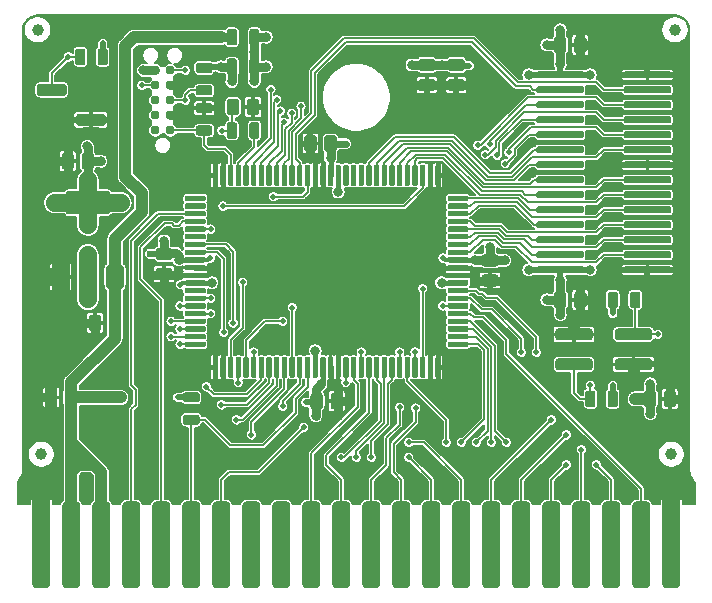
<source format=gtl>
G04 #@! TF.GenerationSoftware,KiCad,Pcbnew,(5.1.5-0-10_14)*
G04 #@! TF.CreationDate,2020-09-18T15:24:16-04:00*
G04 #@! TF.ProjectId,GW4301,47573433-3031-42e6-9b69-6361645f7063,rev?*
G04 #@! TF.SameCoordinates,Original*
G04 #@! TF.FileFunction,Copper,L1,Top*
G04 #@! TF.FilePolarity,Positive*
%FSLAX46Y46*%
G04 Gerber Fmt 4.6, Leading zero omitted, Abs format (unit mm)*
G04 Created by KiCad (PCBNEW (5.1.5-0-10_14)) date 2020-09-18 15:24:16*
%MOMM*%
%LPD*%
G04 APERTURE LIST*
%ADD10C,0.100000*%
%ADD11C,1.000000*%
%ADD12C,0.787400*%
%ADD13C,2.000000*%
%ADD14C,0.500000*%
%ADD15C,0.800000*%
%ADD16C,1.524000*%
%ADD17C,0.600000*%
%ADD18C,1.000000*%
%ADD19C,0.762000*%
%ADD20C,0.508000*%
%ADD21C,0.400000*%
%ADD22C,0.450000*%
%ADD23C,0.500000*%
%ADD24C,1.524000*%
%ADD25C,0.200000*%
%ADD26C,0.800000*%
%ADD27C,0.300000*%
%ADD28C,0.600000*%
%ADD29C,0.150000*%
%ADD30C,0.152400*%
G04 APERTURE END LIST*
G04 #@! TA.AperFunction,SMDPad,CuDef*
D10*
G36*
X110979405Y-63151445D02*
G01*
X111008527Y-63155764D01*
X111037085Y-63162918D01*
X111064805Y-63172836D01*
X111091419Y-63185424D01*
X111116671Y-63200559D01*
X111140318Y-63218097D01*
X111162132Y-63237868D01*
X111181903Y-63259682D01*
X111199441Y-63283329D01*
X111214576Y-63308581D01*
X111227164Y-63335195D01*
X111237082Y-63362915D01*
X111244236Y-63391473D01*
X111248555Y-63420595D01*
X111250000Y-63450000D01*
X111250000Y-64850000D01*
X111248555Y-64879405D01*
X111244236Y-64908527D01*
X111237082Y-64937085D01*
X111227164Y-64964805D01*
X111214576Y-64991419D01*
X111199441Y-65016671D01*
X111181903Y-65040318D01*
X111162132Y-65062132D01*
X111140318Y-65081903D01*
X111116671Y-65099441D01*
X111091419Y-65114576D01*
X111064805Y-65127164D01*
X111037085Y-65137082D01*
X111008527Y-65144236D01*
X110979405Y-65148555D01*
X110950000Y-65150000D01*
X107750000Y-65150000D01*
X107720595Y-65148555D01*
X107691473Y-65144236D01*
X107662915Y-65137082D01*
X107635195Y-65127164D01*
X107608581Y-65114576D01*
X107583329Y-65099441D01*
X107559682Y-65081903D01*
X107537868Y-65062132D01*
X107518097Y-65040318D01*
X107500559Y-65016671D01*
X107485424Y-64991419D01*
X107472836Y-64964805D01*
X107462918Y-64937085D01*
X107455764Y-64908527D01*
X107451445Y-64879405D01*
X107450000Y-64850000D01*
X107450000Y-63450000D01*
X107451445Y-63420595D01*
X107455764Y-63391473D01*
X107462918Y-63362915D01*
X107472836Y-63335195D01*
X107485424Y-63308581D01*
X107500559Y-63283329D01*
X107518097Y-63259682D01*
X107537868Y-63237868D01*
X107559682Y-63218097D01*
X107583329Y-63200559D01*
X107608581Y-63185424D01*
X107635195Y-63172836D01*
X107662915Y-63162918D01*
X107691473Y-63155764D01*
X107720595Y-63151445D01*
X107750000Y-63150000D01*
X110950000Y-63150000D01*
X110979405Y-63151445D01*
G37*
G04 #@! TD.AperFunction*
G04 #@! TA.AperFunction,SMDPad,CuDef*
G36*
X109829405Y-69451445D02*
G01*
X109858527Y-69455764D01*
X109887085Y-69462918D01*
X109914805Y-69472836D01*
X109941419Y-69485424D01*
X109966671Y-69500559D01*
X109990318Y-69518097D01*
X110012132Y-69537868D01*
X110031903Y-69559682D01*
X110049441Y-69583329D01*
X110064576Y-69608581D01*
X110077164Y-69635195D01*
X110087082Y-69662915D01*
X110094236Y-69691473D01*
X110098555Y-69720595D01*
X110100000Y-69750000D01*
X110100000Y-71150000D01*
X110098555Y-71179405D01*
X110094236Y-71208527D01*
X110087082Y-71237085D01*
X110077164Y-71264805D01*
X110064576Y-71291419D01*
X110049441Y-71316671D01*
X110031903Y-71340318D01*
X110012132Y-71362132D01*
X109990318Y-71381903D01*
X109966671Y-71399441D01*
X109941419Y-71414576D01*
X109914805Y-71427164D01*
X109887085Y-71437082D01*
X109858527Y-71444236D01*
X109829405Y-71448555D01*
X109800000Y-71450000D01*
X108900000Y-71450000D01*
X108870595Y-71448555D01*
X108841473Y-71444236D01*
X108812915Y-71437082D01*
X108785195Y-71427164D01*
X108758581Y-71414576D01*
X108733329Y-71399441D01*
X108709682Y-71381903D01*
X108687868Y-71362132D01*
X108668097Y-71340318D01*
X108650559Y-71316671D01*
X108635424Y-71291419D01*
X108622836Y-71264805D01*
X108612918Y-71237085D01*
X108605764Y-71208527D01*
X108601445Y-71179405D01*
X108600000Y-71150000D01*
X108600000Y-69750000D01*
X108601445Y-69720595D01*
X108605764Y-69691473D01*
X108612918Y-69662915D01*
X108622836Y-69635195D01*
X108635424Y-69608581D01*
X108650559Y-69583329D01*
X108668097Y-69559682D01*
X108687868Y-69537868D01*
X108709682Y-69518097D01*
X108733329Y-69500559D01*
X108758581Y-69485424D01*
X108785195Y-69472836D01*
X108812915Y-69462918D01*
X108841473Y-69455764D01*
X108870595Y-69451445D01*
X108900000Y-69450000D01*
X109800000Y-69450000D01*
X109829405Y-69451445D01*
G37*
G04 #@! TD.AperFunction*
G04 #@! TA.AperFunction,SMDPad,CuDef*
G36*
X112129405Y-69451445D02*
G01*
X112158527Y-69455764D01*
X112187085Y-69462918D01*
X112214805Y-69472836D01*
X112241419Y-69485424D01*
X112266671Y-69500559D01*
X112290318Y-69518097D01*
X112312132Y-69537868D01*
X112331903Y-69559682D01*
X112349441Y-69583329D01*
X112364576Y-69608581D01*
X112377164Y-69635195D01*
X112387082Y-69662915D01*
X112394236Y-69691473D01*
X112398555Y-69720595D01*
X112400000Y-69750000D01*
X112400000Y-71150000D01*
X112398555Y-71179405D01*
X112394236Y-71208527D01*
X112387082Y-71237085D01*
X112377164Y-71264805D01*
X112364576Y-71291419D01*
X112349441Y-71316671D01*
X112331903Y-71340318D01*
X112312132Y-71362132D01*
X112290318Y-71381903D01*
X112266671Y-71399441D01*
X112241419Y-71414576D01*
X112214805Y-71427164D01*
X112187085Y-71437082D01*
X112158527Y-71444236D01*
X112129405Y-71448555D01*
X112100000Y-71450000D01*
X111200000Y-71450000D01*
X111170595Y-71448555D01*
X111141473Y-71444236D01*
X111112915Y-71437082D01*
X111085195Y-71427164D01*
X111058581Y-71414576D01*
X111033329Y-71399441D01*
X111009682Y-71381903D01*
X110987868Y-71362132D01*
X110968097Y-71340318D01*
X110950559Y-71316671D01*
X110935424Y-71291419D01*
X110922836Y-71264805D01*
X110912918Y-71237085D01*
X110905764Y-71208527D01*
X110901445Y-71179405D01*
X110900000Y-71150000D01*
X110900000Y-69750000D01*
X110901445Y-69720595D01*
X110905764Y-69691473D01*
X110912918Y-69662915D01*
X110922836Y-69635195D01*
X110935424Y-69608581D01*
X110950559Y-69583329D01*
X110968097Y-69559682D01*
X110987868Y-69537868D01*
X111009682Y-69518097D01*
X111033329Y-69500559D01*
X111058581Y-69485424D01*
X111085195Y-69472836D01*
X111112915Y-69462918D01*
X111141473Y-69455764D01*
X111170595Y-69451445D01*
X111200000Y-69450000D01*
X112100000Y-69450000D01*
X112129405Y-69451445D01*
G37*
G04 #@! TD.AperFunction*
G04 #@! TA.AperFunction,SMDPad,CuDef*
G36*
X107529405Y-69451445D02*
G01*
X107558527Y-69455764D01*
X107587085Y-69462918D01*
X107614805Y-69472836D01*
X107641419Y-69485424D01*
X107666671Y-69500559D01*
X107690318Y-69518097D01*
X107712132Y-69537868D01*
X107731903Y-69559682D01*
X107749441Y-69583329D01*
X107764576Y-69608581D01*
X107777164Y-69635195D01*
X107787082Y-69662915D01*
X107794236Y-69691473D01*
X107798555Y-69720595D01*
X107800000Y-69750000D01*
X107800000Y-71150000D01*
X107798555Y-71179405D01*
X107794236Y-71208527D01*
X107787082Y-71237085D01*
X107777164Y-71264805D01*
X107764576Y-71291419D01*
X107749441Y-71316671D01*
X107731903Y-71340318D01*
X107712132Y-71362132D01*
X107690318Y-71381903D01*
X107666671Y-71399441D01*
X107641419Y-71414576D01*
X107614805Y-71427164D01*
X107587085Y-71437082D01*
X107558527Y-71444236D01*
X107529405Y-71448555D01*
X107500000Y-71450000D01*
X106600000Y-71450000D01*
X106570595Y-71448555D01*
X106541473Y-71444236D01*
X106512915Y-71437082D01*
X106485195Y-71427164D01*
X106458581Y-71414576D01*
X106433329Y-71399441D01*
X106409682Y-71381903D01*
X106387868Y-71362132D01*
X106368097Y-71340318D01*
X106350559Y-71316671D01*
X106335424Y-71291419D01*
X106322836Y-71264805D01*
X106312918Y-71237085D01*
X106305764Y-71208527D01*
X106301445Y-71179405D01*
X106300000Y-71150000D01*
X106300000Y-69750000D01*
X106301445Y-69720595D01*
X106305764Y-69691473D01*
X106312918Y-69662915D01*
X106322836Y-69635195D01*
X106335424Y-69608581D01*
X106350559Y-69583329D01*
X106368097Y-69559682D01*
X106387868Y-69537868D01*
X106409682Y-69518097D01*
X106433329Y-69500559D01*
X106458581Y-69485424D01*
X106485195Y-69472836D01*
X106512915Y-69462918D01*
X106541473Y-69455764D01*
X106570595Y-69451445D01*
X106600000Y-69450000D01*
X107500000Y-69450000D01*
X107529405Y-69451445D01*
G37*
G04 #@! TD.AperFunction*
D11*
X105092500Y-49530000D03*
X159067500Y-49530000D03*
X158750000Y-85471000D03*
X105410000Y-85471000D03*
G04 #@! TA.AperFunction,SMDPad,CuDef*
D10*
G36*
X141013229Y-53676264D02*
G01*
X141038711Y-53680044D01*
X141063700Y-53686303D01*
X141087954Y-53694982D01*
X141111242Y-53705996D01*
X141133337Y-53719239D01*
X141154028Y-53734585D01*
X141173116Y-53751884D01*
X141190415Y-53770972D01*
X141205761Y-53791663D01*
X141219004Y-53813758D01*
X141230018Y-53837046D01*
X141238697Y-53861300D01*
X141244956Y-53886289D01*
X141248736Y-53911771D01*
X141250000Y-53937500D01*
X141250000Y-54462500D01*
X141248736Y-54488229D01*
X141244956Y-54513711D01*
X141238697Y-54538700D01*
X141230018Y-54562954D01*
X141219004Y-54586242D01*
X141205761Y-54608337D01*
X141190415Y-54629028D01*
X141173116Y-54648116D01*
X141154028Y-54665415D01*
X141133337Y-54680761D01*
X141111242Y-54694004D01*
X141087954Y-54705018D01*
X141063700Y-54713697D01*
X141038711Y-54719956D01*
X141013229Y-54723736D01*
X140987500Y-54725000D01*
X140112500Y-54725000D01*
X140086771Y-54723736D01*
X140061289Y-54719956D01*
X140036300Y-54713697D01*
X140012046Y-54705018D01*
X139988758Y-54694004D01*
X139966663Y-54680761D01*
X139945972Y-54665415D01*
X139926884Y-54648116D01*
X139909585Y-54629028D01*
X139894239Y-54608337D01*
X139880996Y-54586242D01*
X139869982Y-54562954D01*
X139861303Y-54538700D01*
X139855044Y-54513711D01*
X139851264Y-54488229D01*
X139850000Y-54462500D01*
X139850000Y-53937500D01*
X139851264Y-53911771D01*
X139855044Y-53886289D01*
X139861303Y-53861300D01*
X139869982Y-53837046D01*
X139880996Y-53813758D01*
X139894239Y-53791663D01*
X139909585Y-53770972D01*
X139926884Y-53751884D01*
X139945972Y-53734585D01*
X139966663Y-53719239D01*
X139988758Y-53705996D01*
X140012046Y-53694982D01*
X140036300Y-53686303D01*
X140061289Y-53680044D01*
X140086771Y-53676264D01*
X140112500Y-53675000D01*
X140987500Y-53675000D01*
X141013229Y-53676264D01*
G37*
G04 #@! TD.AperFunction*
G04 #@! TA.AperFunction,SMDPad,CuDef*
G36*
X141013229Y-51976264D02*
G01*
X141038711Y-51980044D01*
X141063700Y-51986303D01*
X141087954Y-51994982D01*
X141111242Y-52005996D01*
X141133337Y-52019239D01*
X141154028Y-52034585D01*
X141173116Y-52051884D01*
X141190415Y-52070972D01*
X141205761Y-52091663D01*
X141219004Y-52113758D01*
X141230018Y-52137046D01*
X141238697Y-52161300D01*
X141244956Y-52186289D01*
X141248736Y-52211771D01*
X141250000Y-52237500D01*
X141250000Y-52762500D01*
X141248736Y-52788229D01*
X141244956Y-52813711D01*
X141238697Y-52838700D01*
X141230018Y-52862954D01*
X141219004Y-52886242D01*
X141205761Y-52908337D01*
X141190415Y-52929028D01*
X141173116Y-52948116D01*
X141154028Y-52965415D01*
X141133337Y-52980761D01*
X141111242Y-52994004D01*
X141087954Y-53005018D01*
X141063700Y-53013697D01*
X141038711Y-53019956D01*
X141013229Y-53023736D01*
X140987500Y-53025000D01*
X140112500Y-53025000D01*
X140086771Y-53023736D01*
X140061289Y-53019956D01*
X140036300Y-53013697D01*
X140012046Y-53005018D01*
X139988758Y-52994004D01*
X139966663Y-52980761D01*
X139945972Y-52965415D01*
X139926884Y-52948116D01*
X139909585Y-52929028D01*
X139894239Y-52908337D01*
X139880996Y-52886242D01*
X139869982Y-52862954D01*
X139861303Y-52838700D01*
X139855044Y-52813711D01*
X139851264Y-52788229D01*
X139850000Y-52762500D01*
X139850000Y-52237500D01*
X139851264Y-52211771D01*
X139855044Y-52186289D01*
X139861303Y-52161300D01*
X139869982Y-52137046D01*
X139880996Y-52113758D01*
X139894239Y-52091663D01*
X139909585Y-52070972D01*
X139926884Y-52051884D01*
X139945972Y-52034585D01*
X139966663Y-52019239D01*
X139988758Y-52005996D01*
X140012046Y-51994982D01*
X140036300Y-51986303D01*
X140061289Y-51980044D01*
X140086771Y-51976264D01*
X140112500Y-51975000D01*
X140987500Y-51975000D01*
X141013229Y-51976264D01*
G37*
G04 #@! TD.AperFunction*
G04 #@! TA.AperFunction,SMDPad,CuDef*
G36*
X138513229Y-53676264D02*
G01*
X138538711Y-53680044D01*
X138563700Y-53686303D01*
X138587954Y-53694982D01*
X138611242Y-53705996D01*
X138633337Y-53719239D01*
X138654028Y-53734585D01*
X138673116Y-53751884D01*
X138690415Y-53770972D01*
X138705761Y-53791663D01*
X138719004Y-53813758D01*
X138730018Y-53837046D01*
X138738697Y-53861300D01*
X138744956Y-53886289D01*
X138748736Y-53911771D01*
X138750000Y-53937500D01*
X138750000Y-54462500D01*
X138748736Y-54488229D01*
X138744956Y-54513711D01*
X138738697Y-54538700D01*
X138730018Y-54562954D01*
X138719004Y-54586242D01*
X138705761Y-54608337D01*
X138690415Y-54629028D01*
X138673116Y-54648116D01*
X138654028Y-54665415D01*
X138633337Y-54680761D01*
X138611242Y-54694004D01*
X138587954Y-54705018D01*
X138563700Y-54713697D01*
X138538711Y-54719956D01*
X138513229Y-54723736D01*
X138487500Y-54725000D01*
X137612500Y-54725000D01*
X137586771Y-54723736D01*
X137561289Y-54719956D01*
X137536300Y-54713697D01*
X137512046Y-54705018D01*
X137488758Y-54694004D01*
X137466663Y-54680761D01*
X137445972Y-54665415D01*
X137426884Y-54648116D01*
X137409585Y-54629028D01*
X137394239Y-54608337D01*
X137380996Y-54586242D01*
X137369982Y-54562954D01*
X137361303Y-54538700D01*
X137355044Y-54513711D01*
X137351264Y-54488229D01*
X137350000Y-54462500D01*
X137350000Y-53937500D01*
X137351264Y-53911771D01*
X137355044Y-53886289D01*
X137361303Y-53861300D01*
X137369982Y-53837046D01*
X137380996Y-53813758D01*
X137394239Y-53791663D01*
X137409585Y-53770972D01*
X137426884Y-53751884D01*
X137445972Y-53734585D01*
X137466663Y-53719239D01*
X137488758Y-53705996D01*
X137512046Y-53694982D01*
X137536300Y-53686303D01*
X137561289Y-53680044D01*
X137586771Y-53676264D01*
X137612500Y-53675000D01*
X138487500Y-53675000D01*
X138513229Y-53676264D01*
G37*
G04 #@! TD.AperFunction*
G04 #@! TA.AperFunction,SMDPad,CuDef*
G36*
X138513229Y-51976264D02*
G01*
X138538711Y-51980044D01*
X138563700Y-51986303D01*
X138587954Y-51994982D01*
X138611242Y-52005996D01*
X138633337Y-52019239D01*
X138654028Y-52034585D01*
X138673116Y-52051884D01*
X138690415Y-52070972D01*
X138705761Y-52091663D01*
X138719004Y-52113758D01*
X138730018Y-52137046D01*
X138738697Y-52161300D01*
X138744956Y-52186289D01*
X138748736Y-52211771D01*
X138750000Y-52237500D01*
X138750000Y-52762500D01*
X138748736Y-52788229D01*
X138744956Y-52813711D01*
X138738697Y-52838700D01*
X138730018Y-52862954D01*
X138719004Y-52886242D01*
X138705761Y-52908337D01*
X138690415Y-52929028D01*
X138673116Y-52948116D01*
X138654028Y-52965415D01*
X138633337Y-52980761D01*
X138611242Y-52994004D01*
X138587954Y-53005018D01*
X138563700Y-53013697D01*
X138538711Y-53019956D01*
X138513229Y-53023736D01*
X138487500Y-53025000D01*
X137612500Y-53025000D01*
X137586771Y-53023736D01*
X137561289Y-53019956D01*
X137536300Y-53013697D01*
X137512046Y-53005018D01*
X137488758Y-52994004D01*
X137466663Y-52980761D01*
X137445972Y-52965415D01*
X137426884Y-52948116D01*
X137409585Y-52929028D01*
X137394239Y-52908337D01*
X137380996Y-52886242D01*
X137369982Y-52862954D01*
X137361303Y-52838700D01*
X137355044Y-52813711D01*
X137351264Y-52788229D01*
X137350000Y-52762500D01*
X137350000Y-52237500D01*
X137351264Y-52211771D01*
X137355044Y-52186289D01*
X137361303Y-52161300D01*
X137369982Y-52137046D01*
X137380996Y-52113758D01*
X137394239Y-52091663D01*
X137409585Y-52070972D01*
X137426884Y-52051884D01*
X137445972Y-52034585D01*
X137466663Y-52019239D01*
X137488758Y-52005996D01*
X137512046Y-51994982D01*
X137536300Y-51986303D01*
X137561289Y-51980044D01*
X137586771Y-51976264D01*
X137612500Y-51975000D01*
X138487500Y-51975000D01*
X138513229Y-51976264D01*
G37*
G04 #@! TD.AperFunction*
G04 #@! TA.AperFunction,SMDPad,CuDef*
G36*
X110238229Y-73632264D02*
G01*
X110263711Y-73636044D01*
X110288700Y-73642303D01*
X110312954Y-73650982D01*
X110336242Y-73661996D01*
X110358337Y-73675239D01*
X110379028Y-73690585D01*
X110398116Y-73707884D01*
X110415415Y-73726972D01*
X110430761Y-73747663D01*
X110444004Y-73769758D01*
X110455018Y-73793046D01*
X110463697Y-73817300D01*
X110469956Y-73842289D01*
X110473736Y-73867771D01*
X110475000Y-73893500D01*
X110475000Y-74768500D01*
X110473736Y-74794229D01*
X110469956Y-74819711D01*
X110463697Y-74844700D01*
X110455018Y-74868954D01*
X110444004Y-74892242D01*
X110430761Y-74914337D01*
X110415415Y-74935028D01*
X110398116Y-74954116D01*
X110379028Y-74971415D01*
X110358337Y-74986761D01*
X110336242Y-75000004D01*
X110312954Y-75011018D01*
X110288700Y-75019697D01*
X110263711Y-75025956D01*
X110238229Y-75029736D01*
X110212500Y-75031000D01*
X109687500Y-75031000D01*
X109661771Y-75029736D01*
X109636289Y-75025956D01*
X109611300Y-75019697D01*
X109587046Y-75011018D01*
X109563758Y-75000004D01*
X109541663Y-74986761D01*
X109520972Y-74971415D01*
X109501884Y-74954116D01*
X109484585Y-74935028D01*
X109469239Y-74914337D01*
X109455996Y-74892242D01*
X109444982Y-74868954D01*
X109436303Y-74844700D01*
X109430044Y-74819711D01*
X109426264Y-74794229D01*
X109425000Y-74768500D01*
X109425000Y-73893500D01*
X109426264Y-73867771D01*
X109430044Y-73842289D01*
X109436303Y-73817300D01*
X109444982Y-73793046D01*
X109455996Y-73769758D01*
X109469239Y-73747663D01*
X109484585Y-73726972D01*
X109501884Y-73707884D01*
X109520972Y-73690585D01*
X109541663Y-73675239D01*
X109563758Y-73661996D01*
X109587046Y-73650982D01*
X109611300Y-73642303D01*
X109636289Y-73636044D01*
X109661771Y-73632264D01*
X109687500Y-73631000D01*
X110212500Y-73631000D01*
X110238229Y-73632264D01*
G37*
G04 #@! TD.AperFunction*
G04 #@! TA.AperFunction,SMDPad,CuDef*
G36*
X111938229Y-73632264D02*
G01*
X111963711Y-73636044D01*
X111988700Y-73642303D01*
X112012954Y-73650982D01*
X112036242Y-73661996D01*
X112058337Y-73675239D01*
X112079028Y-73690585D01*
X112098116Y-73707884D01*
X112115415Y-73726972D01*
X112130761Y-73747663D01*
X112144004Y-73769758D01*
X112155018Y-73793046D01*
X112163697Y-73817300D01*
X112169956Y-73842289D01*
X112173736Y-73867771D01*
X112175000Y-73893500D01*
X112175000Y-74768500D01*
X112173736Y-74794229D01*
X112169956Y-74819711D01*
X112163697Y-74844700D01*
X112155018Y-74868954D01*
X112144004Y-74892242D01*
X112130761Y-74914337D01*
X112115415Y-74935028D01*
X112098116Y-74954116D01*
X112079028Y-74971415D01*
X112058337Y-74986761D01*
X112036242Y-75000004D01*
X112012954Y-75011018D01*
X111988700Y-75019697D01*
X111963711Y-75025956D01*
X111938229Y-75029736D01*
X111912500Y-75031000D01*
X111387500Y-75031000D01*
X111361771Y-75029736D01*
X111336289Y-75025956D01*
X111311300Y-75019697D01*
X111287046Y-75011018D01*
X111263758Y-75000004D01*
X111241663Y-74986761D01*
X111220972Y-74971415D01*
X111201884Y-74954116D01*
X111184585Y-74935028D01*
X111169239Y-74914337D01*
X111155996Y-74892242D01*
X111144982Y-74868954D01*
X111136303Y-74844700D01*
X111130044Y-74819711D01*
X111126264Y-74794229D01*
X111125000Y-74768500D01*
X111125000Y-73893500D01*
X111126264Y-73867771D01*
X111130044Y-73842289D01*
X111136303Y-73817300D01*
X111144982Y-73793046D01*
X111155996Y-73769758D01*
X111169239Y-73747663D01*
X111184585Y-73726972D01*
X111201884Y-73707884D01*
X111220972Y-73690585D01*
X111241663Y-73675239D01*
X111263758Y-73661996D01*
X111287046Y-73650982D01*
X111311300Y-73642303D01*
X111336289Y-73636044D01*
X111361771Y-73632264D01*
X111387500Y-73631000D01*
X111912500Y-73631000D01*
X111938229Y-73632264D01*
G37*
G04 #@! TD.AperFunction*
G04 #@! TA.AperFunction,SMDPad,CuDef*
G36*
X106538229Y-79946264D02*
G01*
X106563711Y-79950044D01*
X106588700Y-79956303D01*
X106612954Y-79964982D01*
X106636242Y-79975996D01*
X106658337Y-79989239D01*
X106679028Y-80004585D01*
X106698116Y-80021884D01*
X106715415Y-80040972D01*
X106730761Y-80061663D01*
X106744004Y-80083758D01*
X106755018Y-80107046D01*
X106763697Y-80131300D01*
X106769956Y-80156289D01*
X106773736Y-80181771D01*
X106775000Y-80207500D01*
X106775000Y-81082500D01*
X106773736Y-81108229D01*
X106769956Y-81133711D01*
X106763697Y-81158700D01*
X106755018Y-81182954D01*
X106744004Y-81206242D01*
X106730761Y-81228337D01*
X106715415Y-81249028D01*
X106698116Y-81268116D01*
X106679028Y-81285415D01*
X106658337Y-81300761D01*
X106636242Y-81314004D01*
X106612954Y-81325018D01*
X106588700Y-81333697D01*
X106563711Y-81339956D01*
X106538229Y-81343736D01*
X106512500Y-81345000D01*
X105987500Y-81345000D01*
X105961771Y-81343736D01*
X105936289Y-81339956D01*
X105911300Y-81333697D01*
X105887046Y-81325018D01*
X105863758Y-81314004D01*
X105841663Y-81300761D01*
X105820972Y-81285415D01*
X105801884Y-81268116D01*
X105784585Y-81249028D01*
X105769239Y-81228337D01*
X105755996Y-81206242D01*
X105744982Y-81182954D01*
X105736303Y-81158700D01*
X105730044Y-81133711D01*
X105726264Y-81108229D01*
X105725000Y-81082500D01*
X105725000Y-80207500D01*
X105726264Y-80181771D01*
X105730044Y-80156289D01*
X105736303Y-80131300D01*
X105744982Y-80107046D01*
X105755996Y-80083758D01*
X105769239Y-80061663D01*
X105784585Y-80040972D01*
X105801884Y-80021884D01*
X105820972Y-80004585D01*
X105841663Y-79989239D01*
X105863758Y-79975996D01*
X105887046Y-79964982D01*
X105911300Y-79956303D01*
X105936289Y-79950044D01*
X105961771Y-79946264D01*
X105987500Y-79945000D01*
X106512500Y-79945000D01*
X106538229Y-79946264D01*
G37*
G04 #@! TD.AperFunction*
G04 #@! TA.AperFunction,SMDPad,CuDef*
G36*
X108238229Y-79946264D02*
G01*
X108263711Y-79950044D01*
X108288700Y-79956303D01*
X108312954Y-79964982D01*
X108336242Y-79975996D01*
X108358337Y-79989239D01*
X108379028Y-80004585D01*
X108398116Y-80021884D01*
X108415415Y-80040972D01*
X108430761Y-80061663D01*
X108444004Y-80083758D01*
X108455018Y-80107046D01*
X108463697Y-80131300D01*
X108469956Y-80156289D01*
X108473736Y-80181771D01*
X108475000Y-80207500D01*
X108475000Y-81082500D01*
X108473736Y-81108229D01*
X108469956Y-81133711D01*
X108463697Y-81158700D01*
X108455018Y-81182954D01*
X108444004Y-81206242D01*
X108430761Y-81228337D01*
X108415415Y-81249028D01*
X108398116Y-81268116D01*
X108379028Y-81285415D01*
X108358337Y-81300761D01*
X108336242Y-81314004D01*
X108312954Y-81325018D01*
X108288700Y-81333697D01*
X108263711Y-81339956D01*
X108238229Y-81343736D01*
X108212500Y-81345000D01*
X107687500Y-81345000D01*
X107661771Y-81343736D01*
X107636289Y-81339956D01*
X107611300Y-81333697D01*
X107587046Y-81325018D01*
X107563758Y-81314004D01*
X107541663Y-81300761D01*
X107520972Y-81285415D01*
X107501884Y-81268116D01*
X107484585Y-81249028D01*
X107469239Y-81228337D01*
X107455996Y-81206242D01*
X107444982Y-81182954D01*
X107436303Y-81158700D01*
X107430044Y-81133711D01*
X107426264Y-81108229D01*
X107425000Y-81082500D01*
X107425000Y-80207500D01*
X107426264Y-80181771D01*
X107430044Y-80156289D01*
X107436303Y-80131300D01*
X107444982Y-80107046D01*
X107455996Y-80083758D01*
X107469239Y-80061663D01*
X107484585Y-80040972D01*
X107501884Y-80021884D01*
X107520972Y-80004585D01*
X107541663Y-79989239D01*
X107563758Y-79975996D01*
X107587046Y-79964982D01*
X107611300Y-79956303D01*
X107636289Y-79950044D01*
X107661771Y-79946264D01*
X107687500Y-79945000D01*
X108212500Y-79945000D01*
X108238229Y-79946264D01*
G37*
G04 #@! TD.AperFunction*
G04 #@! TA.AperFunction,SMDPad,CuDef*
G36*
X158911229Y-80073264D02*
G01*
X158936711Y-80077044D01*
X158961700Y-80083303D01*
X158985954Y-80091982D01*
X159009242Y-80102996D01*
X159031337Y-80116239D01*
X159052028Y-80131585D01*
X159071116Y-80148884D01*
X159088415Y-80167972D01*
X159103761Y-80188663D01*
X159117004Y-80210758D01*
X159128018Y-80234046D01*
X159136697Y-80258300D01*
X159142956Y-80283289D01*
X159146736Y-80308771D01*
X159148000Y-80334500D01*
X159148000Y-81209500D01*
X159146736Y-81235229D01*
X159142956Y-81260711D01*
X159136697Y-81285700D01*
X159128018Y-81309954D01*
X159117004Y-81333242D01*
X159103761Y-81355337D01*
X159088415Y-81376028D01*
X159071116Y-81395116D01*
X159052028Y-81412415D01*
X159031337Y-81427761D01*
X159009242Y-81441004D01*
X158985954Y-81452018D01*
X158961700Y-81460697D01*
X158936711Y-81466956D01*
X158911229Y-81470736D01*
X158885500Y-81472000D01*
X158360500Y-81472000D01*
X158334771Y-81470736D01*
X158309289Y-81466956D01*
X158284300Y-81460697D01*
X158260046Y-81452018D01*
X158236758Y-81441004D01*
X158214663Y-81427761D01*
X158193972Y-81412415D01*
X158174884Y-81395116D01*
X158157585Y-81376028D01*
X158142239Y-81355337D01*
X158128996Y-81333242D01*
X158117982Y-81309954D01*
X158109303Y-81285700D01*
X158103044Y-81260711D01*
X158099264Y-81235229D01*
X158098000Y-81209500D01*
X158098000Y-80334500D01*
X158099264Y-80308771D01*
X158103044Y-80283289D01*
X158109303Y-80258300D01*
X158117982Y-80234046D01*
X158128996Y-80210758D01*
X158142239Y-80188663D01*
X158157585Y-80167972D01*
X158174884Y-80148884D01*
X158193972Y-80131585D01*
X158214663Y-80116239D01*
X158236758Y-80102996D01*
X158260046Y-80091982D01*
X158284300Y-80083303D01*
X158309289Y-80077044D01*
X158334771Y-80073264D01*
X158360500Y-80072000D01*
X158885500Y-80072000D01*
X158911229Y-80073264D01*
G37*
G04 #@! TD.AperFunction*
G04 #@! TA.AperFunction,SMDPad,CuDef*
G36*
X157211229Y-80073264D02*
G01*
X157236711Y-80077044D01*
X157261700Y-80083303D01*
X157285954Y-80091982D01*
X157309242Y-80102996D01*
X157331337Y-80116239D01*
X157352028Y-80131585D01*
X157371116Y-80148884D01*
X157388415Y-80167972D01*
X157403761Y-80188663D01*
X157417004Y-80210758D01*
X157428018Y-80234046D01*
X157436697Y-80258300D01*
X157442956Y-80283289D01*
X157446736Y-80308771D01*
X157448000Y-80334500D01*
X157448000Y-81209500D01*
X157446736Y-81235229D01*
X157442956Y-81260711D01*
X157436697Y-81285700D01*
X157428018Y-81309954D01*
X157417004Y-81333242D01*
X157403761Y-81355337D01*
X157388415Y-81376028D01*
X157371116Y-81395116D01*
X157352028Y-81412415D01*
X157331337Y-81427761D01*
X157309242Y-81441004D01*
X157285954Y-81452018D01*
X157261700Y-81460697D01*
X157236711Y-81466956D01*
X157211229Y-81470736D01*
X157185500Y-81472000D01*
X156660500Y-81472000D01*
X156634771Y-81470736D01*
X156609289Y-81466956D01*
X156584300Y-81460697D01*
X156560046Y-81452018D01*
X156536758Y-81441004D01*
X156514663Y-81427761D01*
X156493972Y-81412415D01*
X156474884Y-81395116D01*
X156457585Y-81376028D01*
X156442239Y-81355337D01*
X156428996Y-81333242D01*
X156417982Y-81309954D01*
X156409303Y-81285700D01*
X156403044Y-81260711D01*
X156399264Y-81235229D01*
X156398000Y-81209500D01*
X156398000Y-80334500D01*
X156399264Y-80308771D01*
X156403044Y-80283289D01*
X156409303Y-80258300D01*
X156417982Y-80234046D01*
X156428996Y-80210758D01*
X156442239Y-80188663D01*
X156457585Y-80167972D01*
X156474884Y-80148884D01*
X156493972Y-80131585D01*
X156514663Y-80116239D01*
X156536758Y-80102996D01*
X156560046Y-80091982D01*
X156584300Y-80083303D01*
X156609289Y-80077044D01*
X156634771Y-80073264D01*
X156660500Y-80072000D01*
X157185500Y-80072000D01*
X157211229Y-80073264D01*
G37*
G04 #@! TD.AperFunction*
G04 #@! TA.AperFunction,SMDPad,CuDef*
G36*
X151340229Y-71691264D02*
G01*
X151365711Y-71695044D01*
X151390700Y-71701303D01*
X151414954Y-71709982D01*
X151438242Y-71720996D01*
X151460337Y-71734239D01*
X151481028Y-71749585D01*
X151500116Y-71766884D01*
X151517415Y-71785972D01*
X151532761Y-71806663D01*
X151546004Y-71828758D01*
X151557018Y-71852046D01*
X151565697Y-71876300D01*
X151571956Y-71901289D01*
X151575736Y-71926771D01*
X151577000Y-71952500D01*
X151577000Y-72827500D01*
X151575736Y-72853229D01*
X151571956Y-72878711D01*
X151565697Y-72903700D01*
X151557018Y-72927954D01*
X151546004Y-72951242D01*
X151532761Y-72973337D01*
X151517415Y-72994028D01*
X151500116Y-73013116D01*
X151481028Y-73030415D01*
X151460337Y-73045761D01*
X151438242Y-73059004D01*
X151414954Y-73070018D01*
X151390700Y-73078697D01*
X151365711Y-73084956D01*
X151340229Y-73088736D01*
X151314500Y-73090000D01*
X150789500Y-73090000D01*
X150763771Y-73088736D01*
X150738289Y-73084956D01*
X150713300Y-73078697D01*
X150689046Y-73070018D01*
X150665758Y-73059004D01*
X150643663Y-73045761D01*
X150622972Y-73030415D01*
X150603884Y-73013116D01*
X150586585Y-72994028D01*
X150571239Y-72973337D01*
X150557996Y-72951242D01*
X150546982Y-72927954D01*
X150538303Y-72903700D01*
X150532044Y-72878711D01*
X150528264Y-72853229D01*
X150527000Y-72827500D01*
X150527000Y-71952500D01*
X150528264Y-71926771D01*
X150532044Y-71901289D01*
X150538303Y-71876300D01*
X150546982Y-71852046D01*
X150557996Y-71828758D01*
X150571239Y-71806663D01*
X150586585Y-71785972D01*
X150603884Y-71766884D01*
X150622972Y-71749585D01*
X150643663Y-71734239D01*
X150665758Y-71720996D01*
X150689046Y-71709982D01*
X150713300Y-71701303D01*
X150738289Y-71695044D01*
X150763771Y-71691264D01*
X150789500Y-71690000D01*
X151314500Y-71690000D01*
X151340229Y-71691264D01*
G37*
G04 #@! TD.AperFunction*
G04 #@! TA.AperFunction,SMDPad,CuDef*
G36*
X149640229Y-71691264D02*
G01*
X149665711Y-71695044D01*
X149690700Y-71701303D01*
X149714954Y-71709982D01*
X149738242Y-71720996D01*
X149760337Y-71734239D01*
X149781028Y-71749585D01*
X149800116Y-71766884D01*
X149817415Y-71785972D01*
X149832761Y-71806663D01*
X149846004Y-71828758D01*
X149857018Y-71852046D01*
X149865697Y-71876300D01*
X149871956Y-71901289D01*
X149875736Y-71926771D01*
X149877000Y-71952500D01*
X149877000Y-72827500D01*
X149875736Y-72853229D01*
X149871956Y-72878711D01*
X149865697Y-72903700D01*
X149857018Y-72927954D01*
X149846004Y-72951242D01*
X149832761Y-72973337D01*
X149817415Y-72994028D01*
X149800116Y-73013116D01*
X149781028Y-73030415D01*
X149760337Y-73045761D01*
X149738242Y-73059004D01*
X149714954Y-73070018D01*
X149690700Y-73078697D01*
X149665711Y-73084956D01*
X149640229Y-73088736D01*
X149614500Y-73090000D01*
X149089500Y-73090000D01*
X149063771Y-73088736D01*
X149038289Y-73084956D01*
X149013300Y-73078697D01*
X148989046Y-73070018D01*
X148965758Y-73059004D01*
X148943663Y-73045761D01*
X148922972Y-73030415D01*
X148903884Y-73013116D01*
X148886585Y-72994028D01*
X148871239Y-72973337D01*
X148857996Y-72951242D01*
X148846982Y-72927954D01*
X148838303Y-72903700D01*
X148832044Y-72878711D01*
X148828264Y-72853229D01*
X148827000Y-72827500D01*
X148827000Y-71952500D01*
X148828264Y-71926771D01*
X148832044Y-71901289D01*
X148838303Y-71876300D01*
X148846982Y-71852046D01*
X148857996Y-71828758D01*
X148871239Y-71806663D01*
X148886585Y-71785972D01*
X148903884Y-71766884D01*
X148922972Y-71749585D01*
X148943663Y-71734239D01*
X148965758Y-71720996D01*
X148989046Y-71709982D01*
X149013300Y-71701303D01*
X149038289Y-71695044D01*
X149063771Y-71691264D01*
X149089500Y-71690000D01*
X149614500Y-71690000D01*
X149640229Y-71691264D01*
G37*
G04 #@! TD.AperFunction*
G04 #@! TA.AperFunction,SMDPad,CuDef*
G36*
X151340229Y-50101264D02*
G01*
X151365711Y-50105044D01*
X151390700Y-50111303D01*
X151414954Y-50119982D01*
X151438242Y-50130996D01*
X151460337Y-50144239D01*
X151481028Y-50159585D01*
X151500116Y-50176884D01*
X151517415Y-50195972D01*
X151532761Y-50216663D01*
X151546004Y-50238758D01*
X151557018Y-50262046D01*
X151565697Y-50286300D01*
X151571956Y-50311289D01*
X151575736Y-50336771D01*
X151577000Y-50362500D01*
X151577000Y-51237500D01*
X151575736Y-51263229D01*
X151571956Y-51288711D01*
X151565697Y-51313700D01*
X151557018Y-51337954D01*
X151546004Y-51361242D01*
X151532761Y-51383337D01*
X151517415Y-51404028D01*
X151500116Y-51423116D01*
X151481028Y-51440415D01*
X151460337Y-51455761D01*
X151438242Y-51469004D01*
X151414954Y-51480018D01*
X151390700Y-51488697D01*
X151365711Y-51494956D01*
X151340229Y-51498736D01*
X151314500Y-51500000D01*
X150789500Y-51500000D01*
X150763771Y-51498736D01*
X150738289Y-51494956D01*
X150713300Y-51488697D01*
X150689046Y-51480018D01*
X150665758Y-51469004D01*
X150643663Y-51455761D01*
X150622972Y-51440415D01*
X150603884Y-51423116D01*
X150586585Y-51404028D01*
X150571239Y-51383337D01*
X150557996Y-51361242D01*
X150546982Y-51337954D01*
X150538303Y-51313700D01*
X150532044Y-51288711D01*
X150528264Y-51263229D01*
X150527000Y-51237500D01*
X150527000Y-50362500D01*
X150528264Y-50336771D01*
X150532044Y-50311289D01*
X150538303Y-50286300D01*
X150546982Y-50262046D01*
X150557996Y-50238758D01*
X150571239Y-50216663D01*
X150586585Y-50195972D01*
X150603884Y-50176884D01*
X150622972Y-50159585D01*
X150643663Y-50144239D01*
X150665758Y-50130996D01*
X150689046Y-50119982D01*
X150713300Y-50111303D01*
X150738289Y-50105044D01*
X150763771Y-50101264D01*
X150789500Y-50100000D01*
X151314500Y-50100000D01*
X151340229Y-50101264D01*
G37*
G04 #@! TD.AperFunction*
G04 #@! TA.AperFunction,SMDPad,CuDef*
G36*
X149640229Y-50101264D02*
G01*
X149665711Y-50105044D01*
X149690700Y-50111303D01*
X149714954Y-50119982D01*
X149738242Y-50130996D01*
X149760337Y-50144239D01*
X149781028Y-50159585D01*
X149800116Y-50176884D01*
X149817415Y-50195972D01*
X149832761Y-50216663D01*
X149846004Y-50238758D01*
X149857018Y-50262046D01*
X149865697Y-50286300D01*
X149871956Y-50311289D01*
X149875736Y-50336771D01*
X149877000Y-50362500D01*
X149877000Y-51237500D01*
X149875736Y-51263229D01*
X149871956Y-51288711D01*
X149865697Y-51313700D01*
X149857018Y-51337954D01*
X149846004Y-51361242D01*
X149832761Y-51383337D01*
X149817415Y-51404028D01*
X149800116Y-51423116D01*
X149781028Y-51440415D01*
X149760337Y-51455761D01*
X149738242Y-51469004D01*
X149714954Y-51480018D01*
X149690700Y-51488697D01*
X149665711Y-51494956D01*
X149640229Y-51498736D01*
X149614500Y-51500000D01*
X149089500Y-51500000D01*
X149063771Y-51498736D01*
X149038289Y-51494956D01*
X149013300Y-51488697D01*
X148989046Y-51480018D01*
X148965758Y-51469004D01*
X148943663Y-51455761D01*
X148922972Y-51440415D01*
X148903884Y-51423116D01*
X148886585Y-51404028D01*
X148871239Y-51383337D01*
X148857996Y-51361242D01*
X148846982Y-51337954D01*
X148838303Y-51313700D01*
X148832044Y-51288711D01*
X148828264Y-51263229D01*
X148827000Y-51237500D01*
X148827000Y-50362500D01*
X148828264Y-50336771D01*
X148832044Y-50311289D01*
X148838303Y-50286300D01*
X148846982Y-50262046D01*
X148857996Y-50238758D01*
X148871239Y-50216663D01*
X148886585Y-50195972D01*
X148903884Y-50176884D01*
X148922972Y-50159585D01*
X148943663Y-50144239D01*
X148965758Y-50130996D01*
X148989046Y-50119982D01*
X149013300Y-50111303D01*
X149038289Y-50105044D01*
X149063771Y-50101264D01*
X149089500Y-50100000D01*
X149614500Y-50100000D01*
X149640229Y-50101264D01*
G37*
G04 #@! TD.AperFunction*
G04 #@! TA.AperFunction,SMDPad,CuDef*
G36*
X143863229Y-70226264D02*
G01*
X143888711Y-70230044D01*
X143913700Y-70236303D01*
X143937954Y-70244982D01*
X143961242Y-70255996D01*
X143983337Y-70269239D01*
X144004028Y-70284585D01*
X144023116Y-70301884D01*
X144040415Y-70320972D01*
X144055761Y-70341663D01*
X144069004Y-70363758D01*
X144080018Y-70387046D01*
X144088697Y-70411300D01*
X144094956Y-70436289D01*
X144098736Y-70461771D01*
X144100000Y-70487500D01*
X144100000Y-71012500D01*
X144098736Y-71038229D01*
X144094956Y-71063711D01*
X144088697Y-71088700D01*
X144080018Y-71112954D01*
X144069004Y-71136242D01*
X144055761Y-71158337D01*
X144040415Y-71179028D01*
X144023116Y-71198116D01*
X144004028Y-71215415D01*
X143983337Y-71230761D01*
X143961242Y-71244004D01*
X143937954Y-71255018D01*
X143913700Y-71263697D01*
X143888711Y-71269956D01*
X143863229Y-71273736D01*
X143837500Y-71275000D01*
X142962500Y-71275000D01*
X142936771Y-71273736D01*
X142911289Y-71269956D01*
X142886300Y-71263697D01*
X142862046Y-71255018D01*
X142838758Y-71244004D01*
X142816663Y-71230761D01*
X142795972Y-71215415D01*
X142776884Y-71198116D01*
X142759585Y-71179028D01*
X142744239Y-71158337D01*
X142730996Y-71136242D01*
X142719982Y-71112954D01*
X142711303Y-71088700D01*
X142705044Y-71063711D01*
X142701264Y-71038229D01*
X142700000Y-71012500D01*
X142700000Y-70487500D01*
X142701264Y-70461771D01*
X142705044Y-70436289D01*
X142711303Y-70411300D01*
X142719982Y-70387046D01*
X142730996Y-70363758D01*
X142744239Y-70341663D01*
X142759585Y-70320972D01*
X142776884Y-70301884D01*
X142795972Y-70284585D01*
X142816663Y-70269239D01*
X142838758Y-70255996D01*
X142862046Y-70244982D01*
X142886300Y-70236303D01*
X142911289Y-70230044D01*
X142936771Y-70226264D01*
X142962500Y-70225000D01*
X143837500Y-70225000D01*
X143863229Y-70226264D01*
G37*
G04 #@! TD.AperFunction*
G04 #@! TA.AperFunction,SMDPad,CuDef*
G36*
X143863229Y-68526264D02*
G01*
X143888711Y-68530044D01*
X143913700Y-68536303D01*
X143937954Y-68544982D01*
X143961242Y-68555996D01*
X143983337Y-68569239D01*
X144004028Y-68584585D01*
X144023116Y-68601884D01*
X144040415Y-68620972D01*
X144055761Y-68641663D01*
X144069004Y-68663758D01*
X144080018Y-68687046D01*
X144088697Y-68711300D01*
X144094956Y-68736289D01*
X144098736Y-68761771D01*
X144100000Y-68787500D01*
X144100000Y-69312500D01*
X144098736Y-69338229D01*
X144094956Y-69363711D01*
X144088697Y-69388700D01*
X144080018Y-69412954D01*
X144069004Y-69436242D01*
X144055761Y-69458337D01*
X144040415Y-69479028D01*
X144023116Y-69498116D01*
X144004028Y-69515415D01*
X143983337Y-69530761D01*
X143961242Y-69544004D01*
X143937954Y-69555018D01*
X143913700Y-69563697D01*
X143888711Y-69569956D01*
X143863229Y-69573736D01*
X143837500Y-69575000D01*
X142962500Y-69575000D01*
X142936771Y-69573736D01*
X142911289Y-69569956D01*
X142886300Y-69563697D01*
X142862046Y-69555018D01*
X142838758Y-69544004D01*
X142816663Y-69530761D01*
X142795972Y-69515415D01*
X142776884Y-69498116D01*
X142759585Y-69479028D01*
X142744239Y-69458337D01*
X142730996Y-69436242D01*
X142719982Y-69412954D01*
X142711303Y-69388700D01*
X142705044Y-69363711D01*
X142701264Y-69338229D01*
X142700000Y-69312500D01*
X142700000Y-68787500D01*
X142701264Y-68761771D01*
X142705044Y-68736289D01*
X142711303Y-68711300D01*
X142719982Y-68687046D01*
X142730996Y-68663758D01*
X142744239Y-68641663D01*
X142759585Y-68620972D01*
X142776884Y-68601884D01*
X142795972Y-68584585D01*
X142816663Y-68569239D01*
X142838758Y-68555996D01*
X142862046Y-68544982D01*
X142886300Y-68536303D01*
X142911289Y-68530044D01*
X142936771Y-68526264D01*
X142962500Y-68525000D01*
X143837500Y-68525000D01*
X143863229Y-68526264D01*
G37*
G04 #@! TD.AperFunction*
G04 #@! TA.AperFunction,SMDPad,CuDef*
G36*
X130713229Y-80251264D02*
G01*
X130738711Y-80255044D01*
X130763700Y-80261303D01*
X130787954Y-80269982D01*
X130811242Y-80280996D01*
X130833337Y-80294239D01*
X130854028Y-80309585D01*
X130873116Y-80326884D01*
X130890415Y-80345972D01*
X130905761Y-80366663D01*
X130919004Y-80388758D01*
X130930018Y-80412046D01*
X130938697Y-80436300D01*
X130944956Y-80461289D01*
X130948736Y-80486771D01*
X130950000Y-80512500D01*
X130950000Y-81387500D01*
X130948736Y-81413229D01*
X130944956Y-81438711D01*
X130938697Y-81463700D01*
X130930018Y-81487954D01*
X130919004Y-81511242D01*
X130905761Y-81533337D01*
X130890415Y-81554028D01*
X130873116Y-81573116D01*
X130854028Y-81590415D01*
X130833337Y-81605761D01*
X130811242Y-81619004D01*
X130787954Y-81630018D01*
X130763700Y-81638697D01*
X130738711Y-81644956D01*
X130713229Y-81648736D01*
X130687500Y-81650000D01*
X130162500Y-81650000D01*
X130136771Y-81648736D01*
X130111289Y-81644956D01*
X130086300Y-81638697D01*
X130062046Y-81630018D01*
X130038758Y-81619004D01*
X130016663Y-81605761D01*
X129995972Y-81590415D01*
X129976884Y-81573116D01*
X129959585Y-81554028D01*
X129944239Y-81533337D01*
X129930996Y-81511242D01*
X129919982Y-81487954D01*
X129911303Y-81463700D01*
X129905044Y-81438711D01*
X129901264Y-81413229D01*
X129900000Y-81387500D01*
X129900000Y-80512500D01*
X129901264Y-80486771D01*
X129905044Y-80461289D01*
X129911303Y-80436300D01*
X129919982Y-80412046D01*
X129930996Y-80388758D01*
X129944239Y-80366663D01*
X129959585Y-80345972D01*
X129976884Y-80326884D01*
X129995972Y-80309585D01*
X130016663Y-80294239D01*
X130038758Y-80280996D01*
X130062046Y-80269982D01*
X130086300Y-80261303D01*
X130111289Y-80255044D01*
X130136771Y-80251264D01*
X130162500Y-80250000D01*
X130687500Y-80250000D01*
X130713229Y-80251264D01*
G37*
G04 #@! TD.AperFunction*
G04 #@! TA.AperFunction,SMDPad,CuDef*
G36*
X129013229Y-80251264D02*
G01*
X129038711Y-80255044D01*
X129063700Y-80261303D01*
X129087954Y-80269982D01*
X129111242Y-80280996D01*
X129133337Y-80294239D01*
X129154028Y-80309585D01*
X129173116Y-80326884D01*
X129190415Y-80345972D01*
X129205761Y-80366663D01*
X129219004Y-80388758D01*
X129230018Y-80412046D01*
X129238697Y-80436300D01*
X129244956Y-80461289D01*
X129248736Y-80486771D01*
X129250000Y-80512500D01*
X129250000Y-81387500D01*
X129248736Y-81413229D01*
X129244956Y-81438711D01*
X129238697Y-81463700D01*
X129230018Y-81487954D01*
X129219004Y-81511242D01*
X129205761Y-81533337D01*
X129190415Y-81554028D01*
X129173116Y-81573116D01*
X129154028Y-81590415D01*
X129133337Y-81605761D01*
X129111242Y-81619004D01*
X129087954Y-81630018D01*
X129063700Y-81638697D01*
X129038711Y-81644956D01*
X129013229Y-81648736D01*
X128987500Y-81650000D01*
X128462500Y-81650000D01*
X128436771Y-81648736D01*
X128411289Y-81644956D01*
X128386300Y-81638697D01*
X128362046Y-81630018D01*
X128338758Y-81619004D01*
X128316663Y-81605761D01*
X128295972Y-81590415D01*
X128276884Y-81573116D01*
X128259585Y-81554028D01*
X128244239Y-81533337D01*
X128230996Y-81511242D01*
X128219982Y-81487954D01*
X128211303Y-81463700D01*
X128205044Y-81438711D01*
X128201264Y-81413229D01*
X128200000Y-81387500D01*
X128200000Y-80512500D01*
X128201264Y-80486771D01*
X128205044Y-80461289D01*
X128211303Y-80436300D01*
X128219982Y-80412046D01*
X128230996Y-80388758D01*
X128244239Y-80366663D01*
X128259585Y-80345972D01*
X128276884Y-80326884D01*
X128295972Y-80309585D01*
X128316663Y-80294239D01*
X128338758Y-80280996D01*
X128362046Y-80269982D01*
X128386300Y-80261303D01*
X128411289Y-80255044D01*
X128436771Y-80251264D01*
X128462500Y-80250000D01*
X128987500Y-80250000D01*
X129013229Y-80251264D01*
G37*
G04 #@! TD.AperFunction*
G04 #@! TA.AperFunction,SMDPad,CuDef*
G36*
X128488229Y-58451264D02*
G01*
X128513711Y-58455044D01*
X128538700Y-58461303D01*
X128562954Y-58469982D01*
X128586242Y-58480996D01*
X128608337Y-58494239D01*
X128629028Y-58509585D01*
X128648116Y-58526884D01*
X128665415Y-58545972D01*
X128680761Y-58566663D01*
X128694004Y-58588758D01*
X128705018Y-58612046D01*
X128713697Y-58636300D01*
X128719956Y-58661289D01*
X128723736Y-58686771D01*
X128725000Y-58712500D01*
X128725000Y-59587500D01*
X128723736Y-59613229D01*
X128719956Y-59638711D01*
X128713697Y-59663700D01*
X128705018Y-59687954D01*
X128694004Y-59711242D01*
X128680761Y-59733337D01*
X128665415Y-59754028D01*
X128648116Y-59773116D01*
X128629028Y-59790415D01*
X128608337Y-59805761D01*
X128586242Y-59819004D01*
X128562954Y-59830018D01*
X128538700Y-59838697D01*
X128513711Y-59844956D01*
X128488229Y-59848736D01*
X128462500Y-59850000D01*
X127937500Y-59850000D01*
X127911771Y-59848736D01*
X127886289Y-59844956D01*
X127861300Y-59838697D01*
X127837046Y-59830018D01*
X127813758Y-59819004D01*
X127791663Y-59805761D01*
X127770972Y-59790415D01*
X127751884Y-59773116D01*
X127734585Y-59754028D01*
X127719239Y-59733337D01*
X127705996Y-59711242D01*
X127694982Y-59687954D01*
X127686303Y-59663700D01*
X127680044Y-59638711D01*
X127676264Y-59613229D01*
X127675000Y-59587500D01*
X127675000Y-58712500D01*
X127676264Y-58686771D01*
X127680044Y-58661289D01*
X127686303Y-58636300D01*
X127694982Y-58612046D01*
X127705996Y-58588758D01*
X127719239Y-58566663D01*
X127734585Y-58545972D01*
X127751884Y-58526884D01*
X127770972Y-58509585D01*
X127791663Y-58494239D01*
X127813758Y-58480996D01*
X127837046Y-58469982D01*
X127861300Y-58461303D01*
X127886289Y-58455044D01*
X127911771Y-58451264D01*
X127937500Y-58450000D01*
X128462500Y-58450000D01*
X128488229Y-58451264D01*
G37*
G04 #@! TD.AperFunction*
G04 #@! TA.AperFunction,SMDPad,CuDef*
G36*
X130188229Y-58451264D02*
G01*
X130213711Y-58455044D01*
X130238700Y-58461303D01*
X130262954Y-58469982D01*
X130286242Y-58480996D01*
X130308337Y-58494239D01*
X130329028Y-58509585D01*
X130348116Y-58526884D01*
X130365415Y-58545972D01*
X130380761Y-58566663D01*
X130394004Y-58588758D01*
X130405018Y-58612046D01*
X130413697Y-58636300D01*
X130419956Y-58661289D01*
X130423736Y-58686771D01*
X130425000Y-58712500D01*
X130425000Y-59587500D01*
X130423736Y-59613229D01*
X130419956Y-59638711D01*
X130413697Y-59663700D01*
X130405018Y-59687954D01*
X130394004Y-59711242D01*
X130380761Y-59733337D01*
X130365415Y-59754028D01*
X130348116Y-59773116D01*
X130329028Y-59790415D01*
X130308337Y-59805761D01*
X130286242Y-59819004D01*
X130262954Y-59830018D01*
X130238700Y-59838697D01*
X130213711Y-59844956D01*
X130188229Y-59848736D01*
X130162500Y-59850000D01*
X129637500Y-59850000D01*
X129611771Y-59848736D01*
X129586289Y-59844956D01*
X129561300Y-59838697D01*
X129537046Y-59830018D01*
X129513758Y-59819004D01*
X129491663Y-59805761D01*
X129470972Y-59790415D01*
X129451884Y-59773116D01*
X129434585Y-59754028D01*
X129419239Y-59733337D01*
X129405996Y-59711242D01*
X129394982Y-59687954D01*
X129386303Y-59663700D01*
X129380044Y-59638711D01*
X129376264Y-59613229D01*
X129375000Y-59587500D01*
X129375000Y-58712500D01*
X129376264Y-58686771D01*
X129380044Y-58661289D01*
X129386303Y-58636300D01*
X129394982Y-58612046D01*
X129405996Y-58588758D01*
X129419239Y-58566663D01*
X129434585Y-58545972D01*
X129451884Y-58526884D01*
X129470972Y-58509585D01*
X129491663Y-58494239D01*
X129513758Y-58480996D01*
X129537046Y-58469982D01*
X129561300Y-58461303D01*
X129586289Y-58455044D01*
X129611771Y-58451264D01*
X129637500Y-58450000D01*
X130162500Y-58450000D01*
X130188229Y-58451264D01*
G37*
G04 #@! TD.AperFunction*
G04 #@! TA.AperFunction,SMDPad,CuDef*
G36*
X116263229Y-69688764D02*
G01*
X116288711Y-69692544D01*
X116313700Y-69698803D01*
X116337954Y-69707482D01*
X116361242Y-69718496D01*
X116383337Y-69731739D01*
X116404028Y-69747085D01*
X116423116Y-69764384D01*
X116440415Y-69783472D01*
X116455761Y-69804163D01*
X116469004Y-69826258D01*
X116480018Y-69849546D01*
X116488697Y-69873800D01*
X116494956Y-69898789D01*
X116498736Y-69924271D01*
X116500000Y-69950000D01*
X116500000Y-70475000D01*
X116498736Y-70500729D01*
X116494956Y-70526211D01*
X116488697Y-70551200D01*
X116480018Y-70575454D01*
X116469004Y-70598742D01*
X116455761Y-70620837D01*
X116440415Y-70641528D01*
X116423116Y-70660616D01*
X116404028Y-70677915D01*
X116383337Y-70693261D01*
X116361242Y-70706504D01*
X116337954Y-70717518D01*
X116313700Y-70726197D01*
X116288711Y-70732456D01*
X116263229Y-70736236D01*
X116237500Y-70737500D01*
X115362500Y-70737500D01*
X115336771Y-70736236D01*
X115311289Y-70732456D01*
X115286300Y-70726197D01*
X115262046Y-70717518D01*
X115238758Y-70706504D01*
X115216663Y-70693261D01*
X115195972Y-70677915D01*
X115176884Y-70660616D01*
X115159585Y-70641528D01*
X115144239Y-70620837D01*
X115130996Y-70598742D01*
X115119982Y-70575454D01*
X115111303Y-70551200D01*
X115105044Y-70526211D01*
X115101264Y-70500729D01*
X115100000Y-70475000D01*
X115100000Y-69950000D01*
X115101264Y-69924271D01*
X115105044Y-69898789D01*
X115111303Y-69873800D01*
X115119982Y-69849546D01*
X115130996Y-69826258D01*
X115144239Y-69804163D01*
X115159585Y-69783472D01*
X115176884Y-69764384D01*
X115195972Y-69747085D01*
X115216663Y-69731739D01*
X115238758Y-69718496D01*
X115262046Y-69707482D01*
X115286300Y-69698803D01*
X115311289Y-69692544D01*
X115336771Y-69688764D01*
X115362500Y-69687500D01*
X116237500Y-69687500D01*
X116263229Y-69688764D01*
G37*
G04 #@! TD.AperFunction*
G04 #@! TA.AperFunction,SMDPad,CuDef*
G36*
X116263229Y-67988764D02*
G01*
X116288711Y-67992544D01*
X116313700Y-67998803D01*
X116337954Y-68007482D01*
X116361242Y-68018496D01*
X116383337Y-68031739D01*
X116404028Y-68047085D01*
X116423116Y-68064384D01*
X116440415Y-68083472D01*
X116455761Y-68104163D01*
X116469004Y-68126258D01*
X116480018Y-68149546D01*
X116488697Y-68173800D01*
X116494956Y-68198789D01*
X116498736Y-68224271D01*
X116500000Y-68250000D01*
X116500000Y-68775000D01*
X116498736Y-68800729D01*
X116494956Y-68826211D01*
X116488697Y-68851200D01*
X116480018Y-68875454D01*
X116469004Y-68898742D01*
X116455761Y-68920837D01*
X116440415Y-68941528D01*
X116423116Y-68960616D01*
X116404028Y-68977915D01*
X116383337Y-68993261D01*
X116361242Y-69006504D01*
X116337954Y-69017518D01*
X116313700Y-69026197D01*
X116288711Y-69032456D01*
X116263229Y-69036236D01*
X116237500Y-69037500D01*
X115362500Y-69037500D01*
X115336771Y-69036236D01*
X115311289Y-69032456D01*
X115286300Y-69026197D01*
X115262046Y-69017518D01*
X115238758Y-69006504D01*
X115216663Y-68993261D01*
X115195972Y-68977915D01*
X115176884Y-68960616D01*
X115159585Y-68941528D01*
X115144239Y-68920837D01*
X115130996Y-68898742D01*
X115119982Y-68875454D01*
X115111303Y-68851200D01*
X115105044Y-68826211D01*
X115101264Y-68800729D01*
X115100000Y-68775000D01*
X115100000Y-68250000D01*
X115101264Y-68224271D01*
X115105044Y-68198789D01*
X115111303Y-68173800D01*
X115119982Y-68149546D01*
X115130996Y-68126258D01*
X115144239Y-68104163D01*
X115159585Y-68083472D01*
X115176884Y-68064384D01*
X115195972Y-68047085D01*
X115216663Y-68031739D01*
X115238758Y-68018496D01*
X115262046Y-68007482D01*
X115286300Y-67998803D01*
X115311289Y-67992544D01*
X115336771Y-67988764D01*
X115362500Y-67987500D01*
X116237500Y-67987500D01*
X116263229Y-67988764D01*
G37*
G04 #@! TD.AperFunction*
G04 #@! TA.AperFunction,SMDPad,CuDef*
G36*
X123638229Y-55351264D02*
G01*
X123663711Y-55355044D01*
X123688700Y-55361303D01*
X123712954Y-55369982D01*
X123736242Y-55380996D01*
X123758337Y-55394239D01*
X123779028Y-55409585D01*
X123798116Y-55426884D01*
X123815415Y-55445972D01*
X123830761Y-55466663D01*
X123844004Y-55488758D01*
X123855018Y-55512046D01*
X123863697Y-55536300D01*
X123869956Y-55561289D01*
X123873736Y-55586771D01*
X123875000Y-55612500D01*
X123875000Y-56487500D01*
X123873736Y-56513229D01*
X123869956Y-56538711D01*
X123863697Y-56563700D01*
X123855018Y-56587954D01*
X123844004Y-56611242D01*
X123830761Y-56633337D01*
X123815415Y-56654028D01*
X123798116Y-56673116D01*
X123779028Y-56690415D01*
X123758337Y-56705761D01*
X123736242Y-56719004D01*
X123712954Y-56730018D01*
X123688700Y-56738697D01*
X123663711Y-56744956D01*
X123638229Y-56748736D01*
X123612500Y-56750000D01*
X123087500Y-56750000D01*
X123061771Y-56748736D01*
X123036289Y-56744956D01*
X123011300Y-56738697D01*
X122987046Y-56730018D01*
X122963758Y-56719004D01*
X122941663Y-56705761D01*
X122920972Y-56690415D01*
X122901884Y-56673116D01*
X122884585Y-56654028D01*
X122869239Y-56633337D01*
X122855996Y-56611242D01*
X122844982Y-56587954D01*
X122836303Y-56563700D01*
X122830044Y-56538711D01*
X122826264Y-56513229D01*
X122825000Y-56487500D01*
X122825000Y-55612500D01*
X122826264Y-55586771D01*
X122830044Y-55561289D01*
X122836303Y-55536300D01*
X122844982Y-55512046D01*
X122855996Y-55488758D01*
X122869239Y-55466663D01*
X122884585Y-55445972D01*
X122901884Y-55426884D01*
X122920972Y-55409585D01*
X122941663Y-55394239D01*
X122963758Y-55380996D01*
X122987046Y-55369982D01*
X123011300Y-55361303D01*
X123036289Y-55355044D01*
X123061771Y-55351264D01*
X123087500Y-55350000D01*
X123612500Y-55350000D01*
X123638229Y-55351264D01*
G37*
G04 #@! TD.AperFunction*
G04 #@! TA.AperFunction,SMDPad,CuDef*
G36*
X121938229Y-55351264D02*
G01*
X121963711Y-55355044D01*
X121988700Y-55361303D01*
X122012954Y-55369982D01*
X122036242Y-55380996D01*
X122058337Y-55394239D01*
X122079028Y-55409585D01*
X122098116Y-55426884D01*
X122115415Y-55445972D01*
X122130761Y-55466663D01*
X122144004Y-55488758D01*
X122155018Y-55512046D01*
X122163697Y-55536300D01*
X122169956Y-55561289D01*
X122173736Y-55586771D01*
X122175000Y-55612500D01*
X122175000Y-56487500D01*
X122173736Y-56513229D01*
X122169956Y-56538711D01*
X122163697Y-56563700D01*
X122155018Y-56587954D01*
X122144004Y-56611242D01*
X122130761Y-56633337D01*
X122115415Y-56654028D01*
X122098116Y-56673116D01*
X122079028Y-56690415D01*
X122058337Y-56705761D01*
X122036242Y-56719004D01*
X122012954Y-56730018D01*
X121988700Y-56738697D01*
X121963711Y-56744956D01*
X121938229Y-56748736D01*
X121912500Y-56750000D01*
X121387500Y-56750000D01*
X121361771Y-56748736D01*
X121336289Y-56744956D01*
X121311300Y-56738697D01*
X121287046Y-56730018D01*
X121263758Y-56719004D01*
X121241663Y-56705761D01*
X121220972Y-56690415D01*
X121201884Y-56673116D01*
X121184585Y-56654028D01*
X121169239Y-56633337D01*
X121155996Y-56611242D01*
X121144982Y-56587954D01*
X121136303Y-56563700D01*
X121130044Y-56538711D01*
X121126264Y-56513229D01*
X121125000Y-56487500D01*
X121125000Y-55612500D01*
X121126264Y-55586771D01*
X121130044Y-55561289D01*
X121136303Y-55536300D01*
X121144982Y-55512046D01*
X121155996Y-55488758D01*
X121169239Y-55466663D01*
X121184585Y-55445972D01*
X121201884Y-55426884D01*
X121220972Y-55409585D01*
X121241663Y-55394239D01*
X121263758Y-55380996D01*
X121287046Y-55369982D01*
X121311300Y-55361303D01*
X121336289Y-55355044D01*
X121361771Y-55351264D01*
X121387500Y-55350000D01*
X121912500Y-55350000D01*
X121938229Y-55351264D01*
G37*
G04 #@! TD.AperFunction*
G04 #@! TA.AperFunction,SMDPad,CuDef*
G36*
X107938229Y-59951264D02*
G01*
X107963711Y-59955044D01*
X107988700Y-59961303D01*
X108012954Y-59969982D01*
X108036242Y-59980996D01*
X108058337Y-59994239D01*
X108079028Y-60009585D01*
X108098116Y-60026884D01*
X108115415Y-60045972D01*
X108130761Y-60066663D01*
X108144004Y-60088758D01*
X108155018Y-60112046D01*
X108163697Y-60136300D01*
X108169956Y-60161289D01*
X108173736Y-60186771D01*
X108175000Y-60212500D01*
X108175000Y-61087500D01*
X108173736Y-61113229D01*
X108169956Y-61138711D01*
X108163697Y-61163700D01*
X108155018Y-61187954D01*
X108144004Y-61211242D01*
X108130761Y-61233337D01*
X108115415Y-61254028D01*
X108098116Y-61273116D01*
X108079028Y-61290415D01*
X108058337Y-61305761D01*
X108036242Y-61319004D01*
X108012954Y-61330018D01*
X107988700Y-61338697D01*
X107963711Y-61344956D01*
X107938229Y-61348736D01*
X107912500Y-61350000D01*
X107387500Y-61350000D01*
X107361771Y-61348736D01*
X107336289Y-61344956D01*
X107311300Y-61338697D01*
X107287046Y-61330018D01*
X107263758Y-61319004D01*
X107241663Y-61305761D01*
X107220972Y-61290415D01*
X107201884Y-61273116D01*
X107184585Y-61254028D01*
X107169239Y-61233337D01*
X107155996Y-61211242D01*
X107144982Y-61187954D01*
X107136303Y-61163700D01*
X107130044Y-61138711D01*
X107126264Y-61113229D01*
X107125000Y-61087500D01*
X107125000Y-60212500D01*
X107126264Y-60186771D01*
X107130044Y-60161289D01*
X107136303Y-60136300D01*
X107144982Y-60112046D01*
X107155996Y-60088758D01*
X107169239Y-60066663D01*
X107184585Y-60045972D01*
X107201884Y-60026884D01*
X107220972Y-60009585D01*
X107241663Y-59994239D01*
X107263758Y-59980996D01*
X107287046Y-59969982D01*
X107311300Y-59961303D01*
X107336289Y-59955044D01*
X107361771Y-59951264D01*
X107387500Y-59950000D01*
X107912500Y-59950000D01*
X107938229Y-59951264D01*
G37*
G04 #@! TD.AperFunction*
G04 #@! TA.AperFunction,SMDPad,CuDef*
G36*
X109638229Y-59951264D02*
G01*
X109663711Y-59955044D01*
X109688700Y-59961303D01*
X109712954Y-59969982D01*
X109736242Y-59980996D01*
X109758337Y-59994239D01*
X109779028Y-60009585D01*
X109798116Y-60026884D01*
X109815415Y-60045972D01*
X109830761Y-60066663D01*
X109844004Y-60088758D01*
X109855018Y-60112046D01*
X109863697Y-60136300D01*
X109869956Y-60161289D01*
X109873736Y-60186771D01*
X109875000Y-60212500D01*
X109875000Y-61087500D01*
X109873736Y-61113229D01*
X109869956Y-61138711D01*
X109863697Y-61163700D01*
X109855018Y-61187954D01*
X109844004Y-61211242D01*
X109830761Y-61233337D01*
X109815415Y-61254028D01*
X109798116Y-61273116D01*
X109779028Y-61290415D01*
X109758337Y-61305761D01*
X109736242Y-61319004D01*
X109712954Y-61330018D01*
X109688700Y-61338697D01*
X109663711Y-61344956D01*
X109638229Y-61348736D01*
X109612500Y-61350000D01*
X109087500Y-61350000D01*
X109061771Y-61348736D01*
X109036289Y-61344956D01*
X109011300Y-61338697D01*
X108987046Y-61330018D01*
X108963758Y-61319004D01*
X108941663Y-61305761D01*
X108920972Y-61290415D01*
X108901884Y-61273116D01*
X108884585Y-61254028D01*
X108869239Y-61233337D01*
X108855996Y-61211242D01*
X108844982Y-61187954D01*
X108836303Y-61163700D01*
X108830044Y-61138711D01*
X108826264Y-61113229D01*
X108825000Y-61087500D01*
X108825000Y-60212500D01*
X108826264Y-60186771D01*
X108830044Y-60161289D01*
X108836303Y-60136300D01*
X108844982Y-60112046D01*
X108855996Y-60088758D01*
X108869239Y-60066663D01*
X108884585Y-60045972D01*
X108901884Y-60026884D01*
X108920972Y-60009585D01*
X108941663Y-59994239D01*
X108963758Y-59980996D01*
X108987046Y-59969982D01*
X109011300Y-59961303D01*
X109036289Y-59955044D01*
X109061771Y-59951264D01*
X109087500Y-59950000D01*
X109612500Y-59950000D01*
X109638229Y-59951264D01*
G37*
G04 #@! TD.AperFunction*
G04 #@! TA.AperFunction,SMDPad,CuDef*
G36*
X119708329Y-54226023D02*
G01*
X119728957Y-54229083D01*
X119749185Y-54234150D01*
X119768820Y-54241176D01*
X119787672Y-54250092D01*
X119805559Y-54260813D01*
X119822309Y-54273235D01*
X119837760Y-54287240D01*
X119851765Y-54302691D01*
X119864187Y-54319441D01*
X119874908Y-54337328D01*
X119883824Y-54356180D01*
X119890850Y-54375815D01*
X119895917Y-54396043D01*
X119898977Y-54416671D01*
X119900000Y-54437500D01*
X119900000Y-54862500D01*
X119898977Y-54883329D01*
X119895917Y-54903957D01*
X119890850Y-54924185D01*
X119883824Y-54943820D01*
X119874908Y-54962672D01*
X119864187Y-54980559D01*
X119851765Y-54997309D01*
X119837760Y-55012760D01*
X119822309Y-55026765D01*
X119805559Y-55039187D01*
X119787672Y-55049908D01*
X119768820Y-55058824D01*
X119749185Y-55065850D01*
X119728957Y-55070917D01*
X119708329Y-55073977D01*
X119687500Y-55075000D01*
X118712500Y-55075000D01*
X118691671Y-55073977D01*
X118671043Y-55070917D01*
X118650815Y-55065850D01*
X118631180Y-55058824D01*
X118612328Y-55049908D01*
X118594441Y-55039187D01*
X118577691Y-55026765D01*
X118562240Y-55012760D01*
X118548235Y-54997309D01*
X118535813Y-54980559D01*
X118525092Y-54962672D01*
X118516176Y-54943820D01*
X118509150Y-54924185D01*
X118504083Y-54903957D01*
X118501023Y-54883329D01*
X118500000Y-54862500D01*
X118500000Y-54437500D01*
X118501023Y-54416671D01*
X118504083Y-54396043D01*
X118509150Y-54375815D01*
X118516176Y-54356180D01*
X118525092Y-54337328D01*
X118535813Y-54319441D01*
X118548235Y-54302691D01*
X118562240Y-54287240D01*
X118577691Y-54273235D01*
X118594441Y-54260813D01*
X118612328Y-54250092D01*
X118631180Y-54241176D01*
X118650815Y-54234150D01*
X118671043Y-54229083D01*
X118691671Y-54226023D01*
X118712500Y-54225000D01*
X119687500Y-54225000D01*
X119708329Y-54226023D01*
G37*
G04 #@! TD.AperFunction*
G04 #@! TA.AperFunction,SMDPad,CuDef*
G36*
X119708329Y-52326023D02*
G01*
X119728957Y-52329083D01*
X119749185Y-52334150D01*
X119768820Y-52341176D01*
X119787672Y-52350092D01*
X119805559Y-52360813D01*
X119822309Y-52373235D01*
X119837760Y-52387240D01*
X119851765Y-52402691D01*
X119864187Y-52419441D01*
X119874908Y-52437328D01*
X119883824Y-52456180D01*
X119890850Y-52475815D01*
X119895917Y-52496043D01*
X119898977Y-52516671D01*
X119900000Y-52537500D01*
X119900000Y-52962500D01*
X119898977Y-52983329D01*
X119895917Y-53003957D01*
X119890850Y-53024185D01*
X119883824Y-53043820D01*
X119874908Y-53062672D01*
X119864187Y-53080559D01*
X119851765Y-53097309D01*
X119837760Y-53112760D01*
X119822309Y-53126765D01*
X119805559Y-53139187D01*
X119787672Y-53149908D01*
X119768820Y-53158824D01*
X119749185Y-53165850D01*
X119728957Y-53170917D01*
X119708329Y-53173977D01*
X119687500Y-53175000D01*
X118712500Y-53175000D01*
X118691671Y-53173977D01*
X118671043Y-53170917D01*
X118650815Y-53165850D01*
X118631180Y-53158824D01*
X118612328Y-53149908D01*
X118594441Y-53139187D01*
X118577691Y-53126765D01*
X118562240Y-53112760D01*
X118548235Y-53097309D01*
X118535813Y-53080559D01*
X118525092Y-53062672D01*
X118516176Y-53043820D01*
X118509150Y-53024185D01*
X118504083Y-53003957D01*
X118501023Y-52983329D01*
X118500000Y-52962500D01*
X118500000Y-52537500D01*
X118501023Y-52516671D01*
X118504083Y-52496043D01*
X118509150Y-52475815D01*
X118516176Y-52456180D01*
X118525092Y-52437328D01*
X118535813Y-52419441D01*
X118548235Y-52402691D01*
X118562240Y-52387240D01*
X118577691Y-52373235D01*
X118594441Y-52360813D01*
X118612328Y-52350092D01*
X118631180Y-52341176D01*
X118650815Y-52334150D01*
X118671043Y-52329083D01*
X118691671Y-52326023D01*
X118712500Y-52325000D01*
X119687500Y-52325000D01*
X119708329Y-52326023D01*
G37*
G04 #@! TD.AperFunction*
G04 #@! TA.AperFunction,SMDPad,CuDef*
G36*
X119708329Y-55726023D02*
G01*
X119728957Y-55729083D01*
X119749185Y-55734150D01*
X119768820Y-55741176D01*
X119787672Y-55750092D01*
X119805559Y-55760813D01*
X119822309Y-55773235D01*
X119837760Y-55787240D01*
X119851765Y-55802691D01*
X119864187Y-55819441D01*
X119874908Y-55837328D01*
X119883824Y-55856180D01*
X119890850Y-55875815D01*
X119895917Y-55896043D01*
X119898977Y-55916671D01*
X119900000Y-55937500D01*
X119900000Y-56362500D01*
X119898977Y-56383329D01*
X119895917Y-56403957D01*
X119890850Y-56424185D01*
X119883824Y-56443820D01*
X119874908Y-56462672D01*
X119864187Y-56480559D01*
X119851765Y-56497309D01*
X119837760Y-56512760D01*
X119822309Y-56526765D01*
X119805559Y-56539187D01*
X119787672Y-56549908D01*
X119768820Y-56558824D01*
X119749185Y-56565850D01*
X119728957Y-56570917D01*
X119708329Y-56573977D01*
X119687500Y-56575000D01*
X118712500Y-56575000D01*
X118691671Y-56573977D01*
X118671043Y-56570917D01*
X118650815Y-56565850D01*
X118631180Y-56558824D01*
X118612328Y-56549908D01*
X118594441Y-56539187D01*
X118577691Y-56526765D01*
X118562240Y-56512760D01*
X118548235Y-56497309D01*
X118535813Y-56480559D01*
X118525092Y-56462672D01*
X118516176Y-56443820D01*
X118509150Y-56424185D01*
X118504083Y-56403957D01*
X118501023Y-56383329D01*
X118500000Y-56362500D01*
X118500000Y-55937500D01*
X118501023Y-55916671D01*
X118504083Y-55896043D01*
X118509150Y-55875815D01*
X118516176Y-55856180D01*
X118525092Y-55837328D01*
X118535813Y-55819441D01*
X118548235Y-55802691D01*
X118562240Y-55787240D01*
X118577691Y-55773235D01*
X118594441Y-55760813D01*
X118612328Y-55750092D01*
X118631180Y-55741176D01*
X118650815Y-55734150D01*
X118671043Y-55729083D01*
X118691671Y-55726023D01*
X118712500Y-55725000D01*
X119687500Y-55725000D01*
X119708329Y-55726023D01*
G37*
G04 #@! TD.AperFunction*
G04 #@! TA.AperFunction,SMDPad,CuDef*
G36*
X119708329Y-57626023D02*
G01*
X119728957Y-57629083D01*
X119749185Y-57634150D01*
X119768820Y-57641176D01*
X119787672Y-57650092D01*
X119805559Y-57660813D01*
X119822309Y-57673235D01*
X119837760Y-57687240D01*
X119851765Y-57702691D01*
X119864187Y-57719441D01*
X119874908Y-57737328D01*
X119883824Y-57756180D01*
X119890850Y-57775815D01*
X119895917Y-57796043D01*
X119898977Y-57816671D01*
X119900000Y-57837500D01*
X119900000Y-58262500D01*
X119898977Y-58283329D01*
X119895917Y-58303957D01*
X119890850Y-58324185D01*
X119883824Y-58343820D01*
X119874908Y-58362672D01*
X119864187Y-58380559D01*
X119851765Y-58397309D01*
X119837760Y-58412760D01*
X119822309Y-58426765D01*
X119805559Y-58439187D01*
X119787672Y-58449908D01*
X119768820Y-58458824D01*
X119749185Y-58465850D01*
X119728957Y-58470917D01*
X119708329Y-58473977D01*
X119687500Y-58475000D01*
X118712500Y-58475000D01*
X118691671Y-58473977D01*
X118671043Y-58470917D01*
X118650815Y-58465850D01*
X118631180Y-58458824D01*
X118612328Y-58449908D01*
X118594441Y-58439187D01*
X118577691Y-58426765D01*
X118562240Y-58412760D01*
X118548235Y-58397309D01*
X118535813Y-58380559D01*
X118525092Y-58362672D01*
X118516176Y-58343820D01*
X118509150Y-58324185D01*
X118504083Y-58303957D01*
X118501023Y-58283329D01*
X118500000Y-58262500D01*
X118500000Y-57837500D01*
X118501023Y-57816671D01*
X118504083Y-57796043D01*
X118509150Y-57775815D01*
X118516176Y-57756180D01*
X118525092Y-57737328D01*
X118535813Y-57719441D01*
X118548235Y-57702691D01*
X118562240Y-57687240D01*
X118577691Y-57673235D01*
X118594441Y-57660813D01*
X118612328Y-57650092D01*
X118631180Y-57641176D01*
X118650815Y-57634150D01*
X118671043Y-57629083D01*
X118691671Y-57626023D01*
X118712500Y-57625000D01*
X119687500Y-57625000D01*
X119708329Y-57626023D01*
G37*
G04 #@! TD.AperFunction*
G04 #@! TA.AperFunction,SMDPad,CuDef*
G36*
X152125329Y-80073023D02*
G01*
X152145957Y-80076083D01*
X152166185Y-80081150D01*
X152185820Y-80088176D01*
X152204672Y-80097092D01*
X152222559Y-80107813D01*
X152239309Y-80120235D01*
X152254760Y-80134240D01*
X152268765Y-80149691D01*
X152281187Y-80166441D01*
X152291908Y-80184328D01*
X152300824Y-80203180D01*
X152307850Y-80222815D01*
X152312917Y-80243043D01*
X152315977Y-80263671D01*
X152317000Y-80284500D01*
X152317000Y-81259500D01*
X152315977Y-81280329D01*
X152312917Y-81300957D01*
X152307850Y-81321185D01*
X152300824Y-81340820D01*
X152291908Y-81359672D01*
X152281187Y-81377559D01*
X152268765Y-81394309D01*
X152254760Y-81409760D01*
X152239309Y-81423765D01*
X152222559Y-81436187D01*
X152204672Y-81446908D01*
X152185820Y-81455824D01*
X152166185Y-81462850D01*
X152145957Y-81467917D01*
X152125329Y-81470977D01*
X152104500Y-81472000D01*
X151679500Y-81472000D01*
X151658671Y-81470977D01*
X151638043Y-81467917D01*
X151617815Y-81462850D01*
X151598180Y-81455824D01*
X151579328Y-81446908D01*
X151561441Y-81436187D01*
X151544691Y-81423765D01*
X151529240Y-81409760D01*
X151515235Y-81394309D01*
X151502813Y-81377559D01*
X151492092Y-81359672D01*
X151483176Y-81340820D01*
X151476150Y-81321185D01*
X151471083Y-81300957D01*
X151468023Y-81280329D01*
X151467000Y-81259500D01*
X151467000Y-80284500D01*
X151468023Y-80263671D01*
X151471083Y-80243043D01*
X151476150Y-80222815D01*
X151483176Y-80203180D01*
X151492092Y-80184328D01*
X151502813Y-80166441D01*
X151515235Y-80149691D01*
X151529240Y-80134240D01*
X151544691Y-80120235D01*
X151561441Y-80107813D01*
X151579328Y-80097092D01*
X151598180Y-80088176D01*
X151617815Y-80081150D01*
X151638043Y-80076083D01*
X151658671Y-80073023D01*
X151679500Y-80072000D01*
X152104500Y-80072000D01*
X152125329Y-80073023D01*
G37*
G04 #@! TD.AperFunction*
G04 #@! TA.AperFunction,SMDPad,CuDef*
G36*
X154025329Y-80073023D02*
G01*
X154045957Y-80076083D01*
X154066185Y-80081150D01*
X154085820Y-80088176D01*
X154104672Y-80097092D01*
X154122559Y-80107813D01*
X154139309Y-80120235D01*
X154154760Y-80134240D01*
X154168765Y-80149691D01*
X154181187Y-80166441D01*
X154191908Y-80184328D01*
X154200824Y-80203180D01*
X154207850Y-80222815D01*
X154212917Y-80243043D01*
X154215977Y-80263671D01*
X154217000Y-80284500D01*
X154217000Y-81259500D01*
X154215977Y-81280329D01*
X154212917Y-81300957D01*
X154207850Y-81321185D01*
X154200824Y-81340820D01*
X154191908Y-81359672D01*
X154181187Y-81377559D01*
X154168765Y-81394309D01*
X154154760Y-81409760D01*
X154139309Y-81423765D01*
X154122559Y-81436187D01*
X154104672Y-81446908D01*
X154085820Y-81455824D01*
X154066185Y-81462850D01*
X154045957Y-81467917D01*
X154025329Y-81470977D01*
X154004500Y-81472000D01*
X153579500Y-81472000D01*
X153558671Y-81470977D01*
X153538043Y-81467917D01*
X153517815Y-81462850D01*
X153498180Y-81455824D01*
X153479328Y-81446908D01*
X153461441Y-81436187D01*
X153444691Y-81423765D01*
X153429240Y-81409760D01*
X153415235Y-81394309D01*
X153402813Y-81377559D01*
X153392092Y-81359672D01*
X153383176Y-81340820D01*
X153376150Y-81321185D01*
X153371083Y-81300957D01*
X153368023Y-81280329D01*
X153367000Y-81259500D01*
X153367000Y-80284500D01*
X153368023Y-80263671D01*
X153371083Y-80243043D01*
X153376150Y-80222815D01*
X153383176Y-80203180D01*
X153392092Y-80184328D01*
X153402813Y-80166441D01*
X153415235Y-80149691D01*
X153429240Y-80134240D01*
X153444691Y-80120235D01*
X153461441Y-80107813D01*
X153479328Y-80097092D01*
X153498180Y-80088176D01*
X153517815Y-80081150D01*
X153538043Y-80076083D01*
X153558671Y-80073023D01*
X153579500Y-80072000D01*
X154004500Y-80072000D01*
X154025329Y-80073023D01*
G37*
G04 #@! TD.AperFunction*
G04 #@! TA.AperFunction,SMDPad,CuDef*
G36*
X155930329Y-71691023D02*
G01*
X155950957Y-71694083D01*
X155971185Y-71699150D01*
X155990820Y-71706176D01*
X156009672Y-71715092D01*
X156027559Y-71725813D01*
X156044309Y-71738235D01*
X156059760Y-71752240D01*
X156073765Y-71767691D01*
X156086187Y-71784441D01*
X156096908Y-71802328D01*
X156105824Y-71821180D01*
X156112850Y-71840815D01*
X156117917Y-71861043D01*
X156120977Y-71881671D01*
X156122000Y-71902500D01*
X156122000Y-72877500D01*
X156120977Y-72898329D01*
X156117917Y-72918957D01*
X156112850Y-72939185D01*
X156105824Y-72958820D01*
X156096908Y-72977672D01*
X156086187Y-72995559D01*
X156073765Y-73012309D01*
X156059760Y-73027760D01*
X156044309Y-73041765D01*
X156027559Y-73054187D01*
X156009672Y-73064908D01*
X155990820Y-73073824D01*
X155971185Y-73080850D01*
X155950957Y-73085917D01*
X155930329Y-73088977D01*
X155909500Y-73090000D01*
X155484500Y-73090000D01*
X155463671Y-73088977D01*
X155443043Y-73085917D01*
X155422815Y-73080850D01*
X155403180Y-73073824D01*
X155384328Y-73064908D01*
X155366441Y-73054187D01*
X155349691Y-73041765D01*
X155334240Y-73027760D01*
X155320235Y-73012309D01*
X155307813Y-72995559D01*
X155297092Y-72977672D01*
X155288176Y-72958820D01*
X155281150Y-72939185D01*
X155276083Y-72918957D01*
X155273023Y-72898329D01*
X155272000Y-72877500D01*
X155272000Y-71902500D01*
X155273023Y-71881671D01*
X155276083Y-71861043D01*
X155281150Y-71840815D01*
X155288176Y-71821180D01*
X155297092Y-71802328D01*
X155307813Y-71784441D01*
X155320235Y-71767691D01*
X155334240Y-71752240D01*
X155349691Y-71738235D01*
X155366441Y-71725813D01*
X155384328Y-71715092D01*
X155403180Y-71706176D01*
X155422815Y-71699150D01*
X155443043Y-71694083D01*
X155463671Y-71691023D01*
X155484500Y-71690000D01*
X155909500Y-71690000D01*
X155930329Y-71691023D01*
G37*
G04 #@! TD.AperFunction*
G04 #@! TA.AperFunction,SMDPad,CuDef*
G36*
X154030329Y-71691023D02*
G01*
X154050957Y-71694083D01*
X154071185Y-71699150D01*
X154090820Y-71706176D01*
X154109672Y-71715092D01*
X154127559Y-71725813D01*
X154144309Y-71738235D01*
X154159760Y-71752240D01*
X154173765Y-71767691D01*
X154186187Y-71784441D01*
X154196908Y-71802328D01*
X154205824Y-71821180D01*
X154212850Y-71840815D01*
X154217917Y-71861043D01*
X154220977Y-71881671D01*
X154222000Y-71902500D01*
X154222000Y-72877500D01*
X154220977Y-72898329D01*
X154217917Y-72918957D01*
X154212850Y-72939185D01*
X154205824Y-72958820D01*
X154196908Y-72977672D01*
X154186187Y-72995559D01*
X154173765Y-73012309D01*
X154159760Y-73027760D01*
X154144309Y-73041765D01*
X154127559Y-73054187D01*
X154109672Y-73064908D01*
X154090820Y-73073824D01*
X154071185Y-73080850D01*
X154050957Y-73085917D01*
X154030329Y-73088977D01*
X154009500Y-73090000D01*
X153584500Y-73090000D01*
X153563671Y-73088977D01*
X153543043Y-73085917D01*
X153522815Y-73080850D01*
X153503180Y-73073824D01*
X153484328Y-73064908D01*
X153466441Y-73054187D01*
X153449691Y-73041765D01*
X153434240Y-73027760D01*
X153420235Y-73012309D01*
X153407813Y-72995559D01*
X153397092Y-72977672D01*
X153388176Y-72958820D01*
X153381150Y-72939185D01*
X153376083Y-72918957D01*
X153373023Y-72898329D01*
X153372000Y-72877500D01*
X153372000Y-71902500D01*
X153373023Y-71881671D01*
X153376083Y-71861043D01*
X153381150Y-71840815D01*
X153388176Y-71821180D01*
X153397092Y-71802328D01*
X153407813Y-71784441D01*
X153420235Y-71767691D01*
X153434240Y-71752240D01*
X153449691Y-71738235D01*
X153466441Y-71725813D01*
X153484328Y-71715092D01*
X153503180Y-71706176D01*
X153522815Y-71699150D01*
X153543043Y-71694083D01*
X153563671Y-71691023D01*
X153584500Y-71690000D01*
X154009500Y-71690000D01*
X154030329Y-71691023D01*
G37*
G04 #@! TD.AperFunction*
G04 #@! TA.AperFunction,SMDPad,CuDef*
G36*
X118618329Y-82121023D02*
G01*
X118638957Y-82124083D01*
X118659185Y-82129150D01*
X118678820Y-82136176D01*
X118697672Y-82145092D01*
X118715559Y-82155813D01*
X118732309Y-82168235D01*
X118747760Y-82182240D01*
X118761765Y-82197691D01*
X118774187Y-82214441D01*
X118784908Y-82232328D01*
X118793824Y-82251180D01*
X118800850Y-82270815D01*
X118805917Y-82291043D01*
X118808977Y-82311671D01*
X118810000Y-82332500D01*
X118810000Y-82757500D01*
X118808977Y-82778329D01*
X118805917Y-82798957D01*
X118800850Y-82819185D01*
X118793824Y-82838820D01*
X118784908Y-82857672D01*
X118774187Y-82875559D01*
X118761765Y-82892309D01*
X118747760Y-82907760D01*
X118732309Y-82921765D01*
X118715559Y-82934187D01*
X118697672Y-82944908D01*
X118678820Y-82953824D01*
X118659185Y-82960850D01*
X118638957Y-82965917D01*
X118618329Y-82968977D01*
X118597500Y-82970000D01*
X117622500Y-82970000D01*
X117601671Y-82968977D01*
X117581043Y-82965917D01*
X117560815Y-82960850D01*
X117541180Y-82953824D01*
X117522328Y-82944908D01*
X117504441Y-82934187D01*
X117487691Y-82921765D01*
X117472240Y-82907760D01*
X117458235Y-82892309D01*
X117445813Y-82875559D01*
X117435092Y-82857672D01*
X117426176Y-82838820D01*
X117419150Y-82819185D01*
X117414083Y-82798957D01*
X117411023Y-82778329D01*
X117410000Y-82757500D01*
X117410000Y-82332500D01*
X117411023Y-82311671D01*
X117414083Y-82291043D01*
X117419150Y-82270815D01*
X117426176Y-82251180D01*
X117435092Y-82232328D01*
X117445813Y-82214441D01*
X117458235Y-82197691D01*
X117472240Y-82182240D01*
X117487691Y-82168235D01*
X117504441Y-82155813D01*
X117522328Y-82145092D01*
X117541180Y-82136176D01*
X117560815Y-82129150D01*
X117581043Y-82124083D01*
X117601671Y-82121023D01*
X117622500Y-82120000D01*
X118597500Y-82120000D01*
X118618329Y-82121023D01*
G37*
G04 #@! TD.AperFunction*
G04 #@! TA.AperFunction,SMDPad,CuDef*
G36*
X118618329Y-80221023D02*
G01*
X118638957Y-80224083D01*
X118659185Y-80229150D01*
X118678820Y-80236176D01*
X118697672Y-80245092D01*
X118715559Y-80255813D01*
X118732309Y-80268235D01*
X118747760Y-80282240D01*
X118761765Y-80297691D01*
X118774187Y-80314441D01*
X118784908Y-80332328D01*
X118793824Y-80351180D01*
X118800850Y-80370815D01*
X118805917Y-80391043D01*
X118808977Y-80411671D01*
X118810000Y-80432500D01*
X118810000Y-80857500D01*
X118808977Y-80878329D01*
X118805917Y-80898957D01*
X118800850Y-80919185D01*
X118793824Y-80938820D01*
X118784908Y-80957672D01*
X118774187Y-80975559D01*
X118761765Y-80992309D01*
X118747760Y-81007760D01*
X118732309Y-81021765D01*
X118715559Y-81034187D01*
X118697672Y-81044908D01*
X118678820Y-81053824D01*
X118659185Y-81060850D01*
X118638957Y-81065917D01*
X118618329Y-81068977D01*
X118597500Y-81070000D01*
X117622500Y-81070000D01*
X117601671Y-81068977D01*
X117581043Y-81065917D01*
X117560815Y-81060850D01*
X117541180Y-81053824D01*
X117522328Y-81044908D01*
X117504441Y-81034187D01*
X117487691Y-81021765D01*
X117472240Y-81007760D01*
X117458235Y-80992309D01*
X117445813Y-80975559D01*
X117435092Y-80957672D01*
X117426176Y-80938820D01*
X117419150Y-80919185D01*
X117414083Y-80898957D01*
X117411023Y-80878329D01*
X117410000Y-80857500D01*
X117410000Y-80432500D01*
X117411023Y-80411671D01*
X117414083Y-80391043D01*
X117419150Y-80370815D01*
X117426176Y-80351180D01*
X117435092Y-80332328D01*
X117445813Y-80314441D01*
X117458235Y-80297691D01*
X117472240Y-80282240D01*
X117487691Y-80268235D01*
X117504441Y-80255813D01*
X117522328Y-80245092D01*
X117541180Y-80236176D01*
X117560815Y-80229150D01*
X117581043Y-80224083D01*
X117601671Y-80221023D01*
X117622500Y-80220000D01*
X118597500Y-80220000D01*
X118618329Y-80221023D01*
G37*
G04 #@! TD.AperFunction*
G04 #@! TA.AperFunction,SMDPad,CuDef*
G36*
X123683329Y-57351023D02*
G01*
X123703957Y-57354083D01*
X123724185Y-57359150D01*
X123743820Y-57366176D01*
X123762672Y-57375092D01*
X123780559Y-57385813D01*
X123797309Y-57398235D01*
X123812760Y-57412240D01*
X123826765Y-57427691D01*
X123839187Y-57444441D01*
X123849908Y-57462328D01*
X123858824Y-57481180D01*
X123865850Y-57500815D01*
X123870917Y-57521043D01*
X123873977Y-57541671D01*
X123875000Y-57562500D01*
X123875000Y-58537500D01*
X123873977Y-58558329D01*
X123870917Y-58578957D01*
X123865850Y-58599185D01*
X123858824Y-58618820D01*
X123849908Y-58637672D01*
X123839187Y-58655559D01*
X123826765Y-58672309D01*
X123812760Y-58687760D01*
X123797309Y-58701765D01*
X123780559Y-58714187D01*
X123762672Y-58724908D01*
X123743820Y-58733824D01*
X123724185Y-58740850D01*
X123703957Y-58745917D01*
X123683329Y-58748977D01*
X123662500Y-58750000D01*
X123237500Y-58750000D01*
X123216671Y-58748977D01*
X123196043Y-58745917D01*
X123175815Y-58740850D01*
X123156180Y-58733824D01*
X123137328Y-58724908D01*
X123119441Y-58714187D01*
X123102691Y-58701765D01*
X123087240Y-58687760D01*
X123073235Y-58672309D01*
X123060813Y-58655559D01*
X123050092Y-58637672D01*
X123041176Y-58618820D01*
X123034150Y-58599185D01*
X123029083Y-58578957D01*
X123026023Y-58558329D01*
X123025000Y-58537500D01*
X123025000Y-57562500D01*
X123026023Y-57541671D01*
X123029083Y-57521043D01*
X123034150Y-57500815D01*
X123041176Y-57481180D01*
X123050092Y-57462328D01*
X123060813Y-57444441D01*
X123073235Y-57427691D01*
X123087240Y-57412240D01*
X123102691Y-57398235D01*
X123119441Y-57385813D01*
X123137328Y-57375092D01*
X123156180Y-57366176D01*
X123175815Y-57359150D01*
X123196043Y-57354083D01*
X123216671Y-57351023D01*
X123237500Y-57350000D01*
X123662500Y-57350000D01*
X123683329Y-57351023D01*
G37*
G04 #@! TD.AperFunction*
G04 #@! TA.AperFunction,SMDPad,CuDef*
G36*
X121783329Y-57351023D02*
G01*
X121803957Y-57354083D01*
X121824185Y-57359150D01*
X121843820Y-57366176D01*
X121862672Y-57375092D01*
X121880559Y-57385813D01*
X121897309Y-57398235D01*
X121912760Y-57412240D01*
X121926765Y-57427691D01*
X121939187Y-57444441D01*
X121949908Y-57462328D01*
X121958824Y-57481180D01*
X121965850Y-57500815D01*
X121970917Y-57521043D01*
X121973977Y-57541671D01*
X121975000Y-57562500D01*
X121975000Y-58537500D01*
X121973977Y-58558329D01*
X121970917Y-58578957D01*
X121965850Y-58599185D01*
X121958824Y-58618820D01*
X121949908Y-58637672D01*
X121939187Y-58655559D01*
X121926765Y-58672309D01*
X121912760Y-58687760D01*
X121897309Y-58701765D01*
X121880559Y-58714187D01*
X121862672Y-58724908D01*
X121843820Y-58733824D01*
X121824185Y-58740850D01*
X121803957Y-58745917D01*
X121783329Y-58748977D01*
X121762500Y-58750000D01*
X121337500Y-58750000D01*
X121316671Y-58748977D01*
X121296043Y-58745917D01*
X121275815Y-58740850D01*
X121256180Y-58733824D01*
X121237328Y-58724908D01*
X121219441Y-58714187D01*
X121202691Y-58701765D01*
X121187240Y-58687760D01*
X121173235Y-58672309D01*
X121160813Y-58655559D01*
X121150092Y-58637672D01*
X121141176Y-58618820D01*
X121134150Y-58599185D01*
X121129083Y-58578957D01*
X121126023Y-58558329D01*
X121125000Y-58537500D01*
X121125000Y-57562500D01*
X121126023Y-57541671D01*
X121129083Y-57521043D01*
X121134150Y-57500815D01*
X121141176Y-57481180D01*
X121150092Y-57462328D01*
X121160813Y-57444441D01*
X121173235Y-57427691D01*
X121187240Y-57412240D01*
X121202691Y-57398235D01*
X121219441Y-57385813D01*
X121237328Y-57375092D01*
X121256180Y-57366176D01*
X121275815Y-57359150D01*
X121296043Y-57354083D01*
X121316671Y-57351023D01*
X121337500Y-57350000D01*
X121762500Y-57350000D01*
X121783329Y-57351023D01*
G37*
G04 #@! TD.AperFunction*
G04 #@! TA.AperFunction,SMDPad,CuDef*
G36*
X121783329Y-49451023D02*
G01*
X121803957Y-49454083D01*
X121824185Y-49459150D01*
X121843820Y-49466176D01*
X121862672Y-49475092D01*
X121880559Y-49485813D01*
X121897309Y-49498235D01*
X121912760Y-49512240D01*
X121926765Y-49527691D01*
X121939187Y-49544441D01*
X121949908Y-49562328D01*
X121958824Y-49581180D01*
X121965850Y-49600815D01*
X121970917Y-49621043D01*
X121973977Y-49641671D01*
X121975000Y-49662500D01*
X121975000Y-50637500D01*
X121973977Y-50658329D01*
X121970917Y-50678957D01*
X121965850Y-50699185D01*
X121958824Y-50718820D01*
X121949908Y-50737672D01*
X121939187Y-50755559D01*
X121926765Y-50772309D01*
X121912760Y-50787760D01*
X121897309Y-50801765D01*
X121880559Y-50814187D01*
X121862672Y-50824908D01*
X121843820Y-50833824D01*
X121824185Y-50840850D01*
X121803957Y-50845917D01*
X121783329Y-50848977D01*
X121762500Y-50850000D01*
X121337500Y-50850000D01*
X121316671Y-50848977D01*
X121296043Y-50845917D01*
X121275815Y-50840850D01*
X121256180Y-50833824D01*
X121237328Y-50824908D01*
X121219441Y-50814187D01*
X121202691Y-50801765D01*
X121187240Y-50787760D01*
X121173235Y-50772309D01*
X121160813Y-50755559D01*
X121150092Y-50737672D01*
X121141176Y-50718820D01*
X121134150Y-50699185D01*
X121129083Y-50678957D01*
X121126023Y-50658329D01*
X121125000Y-50637500D01*
X121125000Y-49662500D01*
X121126023Y-49641671D01*
X121129083Y-49621043D01*
X121134150Y-49600815D01*
X121141176Y-49581180D01*
X121150092Y-49562328D01*
X121160813Y-49544441D01*
X121173235Y-49527691D01*
X121187240Y-49512240D01*
X121202691Y-49498235D01*
X121219441Y-49485813D01*
X121237328Y-49475092D01*
X121256180Y-49466176D01*
X121275815Y-49459150D01*
X121296043Y-49454083D01*
X121316671Y-49451023D01*
X121337500Y-49450000D01*
X121762500Y-49450000D01*
X121783329Y-49451023D01*
G37*
G04 #@! TD.AperFunction*
G04 #@! TA.AperFunction,SMDPad,CuDef*
G36*
X123683329Y-49451023D02*
G01*
X123703957Y-49454083D01*
X123724185Y-49459150D01*
X123743820Y-49466176D01*
X123762672Y-49475092D01*
X123780559Y-49485813D01*
X123797309Y-49498235D01*
X123812760Y-49512240D01*
X123826765Y-49527691D01*
X123839187Y-49544441D01*
X123849908Y-49562328D01*
X123858824Y-49581180D01*
X123865850Y-49600815D01*
X123870917Y-49621043D01*
X123873977Y-49641671D01*
X123875000Y-49662500D01*
X123875000Y-50637500D01*
X123873977Y-50658329D01*
X123870917Y-50678957D01*
X123865850Y-50699185D01*
X123858824Y-50718820D01*
X123849908Y-50737672D01*
X123839187Y-50755559D01*
X123826765Y-50772309D01*
X123812760Y-50787760D01*
X123797309Y-50801765D01*
X123780559Y-50814187D01*
X123762672Y-50824908D01*
X123743820Y-50833824D01*
X123724185Y-50840850D01*
X123703957Y-50845917D01*
X123683329Y-50848977D01*
X123662500Y-50850000D01*
X123237500Y-50850000D01*
X123216671Y-50848977D01*
X123196043Y-50845917D01*
X123175815Y-50840850D01*
X123156180Y-50833824D01*
X123137328Y-50824908D01*
X123119441Y-50814187D01*
X123102691Y-50801765D01*
X123087240Y-50787760D01*
X123073235Y-50772309D01*
X123060813Y-50755559D01*
X123050092Y-50737672D01*
X123041176Y-50718820D01*
X123034150Y-50699185D01*
X123029083Y-50678957D01*
X123026023Y-50658329D01*
X123025000Y-50637500D01*
X123025000Y-49662500D01*
X123026023Y-49641671D01*
X123029083Y-49621043D01*
X123034150Y-49600815D01*
X123041176Y-49581180D01*
X123050092Y-49562328D01*
X123060813Y-49544441D01*
X123073235Y-49527691D01*
X123087240Y-49512240D01*
X123102691Y-49498235D01*
X123119441Y-49485813D01*
X123137328Y-49475092D01*
X123156180Y-49466176D01*
X123175815Y-49459150D01*
X123196043Y-49454083D01*
X123216671Y-49451023D01*
X123237500Y-49450000D01*
X123662500Y-49450000D01*
X123683329Y-49451023D01*
G37*
G04 #@! TD.AperFunction*
G04 #@! TA.AperFunction,SMDPad,CuDef*
G36*
X121783329Y-51951023D02*
G01*
X121803957Y-51954083D01*
X121824185Y-51959150D01*
X121843820Y-51966176D01*
X121862672Y-51975092D01*
X121880559Y-51985813D01*
X121897309Y-51998235D01*
X121912760Y-52012240D01*
X121926765Y-52027691D01*
X121939187Y-52044441D01*
X121949908Y-52062328D01*
X121958824Y-52081180D01*
X121965850Y-52100815D01*
X121970917Y-52121043D01*
X121973977Y-52141671D01*
X121975000Y-52162500D01*
X121975000Y-53137500D01*
X121973977Y-53158329D01*
X121970917Y-53178957D01*
X121965850Y-53199185D01*
X121958824Y-53218820D01*
X121949908Y-53237672D01*
X121939187Y-53255559D01*
X121926765Y-53272309D01*
X121912760Y-53287760D01*
X121897309Y-53301765D01*
X121880559Y-53314187D01*
X121862672Y-53324908D01*
X121843820Y-53333824D01*
X121824185Y-53340850D01*
X121803957Y-53345917D01*
X121783329Y-53348977D01*
X121762500Y-53350000D01*
X121337500Y-53350000D01*
X121316671Y-53348977D01*
X121296043Y-53345917D01*
X121275815Y-53340850D01*
X121256180Y-53333824D01*
X121237328Y-53324908D01*
X121219441Y-53314187D01*
X121202691Y-53301765D01*
X121187240Y-53287760D01*
X121173235Y-53272309D01*
X121160813Y-53255559D01*
X121150092Y-53237672D01*
X121141176Y-53218820D01*
X121134150Y-53199185D01*
X121129083Y-53178957D01*
X121126023Y-53158329D01*
X121125000Y-53137500D01*
X121125000Y-52162500D01*
X121126023Y-52141671D01*
X121129083Y-52121043D01*
X121134150Y-52100815D01*
X121141176Y-52081180D01*
X121150092Y-52062328D01*
X121160813Y-52044441D01*
X121173235Y-52027691D01*
X121187240Y-52012240D01*
X121202691Y-51998235D01*
X121219441Y-51985813D01*
X121237328Y-51975092D01*
X121256180Y-51966176D01*
X121275815Y-51959150D01*
X121296043Y-51954083D01*
X121316671Y-51951023D01*
X121337500Y-51950000D01*
X121762500Y-51950000D01*
X121783329Y-51951023D01*
G37*
G04 #@! TD.AperFunction*
G04 #@! TA.AperFunction,SMDPad,CuDef*
G36*
X123683329Y-51951023D02*
G01*
X123703957Y-51954083D01*
X123724185Y-51959150D01*
X123743820Y-51966176D01*
X123762672Y-51975092D01*
X123780559Y-51985813D01*
X123797309Y-51998235D01*
X123812760Y-52012240D01*
X123826765Y-52027691D01*
X123839187Y-52044441D01*
X123849908Y-52062328D01*
X123858824Y-52081180D01*
X123865850Y-52100815D01*
X123870917Y-52121043D01*
X123873977Y-52141671D01*
X123875000Y-52162500D01*
X123875000Y-53137500D01*
X123873977Y-53158329D01*
X123870917Y-53178957D01*
X123865850Y-53199185D01*
X123858824Y-53218820D01*
X123849908Y-53237672D01*
X123839187Y-53255559D01*
X123826765Y-53272309D01*
X123812760Y-53287760D01*
X123797309Y-53301765D01*
X123780559Y-53314187D01*
X123762672Y-53324908D01*
X123743820Y-53333824D01*
X123724185Y-53340850D01*
X123703957Y-53345917D01*
X123683329Y-53348977D01*
X123662500Y-53350000D01*
X123237500Y-53350000D01*
X123216671Y-53348977D01*
X123196043Y-53345917D01*
X123175815Y-53340850D01*
X123156180Y-53333824D01*
X123137328Y-53324908D01*
X123119441Y-53314187D01*
X123102691Y-53301765D01*
X123087240Y-53287760D01*
X123073235Y-53272309D01*
X123060813Y-53255559D01*
X123050092Y-53237672D01*
X123041176Y-53218820D01*
X123034150Y-53199185D01*
X123029083Y-53178957D01*
X123026023Y-53158329D01*
X123025000Y-53137500D01*
X123025000Y-52162500D01*
X123026023Y-52141671D01*
X123029083Y-52121043D01*
X123034150Y-52100815D01*
X123041176Y-52081180D01*
X123050092Y-52062328D01*
X123060813Y-52044441D01*
X123073235Y-52027691D01*
X123087240Y-52012240D01*
X123102691Y-51998235D01*
X123119441Y-51985813D01*
X123137328Y-51975092D01*
X123156180Y-51966176D01*
X123175815Y-51959150D01*
X123196043Y-51954083D01*
X123216671Y-51951023D01*
X123237500Y-51950000D01*
X123662500Y-51950000D01*
X123683329Y-51951023D01*
G37*
G04 #@! TD.AperFunction*
G04 #@! TA.AperFunction,SMDPad,CuDef*
G36*
X108945329Y-51117023D02*
G01*
X108965957Y-51120083D01*
X108986185Y-51125150D01*
X109005820Y-51132176D01*
X109024672Y-51141092D01*
X109042559Y-51151813D01*
X109059309Y-51164235D01*
X109074760Y-51178240D01*
X109088765Y-51193691D01*
X109101187Y-51210441D01*
X109111908Y-51228328D01*
X109120824Y-51247180D01*
X109127850Y-51266815D01*
X109132917Y-51287043D01*
X109135977Y-51307671D01*
X109137000Y-51328500D01*
X109137000Y-52303500D01*
X109135977Y-52324329D01*
X109132917Y-52344957D01*
X109127850Y-52365185D01*
X109120824Y-52384820D01*
X109111908Y-52403672D01*
X109101187Y-52421559D01*
X109088765Y-52438309D01*
X109074760Y-52453760D01*
X109059309Y-52467765D01*
X109042559Y-52480187D01*
X109024672Y-52490908D01*
X109005820Y-52499824D01*
X108986185Y-52506850D01*
X108965957Y-52511917D01*
X108945329Y-52514977D01*
X108924500Y-52516000D01*
X108499500Y-52516000D01*
X108478671Y-52514977D01*
X108458043Y-52511917D01*
X108437815Y-52506850D01*
X108418180Y-52499824D01*
X108399328Y-52490908D01*
X108381441Y-52480187D01*
X108364691Y-52467765D01*
X108349240Y-52453760D01*
X108335235Y-52438309D01*
X108322813Y-52421559D01*
X108312092Y-52403672D01*
X108303176Y-52384820D01*
X108296150Y-52365185D01*
X108291083Y-52344957D01*
X108288023Y-52324329D01*
X108287000Y-52303500D01*
X108287000Y-51328500D01*
X108288023Y-51307671D01*
X108291083Y-51287043D01*
X108296150Y-51266815D01*
X108303176Y-51247180D01*
X108312092Y-51228328D01*
X108322813Y-51210441D01*
X108335235Y-51193691D01*
X108349240Y-51178240D01*
X108364691Y-51164235D01*
X108381441Y-51151813D01*
X108399328Y-51141092D01*
X108418180Y-51132176D01*
X108437815Y-51125150D01*
X108458043Y-51120083D01*
X108478671Y-51117023D01*
X108499500Y-51116000D01*
X108924500Y-51116000D01*
X108945329Y-51117023D01*
G37*
G04 #@! TD.AperFunction*
G04 #@! TA.AperFunction,SMDPad,CuDef*
G36*
X110845329Y-51117023D02*
G01*
X110865957Y-51120083D01*
X110886185Y-51125150D01*
X110905820Y-51132176D01*
X110924672Y-51141092D01*
X110942559Y-51151813D01*
X110959309Y-51164235D01*
X110974760Y-51178240D01*
X110988765Y-51193691D01*
X111001187Y-51210441D01*
X111011908Y-51228328D01*
X111020824Y-51247180D01*
X111027850Y-51266815D01*
X111032917Y-51287043D01*
X111035977Y-51307671D01*
X111037000Y-51328500D01*
X111037000Y-52303500D01*
X111035977Y-52324329D01*
X111032917Y-52344957D01*
X111027850Y-52365185D01*
X111020824Y-52384820D01*
X111011908Y-52403672D01*
X111001187Y-52421559D01*
X110988765Y-52438309D01*
X110974760Y-52453760D01*
X110959309Y-52467765D01*
X110942559Y-52480187D01*
X110924672Y-52490908D01*
X110905820Y-52499824D01*
X110886185Y-52506850D01*
X110865957Y-52511917D01*
X110845329Y-52514977D01*
X110824500Y-52516000D01*
X110399500Y-52516000D01*
X110378671Y-52514977D01*
X110358043Y-52511917D01*
X110337815Y-52506850D01*
X110318180Y-52499824D01*
X110299328Y-52490908D01*
X110281441Y-52480187D01*
X110264691Y-52467765D01*
X110249240Y-52453760D01*
X110235235Y-52438309D01*
X110222813Y-52421559D01*
X110212092Y-52403672D01*
X110203176Y-52384820D01*
X110196150Y-52365185D01*
X110191083Y-52344957D01*
X110188023Y-52324329D01*
X110187000Y-52303500D01*
X110187000Y-51328500D01*
X110188023Y-51307671D01*
X110191083Y-51287043D01*
X110196150Y-51266815D01*
X110203176Y-51247180D01*
X110212092Y-51228328D01*
X110222813Y-51210441D01*
X110235235Y-51193691D01*
X110249240Y-51178240D01*
X110264691Y-51164235D01*
X110281441Y-51151813D01*
X110299328Y-51141092D01*
X110318180Y-51132176D01*
X110337815Y-51125150D01*
X110358043Y-51120083D01*
X110378671Y-51117023D01*
X110399500Y-51116000D01*
X110824500Y-51116000D01*
X110845329Y-51117023D01*
G37*
G04 #@! TD.AperFunction*
G04 #@! TA.AperFunction,SMDPad,CuDef*
G36*
X141473527Y-63575542D02*
G01*
X141484448Y-63577162D01*
X141495157Y-63579844D01*
X141505552Y-63583564D01*
X141515532Y-63588284D01*
X141525002Y-63593960D01*
X141533869Y-63600536D01*
X141542050Y-63607950D01*
X141549464Y-63616131D01*
X141556040Y-63624998D01*
X141561716Y-63634468D01*
X141566436Y-63644448D01*
X141570156Y-63654843D01*
X141572838Y-63665552D01*
X141574458Y-63676473D01*
X141575000Y-63687500D01*
X141575000Y-63912500D01*
X141574458Y-63923527D01*
X141572838Y-63934448D01*
X141570156Y-63945157D01*
X141566436Y-63955552D01*
X141561716Y-63965532D01*
X141556040Y-63975002D01*
X141549464Y-63983869D01*
X141542050Y-63992050D01*
X141533869Y-63999464D01*
X141525002Y-64006040D01*
X141515532Y-64011716D01*
X141505552Y-64016436D01*
X141495157Y-64020156D01*
X141484448Y-64022838D01*
X141473527Y-64024458D01*
X141462500Y-64025000D01*
X139937500Y-64025000D01*
X139926473Y-64024458D01*
X139915552Y-64022838D01*
X139904843Y-64020156D01*
X139894448Y-64016436D01*
X139884468Y-64011716D01*
X139874998Y-64006040D01*
X139866131Y-63999464D01*
X139857950Y-63992050D01*
X139850536Y-63983869D01*
X139843960Y-63975002D01*
X139838284Y-63965532D01*
X139833564Y-63955552D01*
X139829844Y-63945157D01*
X139827162Y-63934448D01*
X139825542Y-63923527D01*
X139825000Y-63912500D01*
X139825000Y-63687500D01*
X139825542Y-63676473D01*
X139827162Y-63665552D01*
X139829844Y-63654843D01*
X139833564Y-63644448D01*
X139838284Y-63634468D01*
X139843960Y-63624998D01*
X139850536Y-63616131D01*
X139857950Y-63607950D01*
X139866131Y-63600536D01*
X139874998Y-63593960D01*
X139884468Y-63588284D01*
X139894448Y-63583564D01*
X139904843Y-63579844D01*
X139915552Y-63577162D01*
X139926473Y-63575542D01*
X139937500Y-63575000D01*
X141462500Y-63575000D01*
X141473527Y-63575542D01*
G37*
G04 #@! TD.AperFunction*
G04 #@! TA.AperFunction,SMDPad,CuDef*
G36*
X141473527Y-64225542D02*
G01*
X141484448Y-64227162D01*
X141495157Y-64229844D01*
X141505552Y-64233564D01*
X141515532Y-64238284D01*
X141525002Y-64243960D01*
X141533869Y-64250536D01*
X141542050Y-64257950D01*
X141549464Y-64266131D01*
X141556040Y-64274998D01*
X141561716Y-64284468D01*
X141566436Y-64294448D01*
X141570156Y-64304843D01*
X141572838Y-64315552D01*
X141574458Y-64326473D01*
X141575000Y-64337500D01*
X141575000Y-64562500D01*
X141574458Y-64573527D01*
X141572838Y-64584448D01*
X141570156Y-64595157D01*
X141566436Y-64605552D01*
X141561716Y-64615532D01*
X141556040Y-64625002D01*
X141549464Y-64633869D01*
X141542050Y-64642050D01*
X141533869Y-64649464D01*
X141525002Y-64656040D01*
X141515532Y-64661716D01*
X141505552Y-64666436D01*
X141495157Y-64670156D01*
X141484448Y-64672838D01*
X141473527Y-64674458D01*
X141462500Y-64675000D01*
X139937500Y-64675000D01*
X139926473Y-64674458D01*
X139915552Y-64672838D01*
X139904843Y-64670156D01*
X139894448Y-64666436D01*
X139884468Y-64661716D01*
X139874998Y-64656040D01*
X139866131Y-64649464D01*
X139857950Y-64642050D01*
X139850536Y-64633869D01*
X139843960Y-64625002D01*
X139838284Y-64615532D01*
X139833564Y-64605552D01*
X139829844Y-64595157D01*
X139827162Y-64584448D01*
X139825542Y-64573527D01*
X139825000Y-64562500D01*
X139825000Y-64337500D01*
X139825542Y-64326473D01*
X139827162Y-64315552D01*
X139829844Y-64304843D01*
X139833564Y-64294448D01*
X139838284Y-64284468D01*
X139843960Y-64274998D01*
X139850536Y-64266131D01*
X139857950Y-64257950D01*
X139866131Y-64250536D01*
X139874998Y-64243960D01*
X139884468Y-64238284D01*
X139894448Y-64233564D01*
X139904843Y-64229844D01*
X139915552Y-64227162D01*
X139926473Y-64225542D01*
X139937500Y-64225000D01*
X141462500Y-64225000D01*
X141473527Y-64225542D01*
G37*
G04 #@! TD.AperFunction*
G04 #@! TA.AperFunction,SMDPad,CuDef*
G36*
X141473527Y-64875542D02*
G01*
X141484448Y-64877162D01*
X141495157Y-64879844D01*
X141505552Y-64883564D01*
X141515532Y-64888284D01*
X141525002Y-64893960D01*
X141533869Y-64900536D01*
X141542050Y-64907950D01*
X141549464Y-64916131D01*
X141556040Y-64924998D01*
X141561716Y-64934468D01*
X141566436Y-64944448D01*
X141570156Y-64954843D01*
X141572838Y-64965552D01*
X141574458Y-64976473D01*
X141575000Y-64987500D01*
X141575000Y-65212500D01*
X141574458Y-65223527D01*
X141572838Y-65234448D01*
X141570156Y-65245157D01*
X141566436Y-65255552D01*
X141561716Y-65265532D01*
X141556040Y-65275002D01*
X141549464Y-65283869D01*
X141542050Y-65292050D01*
X141533869Y-65299464D01*
X141525002Y-65306040D01*
X141515532Y-65311716D01*
X141505552Y-65316436D01*
X141495157Y-65320156D01*
X141484448Y-65322838D01*
X141473527Y-65324458D01*
X141462500Y-65325000D01*
X139937500Y-65325000D01*
X139926473Y-65324458D01*
X139915552Y-65322838D01*
X139904843Y-65320156D01*
X139894448Y-65316436D01*
X139884468Y-65311716D01*
X139874998Y-65306040D01*
X139866131Y-65299464D01*
X139857950Y-65292050D01*
X139850536Y-65283869D01*
X139843960Y-65275002D01*
X139838284Y-65265532D01*
X139833564Y-65255552D01*
X139829844Y-65245157D01*
X139827162Y-65234448D01*
X139825542Y-65223527D01*
X139825000Y-65212500D01*
X139825000Y-64987500D01*
X139825542Y-64976473D01*
X139827162Y-64965552D01*
X139829844Y-64954843D01*
X139833564Y-64944448D01*
X139838284Y-64934468D01*
X139843960Y-64924998D01*
X139850536Y-64916131D01*
X139857950Y-64907950D01*
X139866131Y-64900536D01*
X139874998Y-64893960D01*
X139884468Y-64888284D01*
X139894448Y-64883564D01*
X139904843Y-64879844D01*
X139915552Y-64877162D01*
X139926473Y-64875542D01*
X139937500Y-64875000D01*
X141462500Y-64875000D01*
X141473527Y-64875542D01*
G37*
G04 #@! TD.AperFunction*
G04 #@! TA.AperFunction,SMDPad,CuDef*
G36*
X141473527Y-65525542D02*
G01*
X141484448Y-65527162D01*
X141495157Y-65529844D01*
X141505552Y-65533564D01*
X141515532Y-65538284D01*
X141525002Y-65543960D01*
X141533869Y-65550536D01*
X141542050Y-65557950D01*
X141549464Y-65566131D01*
X141556040Y-65574998D01*
X141561716Y-65584468D01*
X141566436Y-65594448D01*
X141570156Y-65604843D01*
X141572838Y-65615552D01*
X141574458Y-65626473D01*
X141575000Y-65637500D01*
X141575000Y-65862500D01*
X141574458Y-65873527D01*
X141572838Y-65884448D01*
X141570156Y-65895157D01*
X141566436Y-65905552D01*
X141561716Y-65915532D01*
X141556040Y-65925002D01*
X141549464Y-65933869D01*
X141542050Y-65942050D01*
X141533869Y-65949464D01*
X141525002Y-65956040D01*
X141515532Y-65961716D01*
X141505552Y-65966436D01*
X141495157Y-65970156D01*
X141484448Y-65972838D01*
X141473527Y-65974458D01*
X141462500Y-65975000D01*
X139937500Y-65975000D01*
X139926473Y-65974458D01*
X139915552Y-65972838D01*
X139904843Y-65970156D01*
X139894448Y-65966436D01*
X139884468Y-65961716D01*
X139874998Y-65956040D01*
X139866131Y-65949464D01*
X139857950Y-65942050D01*
X139850536Y-65933869D01*
X139843960Y-65925002D01*
X139838284Y-65915532D01*
X139833564Y-65905552D01*
X139829844Y-65895157D01*
X139827162Y-65884448D01*
X139825542Y-65873527D01*
X139825000Y-65862500D01*
X139825000Y-65637500D01*
X139825542Y-65626473D01*
X139827162Y-65615552D01*
X139829844Y-65604843D01*
X139833564Y-65594448D01*
X139838284Y-65584468D01*
X139843960Y-65574998D01*
X139850536Y-65566131D01*
X139857950Y-65557950D01*
X139866131Y-65550536D01*
X139874998Y-65543960D01*
X139884468Y-65538284D01*
X139894448Y-65533564D01*
X139904843Y-65529844D01*
X139915552Y-65527162D01*
X139926473Y-65525542D01*
X139937500Y-65525000D01*
X141462500Y-65525000D01*
X141473527Y-65525542D01*
G37*
G04 #@! TD.AperFunction*
G04 #@! TA.AperFunction,SMDPad,CuDef*
G36*
X141473527Y-66175542D02*
G01*
X141484448Y-66177162D01*
X141495157Y-66179844D01*
X141505552Y-66183564D01*
X141515532Y-66188284D01*
X141525002Y-66193960D01*
X141533869Y-66200536D01*
X141542050Y-66207950D01*
X141549464Y-66216131D01*
X141556040Y-66224998D01*
X141561716Y-66234468D01*
X141566436Y-66244448D01*
X141570156Y-66254843D01*
X141572838Y-66265552D01*
X141574458Y-66276473D01*
X141575000Y-66287500D01*
X141575000Y-66512500D01*
X141574458Y-66523527D01*
X141572838Y-66534448D01*
X141570156Y-66545157D01*
X141566436Y-66555552D01*
X141561716Y-66565532D01*
X141556040Y-66575002D01*
X141549464Y-66583869D01*
X141542050Y-66592050D01*
X141533869Y-66599464D01*
X141525002Y-66606040D01*
X141515532Y-66611716D01*
X141505552Y-66616436D01*
X141495157Y-66620156D01*
X141484448Y-66622838D01*
X141473527Y-66624458D01*
X141462500Y-66625000D01*
X139937500Y-66625000D01*
X139926473Y-66624458D01*
X139915552Y-66622838D01*
X139904843Y-66620156D01*
X139894448Y-66616436D01*
X139884468Y-66611716D01*
X139874998Y-66606040D01*
X139866131Y-66599464D01*
X139857950Y-66592050D01*
X139850536Y-66583869D01*
X139843960Y-66575002D01*
X139838284Y-66565532D01*
X139833564Y-66555552D01*
X139829844Y-66545157D01*
X139827162Y-66534448D01*
X139825542Y-66523527D01*
X139825000Y-66512500D01*
X139825000Y-66287500D01*
X139825542Y-66276473D01*
X139827162Y-66265552D01*
X139829844Y-66254843D01*
X139833564Y-66244448D01*
X139838284Y-66234468D01*
X139843960Y-66224998D01*
X139850536Y-66216131D01*
X139857950Y-66207950D01*
X139866131Y-66200536D01*
X139874998Y-66193960D01*
X139884468Y-66188284D01*
X139894448Y-66183564D01*
X139904843Y-66179844D01*
X139915552Y-66177162D01*
X139926473Y-66175542D01*
X139937500Y-66175000D01*
X141462500Y-66175000D01*
X141473527Y-66175542D01*
G37*
G04 #@! TD.AperFunction*
G04 #@! TA.AperFunction,SMDPad,CuDef*
G36*
X141473527Y-66825542D02*
G01*
X141484448Y-66827162D01*
X141495157Y-66829844D01*
X141505552Y-66833564D01*
X141515532Y-66838284D01*
X141525002Y-66843960D01*
X141533869Y-66850536D01*
X141542050Y-66857950D01*
X141549464Y-66866131D01*
X141556040Y-66874998D01*
X141561716Y-66884468D01*
X141566436Y-66894448D01*
X141570156Y-66904843D01*
X141572838Y-66915552D01*
X141574458Y-66926473D01*
X141575000Y-66937500D01*
X141575000Y-67162500D01*
X141574458Y-67173527D01*
X141572838Y-67184448D01*
X141570156Y-67195157D01*
X141566436Y-67205552D01*
X141561716Y-67215532D01*
X141556040Y-67225002D01*
X141549464Y-67233869D01*
X141542050Y-67242050D01*
X141533869Y-67249464D01*
X141525002Y-67256040D01*
X141515532Y-67261716D01*
X141505552Y-67266436D01*
X141495157Y-67270156D01*
X141484448Y-67272838D01*
X141473527Y-67274458D01*
X141462500Y-67275000D01*
X139937500Y-67275000D01*
X139926473Y-67274458D01*
X139915552Y-67272838D01*
X139904843Y-67270156D01*
X139894448Y-67266436D01*
X139884468Y-67261716D01*
X139874998Y-67256040D01*
X139866131Y-67249464D01*
X139857950Y-67242050D01*
X139850536Y-67233869D01*
X139843960Y-67225002D01*
X139838284Y-67215532D01*
X139833564Y-67205552D01*
X139829844Y-67195157D01*
X139827162Y-67184448D01*
X139825542Y-67173527D01*
X139825000Y-67162500D01*
X139825000Y-66937500D01*
X139825542Y-66926473D01*
X139827162Y-66915552D01*
X139829844Y-66904843D01*
X139833564Y-66894448D01*
X139838284Y-66884468D01*
X139843960Y-66874998D01*
X139850536Y-66866131D01*
X139857950Y-66857950D01*
X139866131Y-66850536D01*
X139874998Y-66843960D01*
X139884468Y-66838284D01*
X139894448Y-66833564D01*
X139904843Y-66829844D01*
X139915552Y-66827162D01*
X139926473Y-66825542D01*
X139937500Y-66825000D01*
X141462500Y-66825000D01*
X141473527Y-66825542D01*
G37*
G04 #@! TD.AperFunction*
G04 #@! TA.AperFunction,SMDPad,CuDef*
G36*
X141473527Y-67475542D02*
G01*
X141484448Y-67477162D01*
X141495157Y-67479844D01*
X141505552Y-67483564D01*
X141515532Y-67488284D01*
X141525002Y-67493960D01*
X141533869Y-67500536D01*
X141542050Y-67507950D01*
X141549464Y-67516131D01*
X141556040Y-67524998D01*
X141561716Y-67534468D01*
X141566436Y-67544448D01*
X141570156Y-67554843D01*
X141572838Y-67565552D01*
X141574458Y-67576473D01*
X141575000Y-67587500D01*
X141575000Y-67812500D01*
X141574458Y-67823527D01*
X141572838Y-67834448D01*
X141570156Y-67845157D01*
X141566436Y-67855552D01*
X141561716Y-67865532D01*
X141556040Y-67875002D01*
X141549464Y-67883869D01*
X141542050Y-67892050D01*
X141533869Y-67899464D01*
X141525002Y-67906040D01*
X141515532Y-67911716D01*
X141505552Y-67916436D01*
X141495157Y-67920156D01*
X141484448Y-67922838D01*
X141473527Y-67924458D01*
X141462500Y-67925000D01*
X139937500Y-67925000D01*
X139926473Y-67924458D01*
X139915552Y-67922838D01*
X139904843Y-67920156D01*
X139894448Y-67916436D01*
X139884468Y-67911716D01*
X139874998Y-67906040D01*
X139866131Y-67899464D01*
X139857950Y-67892050D01*
X139850536Y-67883869D01*
X139843960Y-67875002D01*
X139838284Y-67865532D01*
X139833564Y-67855552D01*
X139829844Y-67845157D01*
X139827162Y-67834448D01*
X139825542Y-67823527D01*
X139825000Y-67812500D01*
X139825000Y-67587500D01*
X139825542Y-67576473D01*
X139827162Y-67565552D01*
X139829844Y-67554843D01*
X139833564Y-67544448D01*
X139838284Y-67534468D01*
X139843960Y-67524998D01*
X139850536Y-67516131D01*
X139857950Y-67507950D01*
X139866131Y-67500536D01*
X139874998Y-67493960D01*
X139884468Y-67488284D01*
X139894448Y-67483564D01*
X139904843Y-67479844D01*
X139915552Y-67477162D01*
X139926473Y-67475542D01*
X139937500Y-67475000D01*
X141462500Y-67475000D01*
X141473527Y-67475542D01*
G37*
G04 #@! TD.AperFunction*
G04 #@! TA.AperFunction,SMDPad,CuDef*
G36*
X141473527Y-68125542D02*
G01*
X141484448Y-68127162D01*
X141495157Y-68129844D01*
X141505552Y-68133564D01*
X141515532Y-68138284D01*
X141525002Y-68143960D01*
X141533869Y-68150536D01*
X141542050Y-68157950D01*
X141549464Y-68166131D01*
X141556040Y-68174998D01*
X141561716Y-68184468D01*
X141566436Y-68194448D01*
X141570156Y-68204843D01*
X141572838Y-68215552D01*
X141574458Y-68226473D01*
X141575000Y-68237500D01*
X141575000Y-68462500D01*
X141574458Y-68473527D01*
X141572838Y-68484448D01*
X141570156Y-68495157D01*
X141566436Y-68505552D01*
X141561716Y-68515532D01*
X141556040Y-68525002D01*
X141549464Y-68533869D01*
X141542050Y-68542050D01*
X141533869Y-68549464D01*
X141525002Y-68556040D01*
X141515532Y-68561716D01*
X141505552Y-68566436D01*
X141495157Y-68570156D01*
X141484448Y-68572838D01*
X141473527Y-68574458D01*
X141462500Y-68575000D01*
X139937500Y-68575000D01*
X139926473Y-68574458D01*
X139915552Y-68572838D01*
X139904843Y-68570156D01*
X139894448Y-68566436D01*
X139884468Y-68561716D01*
X139874998Y-68556040D01*
X139866131Y-68549464D01*
X139857950Y-68542050D01*
X139850536Y-68533869D01*
X139843960Y-68525002D01*
X139838284Y-68515532D01*
X139833564Y-68505552D01*
X139829844Y-68495157D01*
X139827162Y-68484448D01*
X139825542Y-68473527D01*
X139825000Y-68462500D01*
X139825000Y-68237500D01*
X139825542Y-68226473D01*
X139827162Y-68215552D01*
X139829844Y-68204843D01*
X139833564Y-68194448D01*
X139838284Y-68184468D01*
X139843960Y-68174998D01*
X139850536Y-68166131D01*
X139857950Y-68157950D01*
X139866131Y-68150536D01*
X139874998Y-68143960D01*
X139884468Y-68138284D01*
X139894448Y-68133564D01*
X139904843Y-68129844D01*
X139915552Y-68127162D01*
X139926473Y-68125542D01*
X139937500Y-68125000D01*
X141462500Y-68125000D01*
X141473527Y-68125542D01*
G37*
G04 #@! TD.AperFunction*
G04 #@! TA.AperFunction,SMDPad,CuDef*
G36*
X141473527Y-68775542D02*
G01*
X141484448Y-68777162D01*
X141495157Y-68779844D01*
X141505552Y-68783564D01*
X141515532Y-68788284D01*
X141525002Y-68793960D01*
X141533869Y-68800536D01*
X141542050Y-68807950D01*
X141549464Y-68816131D01*
X141556040Y-68824998D01*
X141561716Y-68834468D01*
X141566436Y-68844448D01*
X141570156Y-68854843D01*
X141572838Y-68865552D01*
X141574458Y-68876473D01*
X141575000Y-68887500D01*
X141575000Y-69112500D01*
X141574458Y-69123527D01*
X141572838Y-69134448D01*
X141570156Y-69145157D01*
X141566436Y-69155552D01*
X141561716Y-69165532D01*
X141556040Y-69175002D01*
X141549464Y-69183869D01*
X141542050Y-69192050D01*
X141533869Y-69199464D01*
X141525002Y-69206040D01*
X141515532Y-69211716D01*
X141505552Y-69216436D01*
X141495157Y-69220156D01*
X141484448Y-69222838D01*
X141473527Y-69224458D01*
X141462500Y-69225000D01*
X139937500Y-69225000D01*
X139926473Y-69224458D01*
X139915552Y-69222838D01*
X139904843Y-69220156D01*
X139894448Y-69216436D01*
X139884468Y-69211716D01*
X139874998Y-69206040D01*
X139866131Y-69199464D01*
X139857950Y-69192050D01*
X139850536Y-69183869D01*
X139843960Y-69175002D01*
X139838284Y-69165532D01*
X139833564Y-69155552D01*
X139829844Y-69145157D01*
X139827162Y-69134448D01*
X139825542Y-69123527D01*
X139825000Y-69112500D01*
X139825000Y-68887500D01*
X139825542Y-68876473D01*
X139827162Y-68865552D01*
X139829844Y-68854843D01*
X139833564Y-68844448D01*
X139838284Y-68834468D01*
X139843960Y-68824998D01*
X139850536Y-68816131D01*
X139857950Y-68807950D01*
X139866131Y-68800536D01*
X139874998Y-68793960D01*
X139884468Y-68788284D01*
X139894448Y-68783564D01*
X139904843Y-68779844D01*
X139915552Y-68777162D01*
X139926473Y-68775542D01*
X139937500Y-68775000D01*
X141462500Y-68775000D01*
X141473527Y-68775542D01*
G37*
G04 #@! TD.AperFunction*
G04 #@! TA.AperFunction,SMDPad,CuDef*
G36*
X141473527Y-69425542D02*
G01*
X141484448Y-69427162D01*
X141495157Y-69429844D01*
X141505552Y-69433564D01*
X141515532Y-69438284D01*
X141525002Y-69443960D01*
X141533869Y-69450536D01*
X141542050Y-69457950D01*
X141549464Y-69466131D01*
X141556040Y-69474998D01*
X141561716Y-69484468D01*
X141566436Y-69494448D01*
X141570156Y-69504843D01*
X141572838Y-69515552D01*
X141574458Y-69526473D01*
X141575000Y-69537500D01*
X141575000Y-69762500D01*
X141574458Y-69773527D01*
X141572838Y-69784448D01*
X141570156Y-69795157D01*
X141566436Y-69805552D01*
X141561716Y-69815532D01*
X141556040Y-69825002D01*
X141549464Y-69833869D01*
X141542050Y-69842050D01*
X141533869Y-69849464D01*
X141525002Y-69856040D01*
X141515532Y-69861716D01*
X141505552Y-69866436D01*
X141495157Y-69870156D01*
X141484448Y-69872838D01*
X141473527Y-69874458D01*
X141462500Y-69875000D01*
X139937500Y-69875000D01*
X139926473Y-69874458D01*
X139915552Y-69872838D01*
X139904843Y-69870156D01*
X139894448Y-69866436D01*
X139884468Y-69861716D01*
X139874998Y-69856040D01*
X139866131Y-69849464D01*
X139857950Y-69842050D01*
X139850536Y-69833869D01*
X139843960Y-69825002D01*
X139838284Y-69815532D01*
X139833564Y-69805552D01*
X139829844Y-69795157D01*
X139827162Y-69784448D01*
X139825542Y-69773527D01*
X139825000Y-69762500D01*
X139825000Y-69537500D01*
X139825542Y-69526473D01*
X139827162Y-69515552D01*
X139829844Y-69504843D01*
X139833564Y-69494448D01*
X139838284Y-69484468D01*
X139843960Y-69474998D01*
X139850536Y-69466131D01*
X139857950Y-69457950D01*
X139866131Y-69450536D01*
X139874998Y-69443960D01*
X139884468Y-69438284D01*
X139894448Y-69433564D01*
X139904843Y-69429844D01*
X139915552Y-69427162D01*
X139926473Y-69425542D01*
X139937500Y-69425000D01*
X141462500Y-69425000D01*
X141473527Y-69425542D01*
G37*
G04 #@! TD.AperFunction*
G04 #@! TA.AperFunction,SMDPad,CuDef*
G36*
X141473527Y-70075542D02*
G01*
X141484448Y-70077162D01*
X141495157Y-70079844D01*
X141505552Y-70083564D01*
X141515532Y-70088284D01*
X141525002Y-70093960D01*
X141533869Y-70100536D01*
X141542050Y-70107950D01*
X141549464Y-70116131D01*
X141556040Y-70124998D01*
X141561716Y-70134468D01*
X141566436Y-70144448D01*
X141570156Y-70154843D01*
X141572838Y-70165552D01*
X141574458Y-70176473D01*
X141575000Y-70187500D01*
X141575000Y-70412500D01*
X141574458Y-70423527D01*
X141572838Y-70434448D01*
X141570156Y-70445157D01*
X141566436Y-70455552D01*
X141561716Y-70465532D01*
X141556040Y-70475002D01*
X141549464Y-70483869D01*
X141542050Y-70492050D01*
X141533869Y-70499464D01*
X141525002Y-70506040D01*
X141515532Y-70511716D01*
X141505552Y-70516436D01*
X141495157Y-70520156D01*
X141484448Y-70522838D01*
X141473527Y-70524458D01*
X141462500Y-70525000D01*
X139937500Y-70525000D01*
X139926473Y-70524458D01*
X139915552Y-70522838D01*
X139904843Y-70520156D01*
X139894448Y-70516436D01*
X139884468Y-70511716D01*
X139874998Y-70506040D01*
X139866131Y-70499464D01*
X139857950Y-70492050D01*
X139850536Y-70483869D01*
X139843960Y-70475002D01*
X139838284Y-70465532D01*
X139833564Y-70455552D01*
X139829844Y-70445157D01*
X139827162Y-70434448D01*
X139825542Y-70423527D01*
X139825000Y-70412500D01*
X139825000Y-70187500D01*
X139825542Y-70176473D01*
X139827162Y-70165552D01*
X139829844Y-70154843D01*
X139833564Y-70144448D01*
X139838284Y-70134468D01*
X139843960Y-70124998D01*
X139850536Y-70116131D01*
X139857950Y-70107950D01*
X139866131Y-70100536D01*
X139874998Y-70093960D01*
X139884468Y-70088284D01*
X139894448Y-70083564D01*
X139904843Y-70079844D01*
X139915552Y-70077162D01*
X139926473Y-70075542D01*
X139937500Y-70075000D01*
X141462500Y-70075000D01*
X141473527Y-70075542D01*
G37*
G04 #@! TD.AperFunction*
G04 #@! TA.AperFunction,SMDPad,CuDef*
G36*
X141473527Y-70725542D02*
G01*
X141484448Y-70727162D01*
X141495157Y-70729844D01*
X141505552Y-70733564D01*
X141515532Y-70738284D01*
X141525002Y-70743960D01*
X141533869Y-70750536D01*
X141542050Y-70757950D01*
X141549464Y-70766131D01*
X141556040Y-70774998D01*
X141561716Y-70784468D01*
X141566436Y-70794448D01*
X141570156Y-70804843D01*
X141572838Y-70815552D01*
X141574458Y-70826473D01*
X141575000Y-70837500D01*
X141575000Y-71062500D01*
X141574458Y-71073527D01*
X141572838Y-71084448D01*
X141570156Y-71095157D01*
X141566436Y-71105552D01*
X141561716Y-71115532D01*
X141556040Y-71125002D01*
X141549464Y-71133869D01*
X141542050Y-71142050D01*
X141533869Y-71149464D01*
X141525002Y-71156040D01*
X141515532Y-71161716D01*
X141505552Y-71166436D01*
X141495157Y-71170156D01*
X141484448Y-71172838D01*
X141473527Y-71174458D01*
X141462500Y-71175000D01*
X139937500Y-71175000D01*
X139926473Y-71174458D01*
X139915552Y-71172838D01*
X139904843Y-71170156D01*
X139894448Y-71166436D01*
X139884468Y-71161716D01*
X139874998Y-71156040D01*
X139866131Y-71149464D01*
X139857950Y-71142050D01*
X139850536Y-71133869D01*
X139843960Y-71125002D01*
X139838284Y-71115532D01*
X139833564Y-71105552D01*
X139829844Y-71095157D01*
X139827162Y-71084448D01*
X139825542Y-71073527D01*
X139825000Y-71062500D01*
X139825000Y-70837500D01*
X139825542Y-70826473D01*
X139827162Y-70815552D01*
X139829844Y-70804843D01*
X139833564Y-70794448D01*
X139838284Y-70784468D01*
X139843960Y-70774998D01*
X139850536Y-70766131D01*
X139857950Y-70757950D01*
X139866131Y-70750536D01*
X139874998Y-70743960D01*
X139884468Y-70738284D01*
X139894448Y-70733564D01*
X139904843Y-70729844D01*
X139915552Y-70727162D01*
X139926473Y-70725542D01*
X139937500Y-70725000D01*
X141462500Y-70725000D01*
X141473527Y-70725542D01*
G37*
G04 #@! TD.AperFunction*
G04 #@! TA.AperFunction,SMDPad,CuDef*
G36*
X141473527Y-71375542D02*
G01*
X141484448Y-71377162D01*
X141495157Y-71379844D01*
X141505552Y-71383564D01*
X141515532Y-71388284D01*
X141525002Y-71393960D01*
X141533869Y-71400536D01*
X141542050Y-71407950D01*
X141549464Y-71416131D01*
X141556040Y-71424998D01*
X141561716Y-71434468D01*
X141566436Y-71444448D01*
X141570156Y-71454843D01*
X141572838Y-71465552D01*
X141574458Y-71476473D01*
X141575000Y-71487500D01*
X141575000Y-71712500D01*
X141574458Y-71723527D01*
X141572838Y-71734448D01*
X141570156Y-71745157D01*
X141566436Y-71755552D01*
X141561716Y-71765532D01*
X141556040Y-71775002D01*
X141549464Y-71783869D01*
X141542050Y-71792050D01*
X141533869Y-71799464D01*
X141525002Y-71806040D01*
X141515532Y-71811716D01*
X141505552Y-71816436D01*
X141495157Y-71820156D01*
X141484448Y-71822838D01*
X141473527Y-71824458D01*
X141462500Y-71825000D01*
X139937500Y-71825000D01*
X139926473Y-71824458D01*
X139915552Y-71822838D01*
X139904843Y-71820156D01*
X139894448Y-71816436D01*
X139884468Y-71811716D01*
X139874998Y-71806040D01*
X139866131Y-71799464D01*
X139857950Y-71792050D01*
X139850536Y-71783869D01*
X139843960Y-71775002D01*
X139838284Y-71765532D01*
X139833564Y-71755552D01*
X139829844Y-71745157D01*
X139827162Y-71734448D01*
X139825542Y-71723527D01*
X139825000Y-71712500D01*
X139825000Y-71487500D01*
X139825542Y-71476473D01*
X139827162Y-71465552D01*
X139829844Y-71454843D01*
X139833564Y-71444448D01*
X139838284Y-71434468D01*
X139843960Y-71424998D01*
X139850536Y-71416131D01*
X139857950Y-71407950D01*
X139866131Y-71400536D01*
X139874998Y-71393960D01*
X139884468Y-71388284D01*
X139894448Y-71383564D01*
X139904843Y-71379844D01*
X139915552Y-71377162D01*
X139926473Y-71375542D01*
X139937500Y-71375000D01*
X141462500Y-71375000D01*
X141473527Y-71375542D01*
G37*
G04 #@! TD.AperFunction*
G04 #@! TA.AperFunction,SMDPad,CuDef*
G36*
X141473527Y-72025542D02*
G01*
X141484448Y-72027162D01*
X141495157Y-72029844D01*
X141505552Y-72033564D01*
X141515532Y-72038284D01*
X141525002Y-72043960D01*
X141533869Y-72050536D01*
X141542050Y-72057950D01*
X141549464Y-72066131D01*
X141556040Y-72074998D01*
X141561716Y-72084468D01*
X141566436Y-72094448D01*
X141570156Y-72104843D01*
X141572838Y-72115552D01*
X141574458Y-72126473D01*
X141575000Y-72137500D01*
X141575000Y-72362500D01*
X141574458Y-72373527D01*
X141572838Y-72384448D01*
X141570156Y-72395157D01*
X141566436Y-72405552D01*
X141561716Y-72415532D01*
X141556040Y-72425002D01*
X141549464Y-72433869D01*
X141542050Y-72442050D01*
X141533869Y-72449464D01*
X141525002Y-72456040D01*
X141515532Y-72461716D01*
X141505552Y-72466436D01*
X141495157Y-72470156D01*
X141484448Y-72472838D01*
X141473527Y-72474458D01*
X141462500Y-72475000D01*
X139937500Y-72475000D01*
X139926473Y-72474458D01*
X139915552Y-72472838D01*
X139904843Y-72470156D01*
X139894448Y-72466436D01*
X139884468Y-72461716D01*
X139874998Y-72456040D01*
X139866131Y-72449464D01*
X139857950Y-72442050D01*
X139850536Y-72433869D01*
X139843960Y-72425002D01*
X139838284Y-72415532D01*
X139833564Y-72405552D01*
X139829844Y-72395157D01*
X139827162Y-72384448D01*
X139825542Y-72373527D01*
X139825000Y-72362500D01*
X139825000Y-72137500D01*
X139825542Y-72126473D01*
X139827162Y-72115552D01*
X139829844Y-72104843D01*
X139833564Y-72094448D01*
X139838284Y-72084468D01*
X139843960Y-72074998D01*
X139850536Y-72066131D01*
X139857950Y-72057950D01*
X139866131Y-72050536D01*
X139874998Y-72043960D01*
X139884468Y-72038284D01*
X139894448Y-72033564D01*
X139904843Y-72029844D01*
X139915552Y-72027162D01*
X139926473Y-72025542D01*
X139937500Y-72025000D01*
X141462500Y-72025000D01*
X141473527Y-72025542D01*
G37*
G04 #@! TD.AperFunction*
G04 #@! TA.AperFunction,SMDPad,CuDef*
G36*
X141473527Y-72675542D02*
G01*
X141484448Y-72677162D01*
X141495157Y-72679844D01*
X141505552Y-72683564D01*
X141515532Y-72688284D01*
X141525002Y-72693960D01*
X141533869Y-72700536D01*
X141542050Y-72707950D01*
X141549464Y-72716131D01*
X141556040Y-72724998D01*
X141561716Y-72734468D01*
X141566436Y-72744448D01*
X141570156Y-72754843D01*
X141572838Y-72765552D01*
X141574458Y-72776473D01*
X141575000Y-72787500D01*
X141575000Y-73012500D01*
X141574458Y-73023527D01*
X141572838Y-73034448D01*
X141570156Y-73045157D01*
X141566436Y-73055552D01*
X141561716Y-73065532D01*
X141556040Y-73075002D01*
X141549464Y-73083869D01*
X141542050Y-73092050D01*
X141533869Y-73099464D01*
X141525002Y-73106040D01*
X141515532Y-73111716D01*
X141505552Y-73116436D01*
X141495157Y-73120156D01*
X141484448Y-73122838D01*
X141473527Y-73124458D01*
X141462500Y-73125000D01*
X139937500Y-73125000D01*
X139926473Y-73124458D01*
X139915552Y-73122838D01*
X139904843Y-73120156D01*
X139894448Y-73116436D01*
X139884468Y-73111716D01*
X139874998Y-73106040D01*
X139866131Y-73099464D01*
X139857950Y-73092050D01*
X139850536Y-73083869D01*
X139843960Y-73075002D01*
X139838284Y-73065532D01*
X139833564Y-73055552D01*
X139829844Y-73045157D01*
X139827162Y-73034448D01*
X139825542Y-73023527D01*
X139825000Y-73012500D01*
X139825000Y-72787500D01*
X139825542Y-72776473D01*
X139827162Y-72765552D01*
X139829844Y-72754843D01*
X139833564Y-72744448D01*
X139838284Y-72734468D01*
X139843960Y-72724998D01*
X139850536Y-72716131D01*
X139857950Y-72707950D01*
X139866131Y-72700536D01*
X139874998Y-72693960D01*
X139884468Y-72688284D01*
X139894448Y-72683564D01*
X139904843Y-72679844D01*
X139915552Y-72677162D01*
X139926473Y-72675542D01*
X139937500Y-72675000D01*
X141462500Y-72675000D01*
X141473527Y-72675542D01*
G37*
G04 #@! TD.AperFunction*
G04 #@! TA.AperFunction,SMDPad,CuDef*
G36*
X141473527Y-73325542D02*
G01*
X141484448Y-73327162D01*
X141495157Y-73329844D01*
X141505552Y-73333564D01*
X141515532Y-73338284D01*
X141525002Y-73343960D01*
X141533869Y-73350536D01*
X141542050Y-73357950D01*
X141549464Y-73366131D01*
X141556040Y-73374998D01*
X141561716Y-73384468D01*
X141566436Y-73394448D01*
X141570156Y-73404843D01*
X141572838Y-73415552D01*
X141574458Y-73426473D01*
X141575000Y-73437500D01*
X141575000Y-73662500D01*
X141574458Y-73673527D01*
X141572838Y-73684448D01*
X141570156Y-73695157D01*
X141566436Y-73705552D01*
X141561716Y-73715532D01*
X141556040Y-73725002D01*
X141549464Y-73733869D01*
X141542050Y-73742050D01*
X141533869Y-73749464D01*
X141525002Y-73756040D01*
X141515532Y-73761716D01*
X141505552Y-73766436D01*
X141495157Y-73770156D01*
X141484448Y-73772838D01*
X141473527Y-73774458D01*
X141462500Y-73775000D01*
X139937500Y-73775000D01*
X139926473Y-73774458D01*
X139915552Y-73772838D01*
X139904843Y-73770156D01*
X139894448Y-73766436D01*
X139884468Y-73761716D01*
X139874998Y-73756040D01*
X139866131Y-73749464D01*
X139857950Y-73742050D01*
X139850536Y-73733869D01*
X139843960Y-73725002D01*
X139838284Y-73715532D01*
X139833564Y-73705552D01*
X139829844Y-73695157D01*
X139827162Y-73684448D01*
X139825542Y-73673527D01*
X139825000Y-73662500D01*
X139825000Y-73437500D01*
X139825542Y-73426473D01*
X139827162Y-73415552D01*
X139829844Y-73404843D01*
X139833564Y-73394448D01*
X139838284Y-73384468D01*
X139843960Y-73374998D01*
X139850536Y-73366131D01*
X139857950Y-73357950D01*
X139866131Y-73350536D01*
X139874998Y-73343960D01*
X139884468Y-73338284D01*
X139894448Y-73333564D01*
X139904843Y-73329844D01*
X139915552Y-73327162D01*
X139926473Y-73325542D01*
X139937500Y-73325000D01*
X141462500Y-73325000D01*
X141473527Y-73325542D01*
G37*
G04 #@! TD.AperFunction*
G04 #@! TA.AperFunction,SMDPad,CuDef*
G36*
X141473527Y-73975542D02*
G01*
X141484448Y-73977162D01*
X141495157Y-73979844D01*
X141505552Y-73983564D01*
X141515532Y-73988284D01*
X141525002Y-73993960D01*
X141533869Y-74000536D01*
X141542050Y-74007950D01*
X141549464Y-74016131D01*
X141556040Y-74024998D01*
X141561716Y-74034468D01*
X141566436Y-74044448D01*
X141570156Y-74054843D01*
X141572838Y-74065552D01*
X141574458Y-74076473D01*
X141575000Y-74087500D01*
X141575000Y-74312500D01*
X141574458Y-74323527D01*
X141572838Y-74334448D01*
X141570156Y-74345157D01*
X141566436Y-74355552D01*
X141561716Y-74365532D01*
X141556040Y-74375002D01*
X141549464Y-74383869D01*
X141542050Y-74392050D01*
X141533869Y-74399464D01*
X141525002Y-74406040D01*
X141515532Y-74411716D01*
X141505552Y-74416436D01*
X141495157Y-74420156D01*
X141484448Y-74422838D01*
X141473527Y-74424458D01*
X141462500Y-74425000D01*
X139937500Y-74425000D01*
X139926473Y-74424458D01*
X139915552Y-74422838D01*
X139904843Y-74420156D01*
X139894448Y-74416436D01*
X139884468Y-74411716D01*
X139874998Y-74406040D01*
X139866131Y-74399464D01*
X139857950Y-74392050D01*
X139850536Y-74383869D01*
X139843960Y-74375002D01*
X139838284Y-74365532D01*
X139833564Y-74355552D01*
X139829844Y-74345157D01*
X139827162Y-74334448D01*
X139825542Y-74323527D01*
X139825000Y-74312500D01*
X139825000Y-74087500D01*
X139825542Y-74076473D01*
X139827162Y-74065552D01*
X139829844Y-74054843D01*
X139833564Y-74044448D01*
X139838284Y-74034468D01*
X139843960Y-74024998D01*
X139850536Y-74016131D01*
X139857950Y-74007950D01*
X139866131Y-74000536D01*
X139874998Y-73993960D01*
X139884468Y-73988284D01*
X139894448Y-73983564D01*
X139904843Y-73979844D01*
X139915552Y-73977162D01*
X139926473Y-73975542D01*
X139937500Y-73975000D01*
X141462500Y-73975000D01*
X141473527Y-73975542D01*
G37*
G04 #@! TD.AperFunction*
G04 #@! TA.AperFunction,SMDPad,CuDef*
G36*
X141473527Y-74625542D02*
G01*
X141484448Y-74627162D01*
X141495157Y-74629844D01*
X141505552Y-74633564D01*
X141515532Y-74638284D01*
X141525002Y-74643960D01*
X141533869Y-74650536D01*
X141542050Y-74657950D01*
X141549464Y-74666131D01*
X141556040Y-74674998D01*
X141561716Y-74684468D01*
X141566436Y-74694448D01*
X141570156Y-74704843D01*
X141572838Y-74715552D01*
X141574458Y-74726473D01*
X141575000Y-74737500D01*
X141575000Y-74962500D01*
X141574458Y-74973527D01*
X141572838Y-74984448D01*
X141570156Y-74995157D01*
X141566436Y-75005552D01*
X141561716Y-75015532D01*
X141556040Y-75025002D01*
X141549464Y-75033869D01*
X141542050Y-75042050D01*
X141533869Y-75049464D01*
X141525002Y-75056040D01*
X141515532Y-75061716D01*
X141505552Y-75066436D01*
X141495157Y-75070156D01*
X141484448Y-75072838D01*
X141473527Y-75074458D01*
X141462500Y-75075000D01*
X139937500Y-75075000D01*
X139926473Y-75074458D01*
X139915552Y-75072838D01*
X139904843Y-75070156D01*
X139894448Y-75066436D01*
X139884468Y-75061716D01*
X139874998Y-75056040D01*
X139866131Y-75049464D01*
X139857950Y-75042050D01*
X139850536Y-75033869D01*
X139843960Y-75025002D01*
X139838284Y-75015532D01*
X139833564Y-75005552D01*
X139829844Y-74995157D01*
X139827162Y-74984448D01*
X139825542Y-74973527D01*
X139825000Y-74962500D01*
X139825000Y-74737500D01*
X139825542Y-74726473D01*
X139827162Y-74715552D01*
X139829844Y-74704843D01*
X139833564Y-74694448D01*
X139838284Y-74684468D01*
X139843960Y-74674998D01*
X139850536Y-74666131D01*
X139857950Y-74657950D01*
X139866131Y-74650536D01*
X139874998Y-74643960D01*
X139884468Y-74638284D01*
X139894448Y-74633564D01*
X139904843Y-74629844D01*
X139915552Y-74627162D01*
X139926473Y-74625542D01*
X139937500Y-74625000D01*
X141462500Y-74625000D01*
X141473527Y-74625542D01*
G37*
G04 #@! TD.AperFunction*
G04 #@! TA.AperFunction,SMDPad,CuDef*
G36*
X141473527Y-75275542D02*
G01*
X141484448Y-75277162D01*
X141495157Y-75279844D01*
X141505552Y-75283564D01*
X141515532Y-75288284D01*
X141525002Y-75293960D01*
X141533869Y-75300536D01*
X141542050Y-75307950D01*
X141549464Y-75316131D01*
X141556040Y-75324998D01*
X141561716Y-75334468D01*
X141566436Y-75344448D01*
X141570156Y-75354843D01*
X141572838Y-75365552D01*
X141574458Y-75376473D01*
X141575000Y-75387500D01*
X141575000Y-75612500D01*
X141574458Y-75623527D01*
X141572838Y-75634448D01*
X141570156Y-75645157D01*
X141566436Y-75655552D01*
X141561716Y-75665532D01*
X141556040Y-75675002D01*
X141549464Y-75683869D01*
X141542050Y-75692050D01*
X141533869Y-75699464D01*
X141525002Y-75706040D01*
X141515532Y-75711716D01*
X141505552Y-75716436D01*
X141495157Y-75720156D01*
X141484448Y-75722838D01*
X141473527Y-75724458D01*
X141462500Y-75725000D01*
X139937500Y-75725000D01*
X139926473Y-75724458D01*
X139915552Y-75722838D01*
X139904843Y-75720156D01*
X139894448Y-75716436D01*
X139884468Y-75711716D01*
X139874998Y-75706040D01*
X139866131Y-75699464D01*
X139857950Y-75692050D01*
X139850536Y-75683869D01*
X139843960Y-75675002D01*
X139838284Y-75665532D01*
X139833564Y-75655552D01*
X139829844Y-75645157D01*
X139827162Y-75634448D01*
X139825542Y-75623527D01*
X139825000Y-75612500D01*
X139825000Y-75387500D01*
X139825542Y-75376473D01*
X139827162Y-75365552D01*
X139829844Y-75354843D01*
X139833564Y-75344448D01*
X139838284Y-75334468D01*
X139843960Y-75324998D01*
X139850536Y-75316131D01*
X139857950Y-75307950D01*
X139866131Y-75300536D01*
X139874998Y-75293960D01*
X139884468Y-75288284D01*
X139894448Y-75283564D01*
X139904843Y-75279844D01*
X139915552Y-75277162D01*
X139926473Y-75275542D01*
X139937500Y-75275000D01*
X141462500Y-75275000D01*
X141473527Y-75275542D01*
G37*
G04 #@! TD.AperFunction*
G04 #@! TA.AperFunction,SMDPad,CuDef*
G36*
X141473527Y-75925542D02*
G01*
X141484448Y-75927162D01*
X141495157Y-75929844D01*
X141505552Y-75933564D01*
X141515532Y-75938284D01*
X141525002Y-75943960D01*
X141533869Y-75950536D01*
X141542050Y-75957950D01*
X141549464Y-75966131D01*
X141556040Y-75974998D01*
X141561716Y-75984468D01*
X141566436Y-75994448D01*
X141570156Y-76004843D01*
X141572838Y-76015552D01*
X141574458Y-76026473D01*
X141575000Y-76037500D01*
X141575000Y-76262500D01*
X141574458Y-76273527D01*
X141572838Y-76284448D01*
X141570156Y-76295157D01*
X141566436Y-76305552D01*
X141561716Y-76315532D01*
X141556040Y-76325002D01*
X141549464Y-76333869D01*
X141542050Y-76342050D01*
X141533869Y-76349464D01*
X141525002Y-76356040D01*
X141515532Y-76361716D01*
X141505552Y-76366436D01*
X141495157Y-76370156D01*
X141484448Y-76372838D01*
X141473527Y-76374458D01*
X141462500Y-76375000D01*
X139937500Y-76375000D01*
X139926473Y-76374458D01*
X139915552Y-76372838D01*
X139904843Y-76370156D01*
X139894448Y-76366436D01*
X139884468Y-76361716D01*
X139874998Y-76356040D01*
X139866131Y-76349464D01*
X139857950Y-76342050D01*
X139850536Y-76333869D01*
X139843960Y-76325002D01*
X139838284Y-76315532D01*
X139833564Y-76305552D01*
X139829844Y-76295157D01*
X139827162Y-76284448D01*
X139825542Y-76273527D01*
X139825000Y-76262500D01*
X139825000Y-76037500D01*
X139825542Y-76026473D01*
X139827162Y-76015552D01*
X139829844Y-76004843D01*
X139833564Y-75994448D01*
X139838284Y-75984468D01*
X139843960Y-75974998D01*
X139850536Y-75966131D01*
X139857950Y-75957950D01*
X139866131Y-75950536D01*
X139874998Y-75943960D01*
X139884468Y-75938284D01*
X139894448Y-75933564D01*
X139904843Y-75929844D01*
X139915552Y-75927162D01*
X139926473Y-75925542D01*
X139937500Y-75925000D01*
X141462500Y-75925000D01*
X141473527Y-75925542D01*
G37*
G04 #@! TD.AperFunction*
G04 #@! TA.AperFunction,SMDPad,CuDef*
G36*
X139123527Y-77225542D02*
G01*
X139134448Y-77227162D01*
X139145157Y-77229844D01*
X139155552Y-77233564D01*
X139165532Y-77238284D01*
X139175002Y-77243960D01*
X139183869Y-77250536D01*
X139192050Y-77257950D01*
X139199464Y-77266131D01*
X139206040Y-77274998D01*
X139211716Y-77284468D01*
X139216436Y-77294448D01*
X139220156Y-77304843D01*
X139222838Y-77315552D01*
X139224458Y-77326473D01*
X139225000Y-77337500D01*
X139225000Y-78862500D01*
X139224458Y-78873527D01*
X139222838Y-78884448D01*
X139220156Y-78895157D01*
X139216436Y-78905552D01*
X139211716Y-78915532D01*
X139206040Y-78925002D01*
X139199464Y-78933869D01*
X139192050Y-78942050D01*
X139183869Y-78949464D01*
X139175002Y-78956040D01*
X139165532Y-78961716D01*
X139155552Y-78966436D01*
X139145157Y-78970156D01*
X139134448Y-78972838D01*
X139123527Y-78974458D01*
X139112500Y-78975000D01*
X138887500Y-78975000D01*
X138876473Y-78974458D01*
X138865552Y-78972838D01*
X138854843Y-78970156D01*
X138844448Y-78966436D01*
X138834468Y-78961716D01*
X138824998Y-78956040D01*
X138816131Y-78949464D01*
X138807950Y-78942050D01*
X138800536Y-78933869D01*
X138793960Y-78925002D01*
X138788284Y-78915532D01*
X138783564Y-78905552D01*
X138779844Y-78895157D01*
X138777162Y-78884448D01*
X138775542Y-78873527D01*
X138775000Y-78862500D01*
X138775000Y-77337500D01*
X138775542Y-77326473D01*
X138777162Y-77315552D01*
X138779844Y-77304843D01*
X138783564Y-77294448D01*
X138788284Y-77284468D01*
X138793960Y-77274998D01*
X138800536Y-77266131D01*
X138807950Y-77257950D01*
X138816131Y-77250536D01*
X138824998Y-77243960D01*
X138834468Y-77238284D01*
X138844448Y-77233564D01*
X138854843Y-77229844D01*
X138865552Y-77227162D01*
X138876473Y-77225542D01*
X138887500Y-77225000D01*
X139112500Y-77225000D01*
X139123527Y-77225542D01*
G37*
G04 #@! TD.AperFunction*
G04 #@! TA.AperFunction,SMDPad,CuDef*
G36*
X138473527Y-77225542D02*
G01*
X138484448Y-77227162D01*
X138495157Y-77229844D01*
X138505552Y-77233564D01*
X138515532Y-77238284D01*
X138525002Y-77243960D01*
X138533869Y-77250536D01*
X138542050Y-77257950D01*
X138549464Y-77266131D01*
X138556040Y-77274998D01*
X138561716Y-77284468D01*
X138566436Y-77294448D01*
X138570156Y-77304843D01*
X138572838Y-77315552D01*
X138574458Y-77326473D01*
X138575000Y-77337500D01*
X138575000Y-78862500D01*
X138574458Y-78873527D01*
X138572838Y-78884448D01*
X138570156Y-78895157D01*
X138566436Y-78905552D01*
X138561716Y-78915532D01*
X138556040Y-78925002D01*
X138549464Y-78933869D01*
X138542050Y-78942050D01*
X138533869Y-78949464D01*
X138525002Y-78956040D01*
X138515532Y-78961716D01*
X138505552Y-78966436D01*
X138495157Y-78970156D01*
X138484448Y-78972838D01*
X138473527Y-78974458D01*
X138462500Y-78975000D01*
X138237500Y-78975000D01*
X138226473Y-78974458D01*
X138215552Y-78972838D01*
X138204843Y-78970156D01*
X138194448Y-78966436D01*
X138184468Y-78961716D01*
X138174998Y-78956040D01*
X138166131Y-78949464D01*
X138157950Y-78942050D01*
X138150536Y-78933869D01*
X138143960Y-78925002D01*
X138138284Y-78915532D01*
X138133564Y-78905552D01*
X138129844Y-78895157D01*
X138127162Y-78884448D01*
X138125542Y-78873527D01*
X138125000Y-78862500D01*
X138125000Y-77337500D01*
X138125542Y-77326473D01*
X138127162Y-77315552D01*
X138129844Y-77304843D01*
X138133564Y-77294448D01*
X138138284Y-77284468D01*
X138143960Y-77274998D01*
X138150536Y-77266131D01*
X138157950Y-77257950D01*
X138166131Y-77250536D01*
X138174998Y-77243960D01*
X138184468Y-77238284D01*
X138194448Y-77233564D01*
X138204843Y-77229844D01*
X138215552Y-77227162D01*
X138226473Y-77225542D01*
X138237500Y-77225000D01*
X138462500Y-77225000D01*
X138473527Y-77225542D01*
G37*
G04 #@! TD.AperFunction*
G04 #@! TA.AperFunction,SMDPad,CuDef*
G36*
X137823527Y-77225542D02*
G01*
X137834448Y-77227162D01*
X137845157Y-77229844D01*
X137855552Y-77233564D01*
X137865532Y-77238284D01*
X137875002Y-77243960D01*
X137883869Y-77250536D01*
X137892050Y-77257950D01*
X137899464Y-77266131D01*
X137906040Y-77274998D01*
X137911716Y-77284468D01*
X137916436Y-77294448D01*
X137920156Y-77304843D01*
X137922838Y-77315552D01*
X137924458Y-77326473D01*
X137925000Y-77337500D01*
X137925000Y-78862500D01*
X137924458Y-78873527D01*
X137922838Y-78884448D01*
X137920156Y-78895157D01*
X137916436Y-78905552D01*
X137911716Y-78915532D01*
X137906040Y-78925002D01*
X137899464Y-78933869D01*
X137892050Y-78942050D01*
X137883869Y-78949464D01*
X137875002Y-78956040D01*
X137865532Y-78961716D01*
X137855552Y-78966436D01*
X137845157Y-78970156D01*
X137834448Y-78972838D01*
X137823527Y-78974458D01*
X137812500Y-78975000D01*
X137587500Y-78975000D01*
X137576473Y-78974458D01*
X137565552Y-78972838D01*
X137554843Y-78970156D01*
X137544448Y-78966436D01*
X137534468Y-78961716D01*
X137524998Y-78956040D01*
X137516131Y-78949464D01*
X137507950Y-78942050D01*
X137500536Y-78933869D01*
X137493960Y-78925002D01*
X137488284Y-78915532D01*
X137483564Y-78905552D01*
X137479844Y-78895157D01*
X137477162Y-78884448D01*
X137475542Y-78873527D01*
X137475000Y-78862500D01*
X137475000Y-77337500D01*
X137475542Y-77326473D01*
X137477162Y-77315552D01*
X137479844Y-77304843D01*
X137483564Y-77294448D01*
X137488284Y-77284468D01*
X137493960Y-77274998D01*
X137500536Y-77266131D01*
X137507950Y-77257950D01*
X137516131Y-77250536D01*
X137524998Y-77243960D01*
X137534468Y-77238284D01*
X137544448Y-77233564D01*
X137554843Y-77229844D01*
X137565552Y-77227162D01*
X137576473Y-77225542D01*
X137587500Y-77225000D01*
X137812500Y-77225000D01*
X137823527Y-77225542D01*
G37*
G04 #@! TD.AperFunction*
G04 #@! TA.AperFunction,SMDPad,CuDef*
G36*
X137173527Y-77225542D02*
G01*
X137184448Y-77227162D01*
X137195157Y-77229844D01*
X137205552Y-77233564D01*
X137215532Y-77238284D01*
X137225002Y-77243960D01*
X137233869Y-77250536D01*
X137242050Y-77257950D01*
X137249464Y-77266131D01*
X137256040Y-77274998D01*
X137261716Y-77284468D01*
X137266436Y-77294448D01*
X137270156Y-77304843D01*
X137272838Y-77315552D01*
X137274458Y-77326473D01*
X137275000Y-77337500D01*
X137275000Y-78862500D01*
X137274458Y-78873527D01*
X137272838Y-78884448D01*
X137270156Y-78895157D01*
X137266436Y-78905552D01*
X137261716Y-78915532D01*
X137256040Y-78925002D01*
X137249464Y-78933869D01*
X137242050Y-78942050D01*
X137233869Y-78949464D01*
X137225002Y-78956040D01*
X137215532Y-78961716D01*
X137205552Y-78966436D01*
X137195157Y-78970156D01*
X137184448Y-78972838D01*
X137173527Y-78974458D01*
X137162500Y-78975000D01*
X136937500Y-78975000D01*
X136926473Y-78974458D01*
X136915552Y-78972838D01*
X136904843Y-78970156D01*
X136894448Y-78966436D01*
X136884468Y-78961716D01*
X136874998Y-78956040D01*
X136866131Y-78949464D01*
X136857950Y-78942050D01*
X136850536Y-78933869D01*
X136843960Y-78925002D01*
X136838284Y-78915532D01*
X136833564Y-78905552D01*
X136829844Y-78895157D01*
X136827162Y-78884448D01*
X136825542Y-78873527D01*
X136825000Y-78862500D01*
X136825000Y-77337500D01*
X136825542Y-77326473D01*
X136827162Y-77315552D01*
X136829844Y-77304843D01*
X136833564Y-77294448D01*
X136838284Y-77284468D01*
X136843960Y-77274998D01*
X136850536Y-77266131D01*
X136857950Y-77257950D01*
X136866131Y-77250536D01*
X136874998Y-77243960D01*
X136884468Y-77238284D01*
X136894448Y-77233564D01*
X136904843Y-77229844D01*
X136915552Y-77227162D01*
X136926473Y-77225542D01*
X136937500Y-77225000D01*
X137162500Y-77225000D01*
X137173527Y-77225542D01*
G37*
G04 #@! TD.AperFunction*
G04 #@! TA.AperFunction,SMDPad,CuDef*
G36*
X136523527Y-77225542D02*
G01*
X136534448Y-77227162D01*
X136545157Y-77229844D01*
X136555552Y-77233564D01*
X136565532Y-77238284D01*
X136575002Y-77243960D01*
X136583869Y-77250536D01*
X136592050Y-77257950D01*
X136599464Y-77266131D01*
X136606040Y-77274998D01*
X136611716Y-77284468D01*
X136616436Y-77294448D01*
X136620156Y-77304843D01*
X136622838Y-77315552D01*
X136624458Y-77326473D01*
X136625000Y-77337500D01*
X136625000Y-78862500D01*
X136624458Y-78873527D01*
X136622838Y-78884448D01*
X136620156Y-78895157D01*
X136616436Y-78905552D01*
X136611716Y-78915532D01*
X136606040Y-78925002D01*
X136599464Y-78933869D01*
X136592050Y-78942050D01*
X136583869Y-78949464D01*
X136575002Y-78956040D01*
X136565532Y-78961716D01*
X136555552Y-78966436D01*
X136545157Y-78970156D01*
X136534448Y-78972838D01*
X136523527Y-78974458D01*
X136512500Y-78975000D01*
X136287500Y-78975000D01*
X136276473Y-78974458D01*
X136265552Y-78972838D01*
X136254843Y-78970156D01*
X136244448Y-78966436D01*
X136234468Y-78961716D01*
X136224998Y-78956040D01*
X136216131Y-78949464D01*
X136207950Y-78942050D01*
X136200536Y-78933869D01*
X136193960Y-78925002D01*
X136188284Y-78915532D01*
X136183564Y-78905552D01*
X136179844Y-78895157D01*
X136177162Y-78884448D01*
X136175542Y-78873527D01*
X136175000Y-78862500D01*
X136175000Y-77337500D01*
X136175542Y-77326473D01*
X136177162Y-77315552D01*
X136179844Y-77304843D01*
X136183564Y-77294448D01*
X136188284Y-77284468D01*
X136193960Y-77274998D01*
X136200536Y-77266131D01*
X136207950Y-77257950D01*
X136216131Y-77250536D01*
X136224998Y-77243960D01*
X136234468Y-77238284D01*
X136244448Y-77233564D01*
X136254843Y-77229844D01*
X136265552Y-77227162D01*
X136276473Y-77225542D01*
X136287500Y-77225000D01*
X136512500Y-77225000D01*
X136523527Y-77225542D01*
G37*
G04 #@! TD.AperFunction*
G04 #@! TA.AperFunction,SMDPad,CuDef*
G36*
X135873527Y-77225542D02*
G01*
X135884448Y-77227162D01*
X135895157Y-77229844D01*
X135905552Y-77233564D01*
X135915532Y-77238284D01*
X135925002Y-77243960D01*
X135933869Y-77250536D01*
X135942050Y-77257950D01*
X135949464Y-77266131D01*
X135956040Y-77274998D01*
X135961716Y-77284468D01*
X135966436Y-77294448D01*
X135970156Y-77304843D01*
X135972838Y-77315552D01*
X135974458Y-77326473D01*
X135975000Y-77337500D01*
X135975000Y-78862500D01*
X135974458Y-78873527D01*
X135972838Y-78884448D01*
X135970156Y-78895157D01*
X135966436Y-78905552D01*
X135961716Y-78915532D01*
X135956040Y-78925002D01*
X135949464Y-78933869D01*
X135942050Y-78942050D01*
X135933869Y-78949464D01*
X135925002Y-78956040D01*
X135915532Y-78961716D01*
X135905552Y-78966436D01*
X135895157Y-78970156D01*
X135884448Y-78972838D01*
X135873527Y-78974458D01*
X135862500Y-78975000D01*
X135637500Y-78975000D01*
X135626473Y-78974458D01*
X135615552Y-78972838D01*
X135604843Y-78970156D01*
X135594448Y-78966436D01*
X135584468Y-78961716D01*
X135574998Y-78956040D01*
X135566131Y-78949464D01*
X135557950Y-78942050D01*
X135550536Y-78933869D01*
X135543960Y-78925002D01*
X135538284Y-78915532D01*
X135533564Y-78905552D01*
X135529844Y-78895157D01*
X135527162Y-78884448D01*
X135525542Y-78873527D01*
X135525000Y-78862500D01*
X135525000Y-77337500D01*
X135525542Y-77326473D01*
X135527162Y-77315552D01*
X135529844Y-77304843D01*
X135533564Y-77294448D01*
X135538284Y-77284468D01*
X135543960Y-77274998D01*
X135550536Y-77266131D01*
X135557950Y-77257950D01*
X135566131Y-77250536D01*
X135574998Y-77243960D01*
X135584468Y-77238284D01*
X135594448Y-77233564D01*
X135604843Y-77229844D01*
X135615552Y-77227162D01*
X135626473Y-77225542D01*
X135637500Y-77225000D01*
X135862500Y-77225000D01*
X135873527Y-77225542D01*
G37*
G04 #@! TD.AperFunction*
G04 #@! TA.AperFunction,SMDPad,CuDef*
G36*
X135223527Y-77225542D02*
G01*
X135234448Y-77227162D01*
X135245157Y-77229844D01*
X135255552Y-77233564D01*
X135265532Y-77238284D01*
X135275002Y-77243960D01*
X135283869Y-77250536D01*
X135292050Y-77257950D01*
X135299464Y-77266131D01*
X135306040Y-77274998D01*
X135311716Y-77284468D01*
X135316436Y-77294448D01*
X135320156Y-77304843D01*
X135322838Y-77315552D01*
X135324458Y-77326473D01*
X135325000Y-77337500D01*
X135325000Y-78862500D01*
X135324458Y-78873527D01*
X135322838Y-78884448D01*
X135320156Y-78895157D01*
X135316436Y-78905552D01*
X135311716Y-78915532D01*
X135306040Y-78925002D01*
X135299464Y-78933869D01*
X135292050Y-78942050D01*
X135283869Y-78949464D01*
X135275002Y-78956040D01*
X135265532Y-78961716D01*
X135255552Y-78966436D01*
X135245157Y-78970156D01*
X135234448Y-78972838D01*
X135223527Y-78974458D01*
X135212500Y-78975000D01*
X134987500Y-78975000D01*
X134976473Y-78974458D01*
X134965552Y-78972838D01*
X134954843Y-78970156D01*
X134944448Y-78966436D01*
X134934468Y-78961716D01*
X134924998Y-78956040D01*
X134916131Y-78949464D01*
X134907950Y-78942050D01*
X134900536Y-78933869D01*
X134893960Y-78925002D01*
X134888284Y-78915532D01*
X134883564Y-78905552D01*
X134879844Y-78895157D01*
X134877162Y-78884448D01*
X134875542Y-78873527D01*
X134875000Y-78862500D01*
X134875000Y-77337500D01*
X134875542Y-77326473D01*
X134877162Y-77315552D01*
X134879844Y-77304843D01*
X134883564Y-77294448D01*
X134888284Y-77284468D01*
X134893960Y-77274998D01*
X134900536Y-77266131D01*
X134907950Y-77257950D01*
X134916131Y-77250536D01*
X134924998Y-77243960D01*
X134934468Y-77238284D01*
X134944448Y-77233564D01*
X134954843Y-77229844D01*
X134965552Y-77227162D01*
X134976473Y-77225542D01*
X134987500Y-77225000D01*
X135212500Y-77225000D01*
X135223527Y-77225542D01*
G37*
G04 #@! TD.AperFunction*
G04 #@! TA.AperFunction,SMDPad,CuDef*
G36*
X134573527Y-77225542D02*
G01*
X134584448Y-77227162D01*
X134595157Y-77229844D01*
X134605552Y-77233564D01*
X134615532Y-77238284D01*
X134625002Y-77243960D01*
X134633869Y-77250536D01*
X134642050Y-77257950D01*
X134649464Y-77266131D01*
X134656040Y-77274998D01*
X134661716Y-77284468D01*
X134666436Y-77294448D01*
X134670156Y-77304843D01*
X134672838Y-77315552D01*
X134674458Y-77326473D01*
X134675000Y-77337500D01*
X134675000Y-78862500D01*
X134674458Y-78873527D01*
X134672838Y-78884448D01*
X134670156Y-78895157D01*
X134666436Y-78905552D01*
X134661716Y-78915532D01*
X134656040Y-78925002D01*
X134649464Y-78933869D01*
X134642050Y-78942050D01*
X134633869Y-78949464D01*
X134625002Y-78956040D01*
X134615532Y-78961716D01*
X134605552Y-78966436D01*
X134595157Y-78970156D01*
X134584448Y-78972838D01*
X134573527Y-78974458D01*
X134562500Y-78975000D01*
X134337500Y-78975000D01*
X134326473Y-78974458D01*
X134315552Y-78972838D01*
X134304843Y-78970156D01*
X134294448Y-78966436D01*
X134284468Y-78961716D01*
X134274998Y-78956040D01*
X134266131Y-78949464D01*
X134257950Y-78942050D01*
X134250536Y-78933869D01*
X134243960Y-78925002D01*
X134238284Y-78915532D01*
X134233564Y-78905552D01*
X134229844Y-78895157D01*
X134227162Y-78884448D01*
X134225542Y-78873527D01*
X134225000Y-78862500D01*
X134225000Y-77337500D01*
X134225542Y-77326473D01*
X134227162Y-77315552D01*
X134229844Y-77304843D01*
X134233564Y-77294448D01*
X134238284Y-77284468D01*
X134243960Y-77274998D01*
X134250536Y-77266131D01*
X134257950Y-77257950D01*
X134266131Y-77250536D01*
X134274998Y-77243960D01*
X134284468Y-77238284D01*
X134294448Y-77233564D01*
X134304843Y-77229844D01*
X134315552Y-77227162D01*
X134326473Y-77225542D01*
X134337500Y-77225000D01*
X134562500Y-77225000D01*
X134573527Y-77225542D01*
G37*
G04 #@! TD.AperFunction*
G04 #@! TA.AperFunction,SMDPad,CuDef*
G36*
X133923527Y-77225542D02*
G01*
X133934448Y-77227162D01*
X133945157Y-77229844D01*
X133955552Y-77233564D01*
X133965532Y-77238284D01*
X133975002Y-77243960D01*
X133983869Y-77250536D01*
X133992050Y-77257950D01*
X133999464Y-77266131D01*
X134006040Y-77274998D01*
X134011716Y-77284468D01*
X134016436Y-77294448D01*
X134020156Y-77304843D01*
X134022838Y-77315552D01*
X134024458Y-77326473D01*
X134025000Y-77337500D01*
X134025000Y-78862500D01*
X134024458Y-78873527D01*
X134022838Y-78884448D01*
X134020156Y-78895157D01*
X134016436Y-78905552D01*
X134011716Y-78915532D01*
X134006040Y-78925002D01*
X133999464Y-78933869D01*
X133992050Y-78942050D01*
X133983869Y-78949464D01*
X133975002Y-78956040D01*
X133965532Y-78961716D01*
X133955552Y-78966436D01*
X133945157Y-78970156D01*
X133934448Y-78972838D01*
X133923527Y-78974458D01*
X133912500Y-78975000D01*
X133687500Y-78975000D01*
X133676473Y-78974458D01*
X133665552Y-78972838D01*
X133654843Y-78970156D01*
X133644448Y-78966436D01*
X133634468Y-78961716D01*
X133624998Y-78956040D01*
X133616131Y-78949464D01*
X133607950Y-78942050D01*
X133600536Y-78933869D01*
X133593960Y-78925002D01*
X133588284Y-78915532D01*
X133583564Y-78905552D01*
X133579844Y-78895157D01*
X133577162Y-78884448D01*
X133575542Y-78873527D01*
X133575000Y-78862500D01*
X133575000Y-77337500D01*
X133575542Y-77326473D01*
X133577162Y-77315552D01*
X133579844Y-77304843D01*
X133583564Y-77294448D01*
X133588284Y-77284468D01*
X133593960Y-77274998D01*
X133600536Y-77266131D01*
X133607950Y-77257950D01*
X133616131Y-77250536D01*
X133624998Y-77243960D01*
X133634468Y-77238284D01*
X133644448Y-77233564D01*
X133654843Y-77229844D01*
X133665552Y-77227162D01*
X133676473Y-77225542D01*
X133687500Y-77225000D01*
X133912500Y-77225000D01*
X133923527Y-77225542D01*
G37*
G04 #@! TD.AperFunction*
G04 #@! TA.AperFunction,SMDPad,CuDef*
G36*
X133273527Y-77225542D02*
G01*
X133284448Y-77227162D01*
X133295157Y-77229844D01*
X133305552Y-77233564D01*
X133315532Y-77238284D01*
X133325002Y-77243960D01*
X133333869Y-77250536D01*
X133342050Y-77257950D01*
X133349464Y-77266131D01*
X133356040Y-77274998D01*
X133361716Y-77284468D01*
X133366436Y-77294448D01*
X133370156Y-77304843D01*
X133372838Y-77315552D01*
X133374458Y-77326473D01*
X133375000Y-77337500D01*
X133375000Y-78862500D01*
X133374458Y-78873527D01*
X133372838Y-78884448D01*
X133370156Y-78895157D01*
X133366436Y-78905552D01*
X133361716Y-78915532D01*
X133356040Y-78925002D01*
X133349464Y-78933869D01*
X133342050Y-78942050D01*
X133333869Y-78949464D01*
X133325002Y-78956040D01*
X133315532Y-78961716D01*
X133305552Y-78966436D01*
X133295157Y-78970156D01*
X133284448Y-78972838D01*
X133273527Y-78974458D01*
X133262500Y-78975000D01*
X133037500Y-78975000D01*
X133026473Y-78974458D01*
X133015552Y-78972838D01*
X133004843Y-78970156D01*
X132994448Y-78966436D01*
X132984468Y-78961716D01*
X132974998Y-78956040D01*
X132966131Y-78949464D01*
X132957950Y-78942050D01*
X132950536Y-78933869D01*
X132943960Y-78925002D01*
X132938284Y-78915532D01*
X132933564Y-78905552D01*
X132929844Y-78895157D01*
X132927162Y-78884448D01*
X132925542Y-78873527D01*
X132925000Y-78862500D01*
X132925000Y-77337500D01*
X132925542Y-77326473D01*
X132927162Y-77315552D01*
X132929844Y-77304843D01*
X132933564Y-77294448D01*
X132938284Y-77284468D01*
X132943960Y-77274998D01*
X132950536Y-77266131D01*
X132957950Y-77257950D01*
X132966131Y-77250536D01*
X132974998Y-77243960D01*
X132984468Y-77238284D01*
X132994448Y-77233564D01*
X133004843Y-77229844D01*
X133015552Y-77227162D01*
X133026473Y-77225542D01*
X133037500Y-77225000D01*
X133262500Y-77225000D01*
X133273527Y-77225542D01*
G37*
G04 #@! TD.AperFunction*
G04 #@! TA.AperFunction,SMDPad,CuDef*
G36*
X132623527Y-77225542D02*
G01*
X132634448Y-77227162D01*
X132645157Y-77229844D01*
X132655552Y-77233564D01*
X132665532Y-77238284D01*
X132675002Y-77243960D01*
X132683869Y-77250536D01*
X132692050Y-77257950D01*
X132699464Y-77266131D01*
X132706040Y-77274998D01*
X132711716Y-77284468D01*
X132716436Y-77294448D01*
X132720156Y-77304843D01*
X132722838Y-77315552D01*
X132724458Y-77326473D01*
X132725000Y-77337500D01*
X132725000Y-78862500D01*
X132724458Y-78873527D01*
X132722838Y-78884448D01*
X132720156Y-78895157D01*
X132716436Y-78905552D01*
X132711716Y-78915532D01*
X132706040Y-78925002D01*
X132699464Y-78933869D01*
X132692050Y-78942050D01*
X132683869Y-78949464D01*
X132675002Y-78956040D01*
X132665532Y-78961716D01*
X132655552Y-78966436D01*
X132645157Y-78970156D01*
X132634448Y-78972838D01*
X132623527Y-78974458D01*
X132612500Y-78975000D01*
X132387500Y-78975000D01*
X132376473Y-78974458D01*
X132365552Y-78972838D01*
X132354843Y-78970156D01*
X132344448Y-78966436D01*
X132334468Y-78961716D01*
X132324998Y-78956040D01*
X132316131Y-78949464D01*
X132307950Y-78942050D01*
X132300536Y-78933869D01*
X132293960Y-78925002D01*
X132288284Y-78915532D01*
X132283564Y-78905552D01*
X132279844Y-78895157D01*
X132277162Y-78884448D01*
X132275542Y-78873527D01*
X132275000Y-78862500D01*
X132275000Y-77337500D01*
X132275542Y-77326473D01*
X132277162Y-77315552D01*
X132279844Y-77304843D01*
X132283564Y-77294448D01*
X132288284Y-77284468D01*
X132293960Y-77274998D01*
X132300536Y-77266131D01*
X132307950Y-77257950D01*
X132316131Y-77250536D01*
X132324998Y-77243960D01*
X132334468Y-77238284D01*
X132344448Y-77233564D01*
X132354843Y-77229844D01*
X132365552Y-77227162D01*
X132376473Y-77225542D01*
X132387500Y-77225000D01*
X132612500Y-77225000D01*
X132623527Y-77225542D01*
G37*
G04 #@! TD.AperFunction*
G04 #@! TA.AperFunction,SMDPad,CuDef*
G36*
X131973527Y-77225542D02*
G01*
X131984448Y-77227162D01*
X131995157Y-77229844D01*
X132005552Y-77233564D01*
X132015532Y-77238284D01*
X132025002Y-77243960D01*
X132033869Y-77250536D01*
X132042050Y-77257950D01*
X132049464Y-77266131D01*
X132056040Y-77274998D01*
X132061716Y-77284468D01*
X132066436Y-77294448D01*
X132070156Y-77304843D01*
X132072838Y-77315552D01*
X132074458Y-77326473D01*
X132075000Y-77337500D01*
X132075000Y-78862500D01*
X132074458Y-78873527D01*
X132072838Y-78884448D01*
X132070156Y-78895157D01*
X132066436Y-78905552D01*
X132061716Y-78915532D01*
X132056040Y-78925002D01*
X132049464Y-78933869D01*
X132042050Y-78942050D01*
X132033869Y-78949464D01*
X132025002Y-78956040D01*
X132015532Y-78961716D01*
X132005552Y-78966436D01*
X131995157Y-78970156D01*
X131984448Y-78972838D01*
X131973527Y-78974458D01*
X131962500Y-78975000D01*
X131737500Y-78975000D01*
X131726473Y-78974458D01*
X131715552Y-78972838D01*
X131704843Y-78970156D01*
X131694448Y-78966436D01*
X131684468Y-78961716D01*
X131674998Y-78956040D01*
X131666131Y-78949464D01*
X131657950Y-78942050D01*
X131650536Y-78933869D01*
X131643960Y-78925002D01*
X131638284Y-78915532D01*
X131633564Y-78905552D01*
X131629844Y-78895157D01*
X131627162Y-78884448D01*
X131625542Y-78873527D01*
X131625000Y-78862500D01*
X131625000Y-77337500D01*
X131625542Y-77326473D01*
X131627162Y-77315552D01*
X131629844Y-77304843D01*
X131633564Y-77294448D01*
X131638284Y-77284468D01*
X131643960Y-77274998D01*
X131650536Y-77266131D01*
X131657950Y-77257950D01*
X131666131Y-77250536D01*
X131674998Y-77243960D01*
X131684468Y-77238284D01*
X131694448Y-77233564D01*
X131704843Y-77229844D01*
X131715552Y-77227162D01*
X131726473Y-77225542D01*
X131737500Y-77225000D01*
X131962500Y-77225000D01*
X131973527Y-77225542D01*
G37*
G04 #@! TD.AperFunction*
G04 #@! TA.AperFunction,SMDPad,CuDef*
G36*
X131323527Y-77225542D02*
G01*
X131334448Y-77227162D01*
X131345157Y-77229844D01*
X131355552Y-77233564D01*
X131365532Y-77238284D01*
X131375002Y-77243960D01*
X131383869Y-77250536D01*
X131392050Y-77257950D01*
X131399464Y-77266131D01*
X131406040Y-77274998D01*
X131411716Y-77284468D01*
X131416436Y-77294448D01*
X131420156Y-77304843D01*
X131422838Y-77315552D01*
X131424458Y-77326473D01*
X131425000Y-77337500D01*
X131425000Y-78862500D01*
X131424458Y-78873527D01*
X131422838Y-78884448D01*
X131420156Y-78895157D01*
X131416436Y-78905552D01*
X131411716Y-78915532D01*
X131406040Y-78925002D01*
X131399464Y-78933869D01*
X131392050Y-78942050D01*
X131383869Y-78949464D01*
X131375002Y-78956040D01*
X131365532Y-78961716D01*
X131355552Y-78966436D01*
X131345157Y-78970156D01*
X131334448Y-78972838D01*
X131323527Y-78974458D01*
X131312500Y-78975000D01*
X131087500Y-78975000D01*
X131076473Y-78974458D01*
X131065552Y-78972838D01*
X131054843Y-78970156D01*
X131044448Y-78966436D01*
X131034468Y-78961716D01*
X131024998Y-78956040D01*
X131016131Y-78949464D01*
X131007950Y-78942050D01*
X131000536Y-78933869D01*
X130993960Y-78925002D01*
X130988284Y-78915532D01*
X130983564Y-78905552D01*
X130979844Y-78895157D01*
X130977162Y-78884448D01*
X130975542Y-78873527D01*
X130975000Y-78862500D01*
X130975000Y-77337500D01*
X130975542Y-77326473D01*
X130977162Y-77315552D01*
X130979844Y-77304843D01*
X130983564Y-77294448D01*
X130988284Y-77284468D01*
X130993960Y-77274998D01*
X131000536Y-77266131D01*
X131007950Y-77257950D01*
X131016131Y-77250536D01*
X131024998Y-77243960D01*
X131034468Y-77238284D01*
X131044448Y-77233564D01*
X131054843Y-77229844D01*
X131065552Y-77227162D01*
X131076473Y-77225542D01*
X131087500Y-77225000D01*
X131312500Y-77225000D01*
X131323527Y-77225542D01*
G37*
G04 #@! TD.AperFunction*
G04 #@! TA.AperFunction,SMDPad,CuDef*
G36*
X130673527Y-77225542D02*
G01*
X130684448Y-77227162D01*
X130695157Y-77229844D01*
X130705552Y-77233564D01*
X130715532Y-77238284D01*
X130725002Y-77243960D01*
X130733869Y-77250536D01*
X130742050Y-77257950D01*
X130749464Y-77266131D01*
X130756040Y-77274998D01*
X130761716Y-77284468D01*
X130766436Y-77294448D01*
X130770156Y-77304843D01*
X130772838Y-77315552D01*
X130774458Y-77326473D01*
X130775000Y-77337500D01*
X130775000Y-78862500D01*
X130774458Y-78873527D01*
X130772838Y-78884448D01*
X130770156Y-78895157D01*
X130766436Y-78905552D01*
X130761716Y-78915532D01*
X130756040Y-78925002D01*
X130749464Y-78933869D01*
X130742050Y-78942050D01*
X130733869Y-78949464D01*
X130725002Y-78956040D01*
X130715532Y-78961716D01*
X130705552Y-78966436D01*
X130695157Y-78970156D01*
X130684448Y-78972838D01*
X130673527Y-78974458D01*
X130662500Y-78975000D01*
X130437500Y-78975000D01*
X130426473Y-78974458D01*
X130415552Y-78972838D01*
X130404843Y-78970156D01*
X130394448Y-78966436D01*
X130384468Y-78961716D01*
X130374998Y-78956040D01*
X130366131Y-78949464D01*
X130357950Y-78942050D01*
X130350536Y-78933869D01*
X130343960Y-78925002D01*
X130338284Y-78915532D01*
X130333564Y-78905552D01*
X130329844Y-78895157D01*
X130327162Y-78884448D01*
X130325542Y-78873527D01*
X130325000Y-78862500D01*
X130325000Y-77337500D01*
X130325542Y-77326473D01*
X130327162Y-77315552D01*
X130329844Y-77304843D01*
X130333564Y-77294448D01*
X130338284Y-77284468D01*
X130343960Y-77274998D01*
X130350536Y-77266131D01*
X130357950Y-77257950D01*
X130366131Y-77250536D01*
X130374998Y-77243960D01*
X130384468Y-77238284D01*
X130394448Y-77233564D01*
X130404843Y-77229844D01*
X130415552Y-77227162D01*
X130426473Y-77225542D01*
X130437500Y-77225000D01*
X130662500Y-77225000D01*
X130673527Y-77225542D01*
G37*
G04 #@! TD.AperFunction*
G04 #@! TA.AperFunction,SMDPad,CuDef*
G36*
X130023527Y-77225542D02*
G01*
X130034448Y-77227162D01*
X130045157Y-77229844D01*
X130055552Y-77233564D01*
X130065532Y-77238284D01*
X130075002Y-77243960D01*
X130083869Y-77250536D01*
X130092050Y-77257950D01*
X130099464Y-77266131D01*
X130106040Y-77274998D01*
X130111716Y-77284468D01*
X130116436Y-77294448D01*
X130120156Y-77304843D01*
X130122838Y-77315552D01*
X130124458Y-77326473D01*
X130125000Y-77337500D01*
X130125000Y-78862500D01*
X130124458Y-78873527D01*
X130122838Y-78884448D01*
X130120156Y-78895157D01*
X130116436Y-78905552D01*
X130111716Y-78915532D01*
X130106040Y-78925002D01*
X130099464Y-78933869D01*
X130092050Y-78942050D01*
X130083869Y-78949464D01*
X130075002Y-78956040D01*
X130065532Y-78961716D01*
X130055552Y-78966436D01*
X130045157Y-78970156D01*
X130034448Y-78972838D01*
X130023527Y-78974458D01*
X130012500Y-78975000D01*
X129787500Y-78975000D01*
X129776473Y-78974458D01*
X129765552Y-78972838D01*
X129754843Y-78970156D01*
X129744448Y-78966436D01*
X129734468Y-78961716D01*
X129724998Y-78956040D01*
X129716131Y-78949464D01*
X129707950Y-78942050D01*
X129700536Y-78933869D01*
X129693960Y-78925002D01*
X129688284Y-78915532D01*
X129683564Y-78905552D01*
X129679844Y-78895157D01*
X129677162Y-78884448D01*
X129675542Y-78873527D01*
X129675000Y-78862500D01*
X129675000Y-77337500D01*
X129675542Y-77326473D01*
X129677162Y-77315552D01*
X129679844Y-77304843D01*
X129683564Y-77294448D01*
X129688284Y-77284468D01*
X129693960Y-77274998D01*
X129700536Y-77266131D01*
X129707950Y-77257950D01*
X129716131Y-77250536D01*
X129724998Y-77243960D01*
X129734468Y-77238284D01*
X129744448Y-77233564D01*
X129754843Y-77229844D01*
X129765552Y-77227162D01*
X129776473Y-77225542D01*
X129787500Y-77225000D01*
X130012500Y-77225000D01*
X130023527Y-77225542D01*
G37*
G04 #@! TD.AperFunction*
G04 #@! TA.AperFunction,SMDPad,CuDef*
G36*
X129373527Y-77225542D02*
G01*
X129384448Y-77227162D01*
X129395157Y-77229844D01*
X129405552Y-77233564D01*
X129415532Y-77238284D01*
X129425002Y-77243960D01*
X129433869Y-77250536D01*
X129442050Y-77257950D01*
X129449464Y-77266131D01*
X129456040Y-77274998D01*
X129461716Y-77284468D01*
X129466436Y-77294448D01*
X129470156Y-77304843D01*
X129472838Y-77315552D01*
X129474458Y-77326473D01*
X129475000Y-77337500D01*
X129475000Y-78862500D01*
X129474458Y-78873527D01*
X129472838Y-78884448D01*
X129470156Y-78895157D01*
X129466436Y-78905552D01*
X129461716Y-78915532D01*
X129456040Y-78925002D01*
X129449464Y-78933869D01*
X129442050Y-78942050D01*
X129433869Y-78949464D01*
X129425002Y-78956040D01*
X129415532Y-78961716D01*
X129405552Y-78966436D01*
X129395157Y-78970156D01*
X129384448Y-78972838D01*
X129373527Y-78974458D01*
X129362500Y-78975000D01*
X129137500Y-78975000D01*
X129126473Y-78974458D01*
X129115552Y-78972838D01*
X129104843Y-78970156D01*
X129094448Y-78966436D01*
X129084468Y-78961716D01*
X129074998Y-78956040D01*
X129066131Y-78949464D01*
X129057950Y-78942050D01*
X129050536Y-78933869D01*
X129043960Y-78925002D01*
X129038284Y-78915532D01*
X129033564Y-78905552D01*
X129029844Y-78895157D01*
X129027162Y-78884448D01*
X129025542Y-78873527D01*
X129025000Y-78862500D01*
X129025000Y-77337500D01*
X129025542Y-77326473D01*
X129027162Y-77315552D01*
X129029844Y-77304843D01*
X129033564Y-77294448D01*
X129038284Y-77284468D01*
X129043960Y-77274998D01*
X129050536Y-77266131D01*
X129057950Y-77257950D01*
X129066131Y-77250536D01*
X129074998Y-77243960D01*
X129084468Y-77238284D01*
X129094448Y-77233564D01*
X129104843Y-77229844D01*
X129115552Y-77227162D01*
X129126473Y-77225542D01*
X129137500Y-77225000D01*
X129362500Y-77225000D01*
X129373527Y-77225542D01*
G37*
G04 #@! TD.AperFunction*
G04 #@! TA.AperFunction,SMDPad,CuDef*
G36*
X128723527Y-77225542D02*
G01*
X128734448Y-77227162D01*
X128745157Y-77229844D01*
X128755552Y-77233564D01*
X128765532Y-77238284D01*
X128775002Y-77243960D01*
X128783869Y-77250536D01*
X128792050Y-77257950D01*
X128799464Y-77266131D01*
X128806040Y-77274998D01*
X128811716Y-77284468D01*
X128816436Y-77294448D01*
X128820156Y-77304843D01*
X128822838Y-77315552D01*
X128824458Y-77326473D01*
X128825000Y-77337500D01*
X128825000Y-78862500D01*
X128824458Y-78873527D01*
X128822838Y-78884448D01*
X128820156Y-78895157D01*
X128816436Y-78905552D01*
X128811716Y-78915532D01*
X128806040Y-78925002D01*
X128799464Y-78933869D01*
X128792050Y-78942050D01*
X128783869Y-78949464D01*
X128775002Y-78956040D01*
X128765532Y-78961716D01*
X128755552Y-78966436D01*
X128745157Y-78970156D01*
X128734448Y-78972838D01*
X128723527Y-78974458D01*
X128712500Y-78975000D01*
X128487500Y-78975000D01*
X128476473Y-78974458D01*
X128465552Y-78972838D01*
X128454843Y-78970156D01*
X128444448Y-78966436D01*
X128434468Y-78961716D01*
X128424998Y-78956040D01*
X128416131Y-78949464D01*
X128407950Y-78942050D01*
X128400536Y-78933869D01*
X128393960Y-78925002D01*
X128388284Y-78915532D01*
X128383564Y-78905552D01*
X128379844Y-78895157D01*
X128377162Y-78884448D01*
X128375542Y-78873527D01*
X128375000Y-78862500D01*
X128375000Y-77337500D01*
X128375542Y-77326473D01*
X128377162Y-77315552D01*
X128379844Y-77304843D01*
X128383564Y-77294448D01*
X128388284Y-77284468D01*
X128393960Y-77274998D01*
X128400536Y-77266131D01*
X128407950Y-77257950D01*
X128416131Y-77250536D01*
X128424998Y-77243960D01*
X128434468Y-77238284D01*
X128444448Y-77233564D01*
X128454843Y-77229844D01*
X128465552Y-77227162D01*
X128476473Y-77225542D01*
X128487500Y-77225000D01*
X128712500Y-77225000D01*
X128723527Y-77225542D01*
G37*
G04 #@! TD.AperFunction*
G04 #@! TA.AperFunction,SMDPad,CuDef*
G36*
X128073527Y-77225542D02*
G01*
X128084448Y-77227162D01*
X128095157Y-77229844D01*
X128105552Y-77233564D01*
X128115532Y-77238284D01*
X128125002Y-77243960D01*
X128133869Y-77250536D01*
X128142050Y-77257950D01*
X128149464Y-77266131D01*
X128156040Y-77274998D01*
X128161716Y-77284468D01*
X128166436Y-77294448D01*
X128170156Y-77304843D01*
X128172838Y-77315552D01*
X128174458Y-77326473D01*
X128175000Y-77337500D01*
X128175000Y-78862500D01*
X128174458Y-78873527D01*
X128172838Y-78884448D01*
X128170156Y-78895157D01*
X128166436Y-78905552D01*
X128161716Y-78915532D01*
X128156040Y-78925002D01*
X128149464Y-78933869D01*
X128142050Y-78942050D01*
X128133869Y-78949464D01*
X128125002Y-78956040D01*
X128115532Y-78961716D01*
X128105552Y-78966436D01*
X128095157Y-78970156D01*
X128084448Y-78972838D01*
X128073527Y-78974458D01*
X128062500Y-78975000D01*
X127837500Y-78975000D01*
X127826473Y-78974458D01*
X127815552Y-78972838D01*
X127804843Y-78970156D01*
X127794448Y-78966436D01*
X127784468Y-78961716D01*
X127774998Y-78956040D01*
X127766131Y-78949464D01*
X127757950Y-78942050D01*
X127750536Y-78933869D01*
X127743960Y-78925002D01*
X127738284Y-78915532D01*
X127733564Y-78905552D01*
X127729844Y-78895157D01*
X127727162Y-78884448D01*
X127725542Y-78873527D01*
X127725000Y-78862500D01*
X127725000Y-77337500D01*
X127725542Y-77326473D01*
X127727162Y-77315552D01*
X127729844Y-77304843D01*
X127733564Y-77294448D01*
X127738284Y-77284468D01*
X127743960Y-77274998D01*
X127750536Y-77266131D01*
X127757950Y-77257950D01*
X127766131Y-77250536D01*
X127774998Y-77243960D01*
X127784468Y-77238284D01*
X127794448Y-77233564D01*
X127804843Y-77229844D01*
X127815552Y-77227162D01*
X127826473Y-77225542D01*
X127837500Y-77225000D01*
X128062500Y-77225000D01*
X128073527Y-77225542D01*
G37*
G04 #@! TD.AperFunction*
G04 #@! TA.AperFunction,SMDPad,CuDef*
G36*
X127423527Y-77225542D02*
G01*
X127434448Y-77227162D01*
X127445157Y-77229844D01*
X127455552Y-77233564D01*
X127465532Y-77238284D01*
X127475002Y-77243960D01*
X127483869Y-77250536D01*
X127492050Y-77257950D01*
X127499464Y-77266131D01*
X127506040Y-77274998D01*
X127511716Y-77284468D01*
X127516436Y-77294448D01*
X127520156Y-77304843D01*
X127522838Y-77315552D01*
X127524458Y-77326473D01*
X127525000Y-77337500D01*
X127525000Y-78862500D01*
X127524458Y-78873527D01*
X127522838Y-78884448D01*
X127520156Y-78895157D01*
X127516436Y-78905552D01*
X127511716Y-78915532D01*
X127506040Y-78925002D01*
X127499464Y-78933869D01*
X127492050Y-78942050D01*
X127483869Y-78949464D01*
X127475002Y-78956040D01*
X127465532Y-78961716D01*
X127455552Y-78966436D01*
X127445157Y-78970156D01*
X127434448Y-78972838D01*
X127423527Y-78974458D01*
X127412500Y-78975000D01*
X127187500Y-78975000D01*
X127176473Y-78974458D01*
X127165552Y-78972838D01*
X127154843Y-78970156D01*
X127144448Y-78966436D01*
X127134468Y-78961716D01*
X127124998Y-78956040D01*
X127116131Y-78949464D01*
X127107950Y-78942050D01*
X127100536Y-78933869D01*
X127093960Y-78925002D01*
X127088284Y-78915532D01*
X127083564Y-78905552D01*
X127079844Y-78895157D01*
X127077162Y-78884448D01*
X127075542Y-78873527D01*
X127075000Y-78862500D01*
X127075000Y-77337500D01*
X127075542Y-77326473D01*
X127077162Y-77315552D01*
X127079844Y-77304843D01*
X127083564Y-77294448D01*
X127088284Y-77284468D01*
X127093960Y-77274998D01*
X127100536Y-77266131D01*
X127107950Y-77257950D01*
X127116131Y-77250536D01*
X127124998Y-77243960D01*
X127134468Y-77238284D01*
X127144448Y-77233564D01*
X127154843Y-77229844D01*
X127165552Y-77227162D01*
X127176473Y-77225542D01*
X127187500Y-77225000D01*
X127412500Y-77225000D01*
X127423527Y-77225542D01*
G37*
G04 #@! TD.AperFunction*
G04 #@! TA.AperFunction,SMDPad,CuDef*
G36*
X126773527Y-77225542D02*
G01*
X126784448Y-77227162D01*
X126795157Y-77229844D01*
X126805552Y-77233564D01*
X126815532Y-77238284D01*
X126825002Y-77243960D01*
X126833869Y-77250536D01*
X126842050Y-77257950D01*
X126849464Y-77266131D01*
X126856040Y-77274998D01*
X126861716Y-77284468D01*
X126866436Y-77294448D01*
X126870156Y-77304843D01*
X126872838Y-77315552D01*
X126874458Y-77326473D01*
X126875000Y-77337500D01*
X126875000Y-78862500D01*
X126874458Y-78873527D01*
X126872838Y-78884448D01*
X126870156Y-78895157D01*
X126866436Y-78905552D01*
X126861716Y-78915532D01*
X126856040Y-78925002D01*
X126849464Y-78933869D01*
X126842050Y-78942050D01*
X126833869Y-78949464D01*
X126825002Y-78956040D01*
X126815532Y-78961716D01*
X126805552Y-78966436D01*
X126795157Y-78970156D01*
X126784448Y-78972838D01*
X126773527Y-78974458D01*
X126762500Y-78975000D01*
X126537500Y-78975000D01*
X126526473Y-78974458D01*
X126515552Y-78972838D01*
X126504843Y-78970156D01*
X126494448Y-78966436D01*
X126484468Y-78961716D01*
X126474998Y-78956040D01*
X126466131Y-78949464D01*
X126457950Y-78942050D01*
X126450536Y-78933869D01*
X126443960Y-78925002D01*
X126438284Y-78915532D01*
X126433564Y-78905552D01*
X126429844Y-78895157D01*
X126427162Y-78884448D01*
X126425542Y-78873527D01*
X126425000Y-78862500D01*
X126425000Y-77337500D01*
X126425542Y-77326473D01*
X126427162Y-77315552D01*
X126429844Y-77304843D01*
X126433564Y-77294448D01*
X126438284Y-77284468D01*
X126443960Y-77274998D01*
X126450536Y-77266131D01*
X126457950Y-77257950D01*
X126466131Y-77250536D01*
X126474998Y-77243960D01*
X126484468Y-77238284D01*
X126494448Y-77233564D01*
X126504843Y-77229844D01*
X126515552Y-77227162D01*
X126526473Y-77225542D01*
X126537500Y-77225000D01*
X126762500Y-77225000D01*
X126773527Y-77225542D01*
G37*
G04 #@! TD.AperFunction*
G04 #@! TA.AperFunction,SMDPad,CuDef*
G36*
X126123527Y-77225542D02*
G01*
X126134448Y-77227162D01*
X126145157Y-77229844D01*
X126155552Y-77233564D01*
X126165532Y-77238284D01*
X126175002Y-77243960D01*
X126183869Y-77250536D01*
X126192050Y-77257950D01*
X126199464Y-77266131D01*
X126206040Y-77274998D01*
X126211716Y-77284468D01*
X126216436Y-77294448D01*
X126220156Y-77304843D01*
X126222838Y-77315552D01*
X126224458Y-77326473D01*
X126225000Y-77337500D01*
X126225000Y-78862500D01*
X126224458Y-78873527D01*
X126222838Y-78884448D01*
X126220156Y-78895157D01*
X126216436Y-78905552D01*
X126211716Y-78915532D01*
X126206040Y-78925002D01*
X126199464Y-78933869D01*
X126192050Y-78942050D01*
X126183869Y-78949464D01*
X126175002Y-78956040D01*
X126165532Y-78961716D01*
X126155552Y-78966436D01*
X126145157Y-78970156D01*
X126134448Y-78972838D01*
X126123527Y-78974458D01*
X126112500Y-78975000D01*
X125887500Y-78975000D01*
X125876473Y-78974458D01*
X125865552Y-78972838D01*
X125854843Y-78970156D01*
X125844448Y-78966436D01*
X125834468Y-78961716D01*
X125824998Y-78956040D01*
X125816131Y-78949464D01*
X125807950Y-78942050D01*
X125800536Y-78933869D01*
X125793960Y-78925002D01*
X125788284Y-78915532D01*
X125783564Y-78905552D01*
X125779844Y-78895157D01*
X125777162Y-78884448D01*
X125775542Y-78873527D01*
X125775000Y-78862500D01*
X125775000Y-77337500D01*
X125775542Y-77326473D01*
X125777162Y-77315552D01*
X125779844Y-77304843D01*
X125783564Y-77294448D01*
X125788284Y-77284468D01*
X125793960Y-77274998D01*
X125800536Y-77266131D01*
X125807950Y-77257950D01*
X125816131Y-77250536D01*
X125824998Y-77243960D01*
X125834468Y-77238284D01*
X125844448Y-77233564D01*
X125854843Y-77229844D01*
X125865552Y-77227162D01*
X125876473Y-77225542D01*
X125887500Y-77225000D01*
X126112500Y-77225000D01*
X126123527Y-77225542D01*
G37*
G04 #@! TD.AperFunction*
G04 #@! TA.AperFunction,SMDPad,CuDef*
G36*
X125473527Y-77225542D02*
G01*
X125484448Y-77227162D01*
X125495157Y-77229844D01*
X125505552Y-77233564D01*
X125515532Y-77238284D01*
X125525002Y-77243960D01*
X125533869Y-77250536D01*
X125542050Y-77257950D01*
X125549464Y-77266131D01*
X125556040Y-77274998D01*
X125561716Y-77284468D01*
X125566436Y-77294448D01*
X125570156Y-77304843D01*
X125572838Y-77315552D01*
X125574458Y-77326473D01*
X125575000Y-77337500D01*
X125575000Y-78862500D01*
X125574458Y-78873527D01*
X125572838Y-78884448D01*
X125570156Y-78895157D01*
X125566436Y-78905552D01*
X125561716Y-78915532D01*
X125556040Y-78925002D01*
X125549464Y-78933869D01*
X125542050Y-78942050D01*
X125533869Y-78949464D01*
X125525002Y-78956040D01*
X125515532Y-78961716D01*
X125505552Y-78966436D01*
X125495157Y-78970156D01*
X125484448Y-78972838D01*
X125473527Y-78974458D01*
X125462500Y-78975000D01*
X125237500Y-78975000D01*
X125226473Y-78974458D01*
X125215552Y-78972838D01*
X125204843Y-78970156D01*
X125194448Y-78966436D01*
X125184468Y-78961716D01*
X125174998Y-78956040D01*
X125166131Y-78949464D01*
X125157950Y-78942050D01*
X125150536Y-78933869D01*
X125143960Y-78925002D01*
X125138284Y-78915532D01*
X125133564Y-78905552D01*
X125129844Y-78895157D01*
X125127162Y-78884448D01*
X125125542Y-78873527D01*
X125125000Y-78862500D01*
X125125000Y-77337500D01*
X125125542Y-77326473D01*
X125127162Y-77315552D01*
X125129844Y-77304843D01*
X125133564Y-77294448D01*
X125138284Y-77284468D01*
X125143960Y-77274998D01*
X125150536Y-77266131D01*
X125157950Y-77257950D01*
X125166131Y-77250536D01*
X125174998Y-77243960D01*
X125184468Y-77238284D01*
X125194448Y-77233564D01*
X125204843Y-77229844D01*
X125215552Y-77227162D01*
X125226473Y-77225542D01*
X125237500Y-77225000D01*
X125462500Y-77225000D01*
X125473527Y-77225542D01*
G37*
G04 #@! TD.AperFunction*
G04 #@! TA.AperFunction,SMDPad,CuDef*
G36*
X124823527Y-77225542D02*
G01*
X124834448Y-77227162D01*
X124845157Y-77229844D01*
X124855552Y-77233564D01*
X124865532Y-77238284D01*
X124875002Y-77243960D01*
X124883869Y-77250536D01*
X124892050Y-77257950D01*
X124899464Y-77266131D01*
X124906040Y-77274998D01*
X124911716Y-77284468D01*
X124916436Y-77294448D01*
X124920156Y-77304843D01*
X124922838Y-77315552D01*
X124924458Y-77326473D01*
X124925000Y-77337500D01*
X124925000Y-78862500D01*
X124924458Y-78873527D01*
X124922838Y-78884448D01*
X124920156Y-78895157D01*
X124916436Y-78905552D01*
X124911716Y-78915532D01*
X124906040Y-78925002D01*
X124899464Y-78933869D01*
X124892050Y-78942050D01*
X124883869Y-78949464D01*
X124875002Y-78956040D01*
X124865532Y-78961716D01*
X124855552Y-78966436D01*
X124845157Y-78970156D01*
X124834448Y-78972838D01*
X124823527Y-78974458D01*
X124812500Y-78975000D01*
X124587500Y-78975000D01*
X124576473Y-78974458D01*
X124565552Y-78972838D01*
X124554843Y-78970156D01*
X124544448Y-78966436D01*
X124534468Y-78961716D01*
X124524998Y-78956040D01*
X124516131Y-78949464D01*
X124507950Y-78942050D01*
X124500536Y-78933869D01*
X124493960Y-78925002D01*
X124488284Y-78915532D01*
X124483564Y-78905552D01*
X124479844Y-78895157D01*
X124477162Y-78884448D01*
X124475542Y-78873527D01*
X124475000Y-78862500D01*
X124475000Y-77337500D01*
X124475542Y-77326473D01*
X124477162Y-77315552D01*
X124479844Y-77304843D01*
X124483564Y-77294448D01*
X124488284Y-77284468D01*
X124493960Y-77274998D01*
X124500536Y-77266131D01*
X124507950Y-77257950D01*
X124516131Y-77250536D01*
X124524998Y-77243960D01*
X124534468Y-77238284D01*
X124544448Y-77233564D01*
X124554843Y-77229844D01*
X124565552Y-77227162D01*
X124576473Y-77225542D01*
X124587500Y-77225000D01*
X124812500Y-77225000D01*
X124823527Y-77225542D01*
G37*
G04 #@! TD.AperFunction*
G04 #@! TA.AperFunction,SMDPad,CuDef*
G36*
X124173527Y-77225542D02*
G01*
X124184448Y-77227162D01*
X124195157Y-77229844D01*
X124205552Y-77233564D01*
X124215532Y-77238284D01*
X124225002Y-77243960D01*
X124233869Y-77250536D01*
X124242050Y-77257950D01*
X124249464Y-77266131D01*
X124256040Y-77274998D01*
X124261716Y-77284468D01*
X124266436Y-77294448D01*
X124270156Y-77304843D01*
X124272838Y-77315552D01*
X124274458Y-77326473D01*
X124275000Y-77337500D01*
X124275000Y-78862500D01*
X124274458Y-78873527D01*
X124272838Y-78884448D01*
X124270156Y-78895157D01*
X124266436Y-78905552D01*
X124261716Y-78915532D01*
X124256040Y-78925002D01*
X124249464Y-78933869D01*
X124242050Y-78942050D01*
X124233869Y-78949464D01*
X124225002Y-78956040D01*
X124215532Y-78961716D01*
X124205552Y-78966436D01*
X124195157Y-78970156D01*
X124184448Y-78972838D01*
X124173527Y-78974458D01*
X124162500Y-78975000D01*
X123937500Y-78975000D01*
X123926473Y-78974458D01*
X123915552Y-78972838D01*
X123904843Y-78970156D01*
X123894448Y-78966436D01*
X123884468Y-78961716D01*
X123874998Y-78956040D01*
X123866131Y-78949464D01*
X123857950Y-78942050D01*
X123850536Y-78933869D01*
X123843960Y-78925002D01*
X123838284Y-78915532D01*
X123833564Y-78905552D01*
X123829844Y-78895157D01*
X123827162Y-78884448D01*
X123825542Y-78873527D01*
X123825000Y-78862500D01*
X123825000Y-77337500D01*
X123825542Y-77326473D01*
X123827162Y-77315552D01*
X123829844Y-77304843D01*
X123833564Y-77294448D01*
X123838284Y-77284468D01*
X123843960Y-77274998D01*
X123850536Y-77266131D01*
X123857950Y-77257950D01*
X123866131Y-77250536D01*
X123874998Y-77243960D01*
X123884468Y-77238284D01*
X123894448Y-77233564D01*
X123904843Y-77229844D01*
X123915552Y-77227162D01*
X123926473Y-77225542D01*
X123937500Y-77225000D01*
X124162500Y-77225000D01*
X124173527Y-77225542D01*
G37*
G04 #@! TD.AperFunction*
G04 #@! TA.AperFunction,SMDPad,CuDef*
G36*
X123523527Y-77225542D02*
G01*
X123534448Y-77227162D01*
X123545157Y-77229844D01*
X123555552Y-77233564D01*
X123565532Y-77238284D01*
X123575002Y-77243960D01*
X123583869Y-77250536D01*
X123592050Y-77257950D01*
X123599464Y-77266131D01*
X123606040Y-77274998D01*
X123611716Y-77284468D01*
X123616436Y-77294448D01*
X123620156Y-77304843D01*
X123622838Y-77315552D01*
X123624458Y-77326473D01*
X123625000Y-77337500D01*
X123625000Y-78862500D01*
X123624458Y-78873527D01*
X123622838Y-78884448D01*
X123620156Y-78895157D01*
X123616436Y-78905552D01*
X123611716Y-78915532D01*
X123606040Y-78925002D01*
X123599464Y-78933869D01*
X123592050Y-78942050D01*
X123583869Y-78949464D01*
X123575002Y-78956040D01*
X123565532Y-78961716D01*
X123555552Y-78966436D01*
X123545157Y-78970156D01*
X123534448Y-78972838D01*
X123523527Y-78974458D01*
X123512500Y-78975000D01*
X123287500Y-78975000D01*
X123276473Y-78974458D01*
X123265552Y-78972838D01*
X123254843Y-78970156D01*
X123244448Y-78966436D01*
X123234468Y-78961716D01*
X123224998Y-78956040D01*
X123216131Y-78949464D01*
X123207950Y-78942050D01*
X123200536Y-78933869D01*
X123193960Y-78925002D01*
X123188284Y-78915532D01*
X123183564Y-78905552D01*
X123179844Y-78895157D01*
X123177162Y-78884448D01*
X123175542Y-78873527D01*
X123175000Y-78862500D01*
X123175000Y-77337500D01*
X123175542Y-77326473D01*
X123177162Y-77315552D01*
X123179844Y-77304843D01*
X123183564Y-77294448D01*
X123188284Y-77284468D01*
X123193960Y-77274998D01*
X123200536Y-77266131D01*
X123207950Y-77257950D01*
X123216131Y-77250536D01*
X123224998Y-77243960D01*
X123234468Y-77238284D01*
X123244448Y-77233564D01*
X123254843Y-77229844D01*
X123265552Y-77227162D01*
X123276473Y-77225542D01*
X123287500Y-77225000D01*
X123512500Y-77225000D01*
X123523527Y-77225542D01*
G37*
G04 #@! TD.AperFunction*
G04 #@! TA.AperFunction,SMDPad,CuDef*
G36*
X122873527Y-77225542D02*
G01*
X122884448Y-77227162D01*
X122895157Y-77229844D01*
X122905552Y-77233564D01*
X122915532Y-77238284D01*
X122925002Y-77243960D01*
X122933869Y-77250536D01*
X122942050Y-77257950D01*
X122949464Y-77266131D01*
X122956040Y-77274998D01*
X122961716Y-77284468D01*
X122966436Y-77294448D01*
X122970156Y-77304843D01*
X122972838Y-77315552D01*
X122974458Y-77326473D01*
X122975000Y-77337500D01*
X122975000Y-78862500D01*
X122974458Y-78873527D01*
X122972838Y-78884448D01*
X122970156Y-78895157D01*
X122966436Y-78905552D01*
X122961716Y-78915532D01*
X122956040Y-78925002D01*
X122949464Y-78933869D01*
X122942050Y-78942050D01*
X122933869Y-78949464D01*
X122925002Y-78956040D01*
X122915532Y-78961716D01*
X122905552Y-78966436D01*
X122895157Y-78970156D01*
X122884448Y-78972838D01*
X122873527Y-78974458D01*
X122862500Y-78975000D01*
X122637500Y-78975000D01*
X122626473Y-78974458D01*
X122615552Y-78972838D01*
X122604843Y-78970156D01*
X122594448Y-78966436D01*
X122584468Y-78961716D01*
X122574998Y-78956040D01*
X122566131Y-78949464D01*
X122557950Y-78942050D01*
X122550536Y-78933869D01*
X122543960Y-78925002D01*
X122538284Y-78915532D01*
X122533564Y-78905552D01*
X122529844Y-78895157D01*
X122527162Y-78884448D01*
X122525542Y-78873527D01*
X122525000Y-78862500D01*
X122525000Y-77337500D01*
X122525542Y-77326473D01*
X122527162Y-77315552D01*
X122529844Y-77304843D01*
X122533564Y-77294448D01*
X122538284Y-77284468D01*
X122543960Y-77274998D01*
X122550536Y-77266131D01*
X122557950Y-77257950D01*
X122566131Y-77250536D01*
X122574998Y-77243960D01*
X122584468Y-77238284D01*
X122594448Y-77233564D01*
X122604843Y-77229844D01*
X122615552Y-77227162D01*
X122626473Y-77225542D01*
X122637500Y-77225000D01*
X122862500Y-77225000D01*
X122873527Y-77225542D01*
G37*
G04 #@! TD.AperFunction*
G04 #@! TA.AperFunction,SMDPad,CuDef*
G36*
X122223527Y-77225542D02*
G01*
X122234448Y-77227162D01*
X122245157Y-77229844D01*
X122255552Y-77233564D01*
X122265532Y-77238284D01*
X122275002Y-77243960D01*
X122283869Y-77250536D01*
X122292050Y-77257950D01*
X122299464Y-77266131D01*
X122306040Y-77274998D01*
X122311716Y-77284468D01*
X122316436Y-77294448D01*
X122320156Y-77304843D01*
X122322838Y-77315552D01*
X122324458Y-77326473D01*
X122325000Y-77337500D01*
X122325000Y-78862500D01*
X122324458Y-78873527D01*
X122322838Y-78884448D01*
X122320156Y-78895157D01*
X122316436Y-78905552D01*
X122311716Y-78915532D01*
X122306040Y-78925002D01*
X122299464Y-78933869D01*
X122292050Y-78942050D01*
X122283869Y-78949464D01*
X122275002Y-78956040D01*
X122265532Y-78961716D01*
X122255552Y-78966436D01*
X122245157Y-78970156D01*
X122234448Y-78972838D01*
X122223527Y-78974458D01*
X122212500Y-78975000D01*
X121987500Y-78975000D01*
X121976473Y-78974458D01*
X121965552Y-78972838D01*
X121954843Y-78970156D01*
X121944448Y-78966436D01*
X121934468Y-78961716D01*
X121924998Y-78956040D01*
X121916131Y-78949464D01*
X121907950Y-78942050D01*
X121900536Y-78933869D01*
X121893960Y-78925002D01*
X121888284Y-78915532D01*
X121883564Y-78905552D01*
X121879844Y-78895157D01*
X121877162Y-78884448D01*
X121875542Y-78873527D01*
X121875000Y-78862500D01*
X121875000Y-77337500D01*
X121875542Y-77326473D01*
X121877162Y-77315552D01*
X121879844Y-77304843D01*
X121883564Y-77294448D01*
X121888284Y-77284468D01*
X121893960Y-77274998D01*
X121900536Y-77266131D01*
X121907950Y-77257950D01*
X121916131Y-77250536D01*
X121924998Y-77243960D01*
X121934468Y-77238284D01*
X121944448Y-77233564D01*
X121954843Y-77229844D01*
X121965552Y-77227162D01*
X121976473Y-77225542D01*
X121987500Y-77225000D01*
X122212500Y-77225000D01*
X122223527Y-77225542D01*
G37*
G04 #@! TD.AperFunction*
G04 #@! TA.AperFunction,SMDPad,CuDef*
G36*
X121573527Y-77225542D02*
G01*
X121584448Y-77227162D01*
X121595157Y-77229844D01*
X121605552Y-77233564D01*
X121615532Y-77238284D01*
X121625002Y-77243960D01*
X121633869Y-77250536D01*
X121642050Y-77257950D01*
X121649464Y-77266131D01*
X121656040Y-77274998D01*
X121661716Y-77284468D01*
X121666436Y-77294448D01*
X121670156Y-77304843D01*
X121672838Y-77315552D01*
X121674458Y-77326473D01*
X121675000Y-77337500D01*
X121675000Y-78862500D01*
X121674458Y-78873527D01*
X121672838Y-78884448D01*
X121670156Y-78895157D01*
X121666436Y-78905552D01*
X121661716Y-78915532D01*
X121656040Y-78925002D01*
X121649464Y-78933869D01*
X121642050Y-78942050D01*
X121633869Y-78949464D01*
X121625002Y-78956040D01*
X121615532Y-78961716D01*
X121605552Y-78966436D01*
X121595157Y-78970156D01*
X121584448Y-78972838D01*
X121573527Y-78974458D01*
X121562500Y-78975000D01*
X121337500Y-78975000D01*
X121326473Y-78974458D01*
X121315552Y-78972838D01*
X121304843Y-78970156D01*
X121294448Y-78966436D01*
X121284468Y-78961716D01*
X121274998Y-78956040D01*
X121266131Y-78949464D01*
X121257950Y-78942050D01*
X121250536Y-78933869D01*
X121243960Y-78925002D01*
X121238284Y-78915532D01*
X121233564Y-78905552D01*
X121229844Y-78895157D01*
X121227162Y-78884448D01*
X121225542Y-78873527D01*
X121225000Y-78862500D01*
X121225000Y-77337500D01*
X121225542Y-77326473D01*
X121227162Y-77315552D01*
X121229844Y-77304843D01*
X121233564Y-77294448D01*
X121238284Y-77284468D01*
X121243960Y-77274998D01*
X121250536Y-77266131D01*
X121257950Y-77257950D01*
X121266131Y-77250536D01*
X121274998Y-77243960D01*
X121284468Y-77238284D01*
X121294448Y-77233564D01*
X121304843Y-77229844D01*
X121315552Y-77227162D01*
X121326473Y-77225542D01*
X121337500Y-77225000D01*
X121562500Y-77225000D01*
X121573527Y-77225542D01*
G37*
G04 #@! TD.AperFunction*
G04 #@! TA.AperFunction,SMDPad,CuDef*
G36*
X120923527Y-77225542D02*
G01*
X120934448Y-77227162D01*
X120945157Y-77229844D01*
X120955552Y-77233564D01*
X120965532Y-77238284D01*
X120975002Y-77243960D01*
X120983869Y-77250536D01*
X120992050Y-77257950D01*
X120999464Y-77266131D01*
X121006040Y-77274998D01*
X121011716Y-77284468D01*
X121016436Y-77294448D01*
X121020156Y-77304843D01*
X121022838Y-77315552D01*
X121024458Y-77326473D01*
X121025000Y-77337500D01*
X121025000Y-78862500D01*
X121024458Y-78873527D01*
X121022838Y-78884448D01*
X121020156Y-78895157D01*
X121016436Y-78905552D01*
X121011716Y-78915532D01*
X121006040Y-78925002D01*
X120999464Y-78933869D01*
X120992050Y-78942050D01*
X120983869Y-78949464D01*
X120975002Y-78956040D01*
X120965532Y-78961716D01*
X120955552Y-78966436D01*
X120945157Y-78970156D01*
X120934448Y-78972838D01*
X120923527Y-78974458D01*
X120912500Y-78975000D01*
X120687500Y-78975000D01*
X120676473Y-78974458D01*
X120665552Y-78972838D01*
X120654843Y-78970156D01*
X120644448Y-78966436D01*
X120634468Y-78961716D01*
X120624998Y-78956040D01*
X120616131Y-78949464D01*
X120607950Y-78942050D01*
X120600536Y-78933869D01*
X120593960Y-78925002D01*
X120588284Y-78915532D01*
X120583564Y-78905552D01*
X120579844Y-78895157D01*
X120577162Y-78884448D01*
X120575542Y-78873527D01*
X120575000Y-78862500D01*
X120575000Y-77337500D01*
X120575542Y-77326473D01*
X120577162Y-77315552D01*
X120579844Y-77304843D01*
X120583564Y-77294448D01*
X120588284Y-77284468D01*
X120593960Y-77274998D01*
X120600536Y-77266131D01*
X120607950Y-77257950D01*
X120616131Y-77250536D01*
X120624998Y-77243960D01*
X120634468Y-77238284D01*
X120644448Y-77233564D01*
X120654843Y-77229844D01*
X120665552Y-77227162D01*
X120676473Y-77225542D01*
X120687500Y-77225000D01*
X120912500Y-77225000D01*
X120923527Y-77225542D01*
G37*
G04 #@! TD.AperFunction*
G04 #@! TA.AperFunction,SMDPad,CuDef*
G36*
X120273527Y-77225542D02*
G01*
X120284448Y-77227162D01*
X120295157Y-77229844D01*
X120305552Y-77233564D01*
X120315532Y-77238284D01*
X120325002Y-77243960D01*
X120333869Y-77250536D01*
X120342050Y-77257950D01*
X120349464Y-77266131D01*
X120356040Y-77274998D01*
X120361716Y-77284468D01*
X120366436Y-77294448D01*
X120370156Y-77304843D01*
X120372838Y-77315552D01*
X120374458Y-77326473D01*
X120375000Y-77337500D01*
X120375000Y-78862500D01*
X120374458Y-78873527D01*
X120372838Y-78884448D01*
X120370156Y-78895157D01*
X120366436Y-78905552D01*
X120361716Y-78915532D01*
X120356040Y-78925002D01*
X120349464Y-78933869D01*
X120342050Y-78942050D01*
X120333869Y-78949464D01*
X120325002Y-78956040D01*
X120315532Y-78961716D01*
X120305552Y-78966436D01*
X120295157Y-78970156D01*
X120284448Y-78972838D01*
X120273527Y-78974458D01*
X120262500Y-78975000D01*
X120037500Y-78975000D01*
X120026473Y-78974458D01*
X120015552Y-78972838D01*
X120004843Y-78970156D01*
X119994448Y-78966436D01*
X119984468Y-78961716D01*
X119974998Y-78956040D01*
X119966131Y-78949464D01*
X119957950Y-78942050D01*
X119950536Y-78933869D01*
X119943960Y-78925002D01*
X119938284Y-78915532D01*
X119933564Y-78905552D01*
X119929844Y-78895157D01*
X119927162Y-78884448D01*
X119925542Y-78873527D01*
X119925000Y-78862500D01*
X119925000Y-77337500D01*
X119925542Y-77326473D01*
X119927162Y-77315552D01*
X119929844Y-77304843D01*
X119933564Y-77294448D01*
X119938284Y-77284468D01*
X119943960Y-77274998D01*
X119950536Y-77266131D01*
X119957950Y-77257950D01*
X119966131Y-77250536D01*
X119974998Y-77243960D01*
X119984468Y-77238284D01*
X119994448Y-77233564D01*
X120004843Y-77229844D01*
X120015552Y-77227162D01*
X120026473Y-77225542D01*
X120037500Y-77225000D01*
X120262500Y-77225000D01*
X120273527Y-77225542D01*
G37*
G04 #@! TD.AperFunction*
G04 #@! TA.AperFunction,SMDPad,CuDef*
G36*
X119223527Y-75925542D02*
G01*
X119234448Y-75927162D01*
X119245157Y-75929844D01*
X119255552Y-75933564D01*
X119265532Y-75938284D01*
X119275002Y-75943960D01*
X119283869Y-75950536D01*
X119292050Y-75957950D01*
X119299464Y-75966131D01*
X119306040Y-75974998D01*
X119311716Y-75984468D01*
X119316436Y-75994448D01*
X119320156Y-76004843D01*
X119322838Y-76015552D01*
X119324458Y-76026473D01*
X119325000Y-76037500D01*
X119325000Y-76262500D01*
X119324458Y-76273527D01*
X119322838Y-76284448D01*
X119320156Y-76295157D01*
X119316436Y-76305552D01*
X119311716Y-76315532D01*
X119306040Y-76325002D01*
X119299464Y-76333869D01*
X119292050Y-76342050D01*
X119283869Y-76349464D01*
X119275002Y-76356040D01*
X119265532Y-76361716D01*
X119255552Y-76366436D01*
X119245157Y-76370156D01*
X119234448Y-76372838D01*
X119223527Y-76374458D01*
X119212500Y-76375000D01*
X117687500Y-76375000D01*
X117676473Y-76374458D01*
X117665552Y-76372838D01*
X117654843Y-76370156D01*
X117644448Y-76366436D01*
X117634468Y-76361716D01*
X117624998Y-76356040D01*
X117616131Y-76349464D01*
X117607950Y-76342050D01*
X117600536Y-76333869D01*
X117593960Y-76325002D01*
X117588284Y-76315532D01*
X117583564Y-76305552D01*
X117579844Y-76295157D01*
X117577162Y-76284448D01*
X117575542Y-76273527D01*
X117575000Y-76262500D01*
X117575000Y-76037500D01*
X117575542Y-76026473D01*
X117577162Y-76015552D01*
X117579844Y-76004843D01*
X117583564Y-75994448D01*
X117588284Y-75984468D01*
X117593960Y-75974998D01*
X117600536Y-75966131D01*
X117607950Y-75957950D01*
X117616131Y-75950536D01*
X117624998Y-75943960D01*
X117634468Y-75938284D01*
X117644448Y-75933564D01*
X117654843Y-75929844D01*
X117665552Y-75927162D01*
X117676473Y-75925542D01*
X117687500Y-75925000D01*
X119212500Y-75925000D01*
X119223527Y-75925542D01*
G37*
G04 #@! TD.AperFunction*
G04 #@! TA.AperFunction,SMDPad,CuDef*
G36*
X119223527Y-75275542D02*
G01*
X119234448Y-75277162D01*
X119245157Y-75279844D01*
X119255552Y-75283564D01*
X119265532Y-75288284D01*
X119275002Y-75293960D01*
X119283869Y-75300536D01*
X119292050Y-75307950D01*
X119299464Y-75316131D01*
X119306040Y-75324998D01*
X119311716Y-75334468D01*
X119316436Y-75344448D01*
X119320156Y-75354843D01*
X119322838Y-75365552D01*
X119324458Y-75376473D01*
X119325000Y-75387500D01*
X119325000Y-75612500D01*
X119324458Y-75623527D01*
X119322838Y-75634448D01*
X119320156Y-75645157D01*
X119316436Y-75655552D01*
X119311716Y-75665532D01*
X119306040Y-75675002D01*
X119299464Y-75683869D01*
X119292050Y-75692050D01*
X119283869Y-75699464D01*
X119275002Y-75706040D01*
X119265532Y-75711716D01*
X119255552Y-75716436D01*
X119245157Y-75720156D01*
X119234448Y-75722838D01*
X119223527Y-75724458D01*
X119212500Y-75725000D01*
X117687500Y-75725000D01*
X117676473Y-75724458D01*
X117665552Y-75722838D01*
X117654843Y-75720156D01*
X117644448Y-75716436D01*
X117634468Y-75711716D01*
X117624998Y-75706040D01*
X117616131Y-75699464D01*
X117607950Y-75692050D01*
X117600536Y-75683869D01*
X117593960Y-75675002D01*
X117588284Y-75665532D01*
X117583564Y-75655552D01*
X117579844Y-75645157D01*
X117577162Y-75634448D01*
X117575542Y-75623527D01*
X117575000Y-75612500D01*
X117575000Y-75387500D01*
X117575542Y-75376473D01*
X117577162Y-75365552D01*
X117579844Y-75354843D01*
X117583564Y-75344448D01*
X117588284Y-75334468D01*
X117593960Y-75324998D01*
X117600536Y-75316131D01*
X117607950Y-75307950D01*
X117616131Y-75300536D01*
X117624998Y-75293960D01*
X117634468Y-75288284D01*
X117644448Y-75283564D01*
X117654843Y-75279844D01*
X117665552Y-75277162D01*
X117676473Y-75275542D01*
X117687500Y-75275000D01*
X119212500Y-75275000D01*
X119223527Y-75275542D01*
G37*
G04 #@! TD.AperFunction*
G04 #@! TA.AperFunction,SMDPad,CuDef*
G36*
X119223527Y-74625542D02*
G01*
X119234448Y-74627162D01*
X119245157Y-74629844D01*
X119255552Y-74633564D01*
X119265532Y-74638284D01*
X119275002Y-74643960D01*
X119283869Y-74650536D01*
X119292050Y-74657950D01*
X119299464Y-74666131D01*
X119306040Y-74674998D01*
X119311716Y-74684468D01*
X119316436Y-74694448D01*
X119320156Y-74704843D01*
X119322838Y-74715552D01*
X119324458Y-74726473D01*
X119325000Y-74737500D01*
X119325000Y-74962500D01*
X119324458Y-74973527D01*
X119322838Y-74984448D01*
X119320156Y-74995157D01*
X119316436Y-75005552D01*
X119311716Y-75015532D01*
X119306040Y-75025002D01*
X119299464Y-75033869D01*
X119292050Y-75042050D01*
X119283869Y-75049464D01*
X119275002Y-75056040D01*
X119265532Y-75061716D01*
X119255552Y-75066436D01*
X119245157Y-75070156D01*
X119234448Y-75072838D01*
X119223527Y-75074458D01*
X119212500Y-75075000D01*
X117687500Y-75075000D01*
X117676473Y-75074458D01*
X117665552Y-75072838D01*
X117654843Y-75070156D01*
X117644448Y-75066436D01*
X117634468Y-75061716D01*
X117624998Y-75056040D01*
X117616131Y-75049464D01*
X117607950Y-75042050D01*
X117600536Y-75033869D01*
X117593960Y-75025002D01*
X117588284Y-75015532D01*
X117583564Y-75005552D01*
X117579844Y-74995157D01*
X117577162Y-74984448D01*
X117575542Y-74973527D01*
X117575000Y-74962500D01*
X117575000Y-74737500D01*
X117575542Y-74726473D01*
X117577162Y-74715552D01*
X117579844Y-74704843D01*
X117583564Y-74694448D01*
X117588284Y-74684468D01*
X117593960Y-74674998D01*
X117600536Y-74666131D01*
X117607950Y-74657950D01*
X117616131Y-74650536D01*
X117624998Y-74643960D01*
X117634468Y-74638284D01*
X117644448Y-74633564D01*
X117654843Y-74629844D01*
X117665552Y-74627162D01*
X117676473Y-74625542D01*
X117687500Y-74625000D01*
X119212500Y-74625000D01*
X119223527Y-74625542D01*
G37*
G04 #@! TD.AperFunction*
G04 #@! TA.AperFunction,SMDPad,CuDef*
G36*
X119223527Y-73975542D02*
G01*
X119234448Y-73977162D01*
X119245157Y-73979844D01*
X119255552Y-73983564D01*
X119265532Y-73988284D01*
X119275002Y-73993960D01*
X119283869Y-74000536D01*
X119292050Y-74007950D01*
X119299464Y-74016131D01*
X119306040Y-74024998D01*
X119311716Y-74034468D01*
X119316436Y-74044448D01*
X119320156Y-74054843D01*
X119322838Y-74065552D01*
X119324458Y-74076473D01*
X119325000Y-74087500D01*
X119325000Y-74312500D01*
X119324458Y-74323527D01*
X119322838Y-74334448D01*
X119320156Y-74345157D01*
X119316436Y-74355552D01*
X119311716Y-74365532D01*
X119306040Y-74375002D01*
X119299464Y-74383869D01*
X119292050Y-74392050D01*
X119283869Y-74399464D01*
X119275002Y-74406040D01*
X119265532Y-74411716D01*
X119255552Y-74416436D01*
X119245157Y-74420156D01*
X119234448Y-74422838D01*
X119223527Y-74424458D01*
X119212500Y-74425000D01*
X117687500Y-74425000D01*
X117676473Y-74424458D01*
X117665552Y-74422838D01*
X117654843Y-74420156D01*
X117644448Y-74416436D01*
X117634468Y-74411716D01*
X117624998Y-74406040D01*
X117616131Y-74399464D01*
X117607950Y-74392050D01*
X117600536Y-74383869D01*
X117593960Y-74375002D01*
X117588284Y-74365532D01*
X117583564Y-74355552D01*
X117579844Y-74345157D01*
X117577162Y-74334448D01*
X117575542Y-74323527D01*
X117575000Y-74312500D01*
X117575000Y-74087500D01*
X117575542Y-74076473D01*
X117577162Y-74065552D01*
X117579844Y-74054843D01*
X117583564Y-74044448D01*
X117588284Y-74034468D01*
X117593960Y-74024998D01*
X117600536Y-74016131D01*
X117607950Y-74007950D01*
X117616131Y-74000536D01*
X117624998Y-73993960D01*
X117634468Y-73988284D01*
X117644448Y-73983564D01*
X117654843Y-73979844D01*
X117665552Y-73977162D01*
X117676473Y-73975542D01*
X117687500Y-73975000D01*
X119212500Y-73975000D01*
X119223527Y-73975542D01*
G37*
G04 #@! TD.AperFunction*
G04 #@! TA.AperFunction,SMDPad,CuDef*
G36*
X119223527Y-73325542D02*
G01*
X119234448Y-73327162D01*
X119245157Y-73329844D01*
X119255552Y-73333564D01*
X119265532Y-73338284D01*
X119275002Y-73343960D01*
X119283869Y-73350536D01*
X119292050Y-73357950D01*
X119299464Y-73366131D01*
X119306040Y-73374998D01*
X119311716Y-73384468D01*
X119316436Y-73394448D01*
X119320156Y-73404843D01*
X119322838Y-73415552D01*
X119324458Y-73426473D01*
X119325000Y-73437500D01*
X119325000Y-73662500D01*
X119324458Y-73673527D01*
X119322838Y-73684448D01*
X119320156Y-73695157D01*
X119316436Y-73705552D01*
X119311716Y-73715532D01*
X119306040Y-73725002D01*
X119299464Y-73733869D01*
X119292050Y-73742050D01*
X119283869Y-73749464D01*
X119275002Y-73756040D01*
X119265532Y-73761716D01*
X119255552Y-73766436D01*
X119245157Y-73770156D01*
X119234448Y-73772838D01*
X119223527Y-73774458D01*
X119212500Y-73775000D01*
X117687500Y-73775000D01*
X117676473Y-73774458D01*
X117665552Y-73772838D01*
X117654843Y-73770156D01*
X117644448Y-73766436D01*
X117634468Y-73761716D01*
X117624998Y-73756040D01*
X117616131Y-73749464D01*
X117607950Y-73742050D01*
X117600536Y-73733869D01*
X117593960Y-73725002D01*
X117588284Y-73715532D01*
X117583564Y-73705552D01*
X117579844Y-73695157D01*
X117577162Y-73684448D01*
X117575542Y-73673527D01*
X117575000Y-73662500D01*
X117575000Y-73437500D01*
X117575542Y-73426473D01*
X117577162Y-73415552D01*
X117579844Y-73404843D01*
X117583564Y-73394448D01*
X117588284Y-73384468D01*
X117593960Y-73374998D01*
X117600536Y-73366131D01*
X117607950Y-73357950D01*
X117616131Y-73350536D01*
X117624998Y-73343960D01*
X117634468Y-73338284D01*
X117644448Y-73333564D01*
X117654843Y-73329844D01*
X117665552Y-73327162D01*
X117676473Y-73325542D01*
X117687500Y-73325000D01*
X119212500Y-73325000D01*
X119223527Y-73325542D01*
G37*
G04 #@! TD.AperFunction*
G04 #@! TA.AperFunction,SMDPad,CuDef*
G36*
X119223527Y-72675542D02*
G01*
X119234448Y-72677162D01*
X119245157Y-72679844D01*
X119255552Y-72683564D01*
X119265532Y-72688284D01*
X119275002Y-72693960D01*
X119283869Y-72700536D01*
X119292050Y-72707950D01*
X119299464Y-72716131D01*
X119306040Y-72724998D01*
X119311716Y-72734468D01*
X119316436Y-72744448D01*
X119320156Y-72754843D01*
X119322838Y-72765552D01*
X119324458Y-72776473D01*
X119325000Y-72787500D01*
X119325000Y-73012500D01*
X119324458Y-73023527D01*
X119322838Y-73034448D01*
X119320156Y-73045157D01*
X119316436Y-73055552D01*
X119311716Y-73065532D01*
X119306040Y-73075002D01*
X119299464Y-73083869D01*
X119292050Y-73092050D01*
X119283869Y-73099464D01*
X119275002Y-73106040D01*
X119265532Y-73111716D01*
X119255552Y-73116436D01*
X119245157Y-73120156D01*
X119234448Y-73122838D01*
X119223527Y-73124458D01*
X119212500Y-73125000D01*
X117687500Y-73125000D01*
X117676473Y-73124458D01*
X117665552Y-73122838D01*
X117654843Y-73120156D01*
X117644448Y-73116436D01*
X117634468Y-73111716D01*
X117624998Y-73106040D01*
X117616131Y-73099464D01*
X117607950Y-73092050D01*
X117600536Y-73083869D01*
X117593960Y-73075002D01*
X117588284Y-73065532D01*
X117583564Y-73055552D01*
X117579844Y-73045157D01*
X117577162Y-73034448D01*
X117575542Y-73023527D01*
X117575000Y-73012500D01*
X117575000Y-72787500D01*
X117575542Y-72776473D01*
X117577162Y-72765552D01*
X117579844Y-72754843D01*
X117583564Y-72744448D01*
X117588284Y-72734468D01*
X117593960Y-72724998D01*
X117600536Y-72716131D01*
X117607950Y-72707950D01*
X117616131Y-72700536D01*
X117624998Y-72693960D01*
X117634468Y-72688284D01*
X117644448Y-72683564D01*
X117654843Y-72679844D01*
X117665552Y-72677162D01*
X117676473Y-72675542D01*
X117687500Y-72675000D01*
X119212500Y-72675000D01*
X119223527Y-72675542D01*
G37*
G04 #@! TD.AperFunction*
G04 #@! TA.AperFunction,SMDPad,CuDef*
G36*
X119223527Y-72025542D02*
G01*
X119234448Y-72027162D01*
X119245157Y-72029844D01*
X119255552Y-72033564D01*
X119265532Y-72038284D01*
X119275002Y-72043960D01*
X119283869Y-72050536D01*
X119292050Y-72057950D01*
X119299464Y-72066131D01*
X119306040Y-72074998D01*
X119311716Y-72084468D01*
X119316436Y-72094448D01*
X119320156Y-72104843D01*
X119322838Y-72115552D01*
X119324458Y-72126473D01*
X119325000Y-72137500D01*
X119325000Y-72362500D01*
X119324458Y-72373527D01*
X119322838Y-72384448D01*
X119320156Y-72395157D01*
X119316436Y-72405552D01*
X119311716Y-72415532D01*
X119306040Y-72425002D01*
X119299464Y-72433869D01*
X119292050Y-72442050D01*
X119283869Y-72449464D01*
X119275002Y-72456040D01*
X119265532Y-72461716D01*
X119255552Y-72466436D01*
X119245157Y-72470156D01*
X119234448Y-72472838D01*
X119223527Y-72474458D01*
X119212500Y-72475000D01*
X117687500Y-72475000D01*
X117676473Y-72474458D01*
X117665552Y-72472838D01*
X117654843Y-72470156D01*
X117644448Y-72466436D01*
X117634468Y-72461716D01*
X117624998Y-72456040D01*
X117616131Y-72449464D01*
X117607950Y-72442050D01*
X117600536Y-72433869D01*
X117593960Y-72425002D01*
X117588284Y-72415532D01*
X117583564Y-72405552D01*
X117579844Y-72395157D01*
X117577162Y-72384448D01*
X117575542Y-72373527D01*
X117575000Y-72362500D01*
X117575000Y-72137500D01*
X117575542Y-72126473D01*
X117577162Y-72115552D01*
X117579844Y-72104843D01*
X117583564Y-72094448D01*
X117588284Y-72084468D01*
X117593960Y-72074998D01*
X117600536Y-72066131D01*
X117607950Y-72057950D01*
X117616131Y-72050536D01*
X117624998Y-72043960D01*
X117634468Y-72038284D01*
X117644448Y-72033564D01*
X117654843Y-72029844D01*
X117665552Y-72027162D01*
X117676473Y-72025542D01*
X117687500Y-72025000D01*
X119212500Y-72025000D01*
X119223527Y-72025542D01*
G37*
G04 #@! TD.AperFunction*
G04 #@! TA.AperFunction,SMDPad,CuDef*
G36*
X119223527Y-71375542D02*
G01*
X119234448Y-71377162D01*
X119245157Y-71379844D01*
X119255552Y-71383564D01*
X119265532Y-71388284D01*
X119275002Y-71393960D01*
X119283869Y-71400536D01*
X119292050Y-71407950D01*
X119299464Y-71416131D01*
X119306040Y-71424998D01*
X119311716Y-71434468D01*
X119316436Y-71444448D01*
X119320156Y-71454843D01*
X119322838Y-71465552D01*
X119324458Y-71476473D01*
X119325000Y-71487500D01*
X119325000Y-71712500D01*
X119324458Y-71723527D01*
X119322838Y-71734448D01*
X119320156Y-71745157D01*
X119316436Y-71755552D01*
X119311716Y-71765532D01*
X119306040Y-71775002D01*
X119299464Y-71783869D01*
X119292050Y-71792050D01*
X119283869Y-71799464D01*
X119275002Y-71806040D01*
X119265532Y-71811716D01*
X119255552Y-71816436D01*
X119245157Y-71820156D01*
X119234448Y-71822838D01*
X119223527Y-71824458D01*
X119212500Y-71825000D01*
X117687500Y-71825000D01*
X117676473Y-71824458D01*
X117665552Y-71822838D01*
X117654843Y-71820156D01*
X117644448Y-71816436D01*
X117634468Y-71811716D01*
X117624998Y-71806040D01*
X117616131Y-71799464D01*
X117607950Y-71792050D01*
X117600536Y-71783869D01*
X117593960Y-71775002D01*
X117588284Y-71765532D01*
X117583564Y-71755552D01*
X117579844Y-71745157D01*
X117577162Y-71734448D01*
X117575542Y-71723527D01*
X117575000Y-71712500D01*
X117575000Y-71487500D01*
X117575542Y-71476473D01*
X117577162Y-71465552D01*
X117579844Y-71454843D01*
X117583564Y-71444448D01*
X117588284Y-71434468D01*
X117593960Y-71424998D01*
X117600536Y-71416131D01*
X117607950Y-71407950D01*
X117616131Y-71400536D01*
X117624998Y-71393960D01*
X117634468Y-71388284D01*
X117644448Y-71383564D01*
X117654843Y-71379844D01*
X117665552Y-71377162D01*
X117676473Y-71375542D01*
X117687500Y-71375000D01*
X119212500Y-71375000D01*
X119223527Y-71375542D01*
G37*
G04 #@! TD.AperFunction*
G04 #@! TA.AperFunction,SMDPad,CuDef*
G36*
X119223527Y-70725542D02*
G01*
X119234448Y-70727162D01*
X119245157Y-70729844D01*
X119255552Y-70733564D01*
X119265532Y-70738284D01*
X119275002Y-70743960D01*
X119283869Y-70750536D01*
X119292050Y-70757950D01*
X119299464Y-70766131D01*
X119306040Y-70774998D01*
X119311716Y-70784468D01*
X119316436Y-70794448D01*
X119320156Y-70804843D01*
X119322838Y-70815552D01*
X119324458Y-70826473D01*
X119325000Y-70837500D01*
X119325000Y-71062500D01*
X119324458Y-71073527D01*
X119322838Y-71084448D01*
X119320156Y-71095157D01*
X119316436Y-71105552D01*
X119311716Y-71115532D01*
X119306040Y-71125002D01*
X119299464Y-71133869D01*
X119292050Y-71142050D01*
X119283869Y-71149464D01*
X119275002Y-71156040D01*
X119265532Y-71161716D01*
X119255552Y-71166436D01*
X119245157Y-71170156D01*
X119234448Y-71172838D01*
X119223527Y-71174458D01*
X119212500Y-71175000D01*
X117687500Y-71175000D01*
X117676473Y-71174458D01*
X117665552Y-71172838D01*
X117654843Y-71170156D01*
X117644448Y-71166436D01*
X117634468Y-71161716D01*
X117624998Y-71156040D01*
X117616131Y-71149464D01*
X117607950Y-71142050D01*
X117600536Y-71133869D01*
X117593960Y-71125002D01*
X117588284Y-71115532D01*
X117583564Y-71105552D01*
X117579844Y-71095157D01*
X117577162Y-71084448D01*
X117575542Y-71073527D01*
X117575000Y-71062500D01*
X117575000Y-70837500D01*
X117575542Y-70826473D01*
X117577162Y-70815552D01*
X117579844Y-70804843D01*
X117583564Y-70794448D01*
X117588284Y-70784468D01*
X117593960Y-70774998D01*
X117600536Y-70766131D01*
X117607950Y-70757950D01*
X117616131Y-70750536D01*
X117624998Y-70743960D01*
X117634468Y-70738284D01*
X117644448Y-70733564D01*
X117654843Y-70729844D01*
X117665552Y-70727162D01*
X117676473Y-70725542D01*
X117687500Y-70725000D01*
X119212500Y-70725000D01*
X119223527Y-70725542D01*
G37*
G04 #@! TD.AperFunction*
G04 #@! TA.AperFunction,SMDPad,CuDef*
G36*
X119223527Y-70075542D02*
G01*
X119234448Y-70077162D01*
X119245157Y-70079844D01*
X119255552Y-70083564D01*
X119265532Y-70088284D01*
X119275002Y-70093960D01*
X119283869Y-70100536D01*
X119292050Y-70107950D01*
X119299464Y-70116131D01*
X119306040Y-70124998D01*
X119311716Y-70134468D01*
X119316436Y-70144448D01*
X119320156Y-70154843D01*
X119322838Y-70165552D01*
X119324458Y-70176473D01*
X119325000Y-70187500D01*
X119325000Y-70412500D01*
X119324458Y-70423527D01*
X119322838Y-70434448D01*
X119320156Y-70445157D01*
X119316436Y-70455552D01*
X119311716Y-70465532D01*
X119306040Y-70475002D01*
X119299464Y-70483869D01*
X119292050Y-70492050D01*
X119283869Y-70499464D01*
X119275002Y-70506040D01*
X119265532Y-70511716D01*
X119255552Y-70516436D01*
X119245157Y-70520156D01*
X119234448Y-70522838D01*
X119223527Y-70524458D01*
X119212500Y-70525000D01*
X117687500Y-70525000D01*
X117676473Y-70524458D01*
X117665552Y-70522838D01*
X117654843Y-70520156D01*
X117644448Y-70516436D01*
X117634468Y-70511716D01*
X117624998Y-70506040D01*
X117616131Y-70499464D01*
X117607950Y-70492050D01*
X117600536Y-70483869D01*
X117593960Y-70475002D01*
X117588284Y-70465532D01*
X117583564Y-70455552D01*
X117579844Y-70445157D01*
X117577162Y-70434448D01*
X117575542Y-70423527D01*
X117575000Y-70412500D01*
X117575000Y-70187500D01*
X117575542Y-70176473D01*
X117577162Y-70165552D01*
X117579844Y-70154843D01*
X117583564Y-70144448D01*
X117588284Y-70134468D01*
X117593960Y-70124998D01*
X117600536Y-70116131D01*
X117607950Y-70107950D01*
X117616131Y-70100536D01*
X117624998Y-70093960D01*
X117634468Y-70088284D01*
X117644448Y-70083564D01*
X117654843Y-70079844D01*
X117665552Y-70077162D01*
X117676473Y-70075542D01*
X117687500Y-70075000D01*
X119212500Y-70075000D01*
X119223527Y-70075542D01*
G37*
G04 #@! TD.AperFunction*
G04 #@! TA.AperFunction,SMDPad,CuDef*
G36*
X119223527Y-69425542D02*
G01*
X119234448Y-69427162D01*
X119245157Y-69429844D01*
X119255552Y-69433564D01*
X119265532Y-69438284D01*
X119275002Y-69443960D01*
X119283869Y-69450536D01*
X119292050Y-69457950D01*
X119299464Y-69466131D01*
X119306040Y-69474998D01*
X119311716Y-69484468D01*
X119316436Y-69494448D01*
X119320156Y-69504843D01*
X119322838Y-69515552D01*
X119324458Y-69526473D01*
X119325000Y-69537500D01*
X119325000Y-69762500D01*
X119324458Y-69773527D01*
X119322838Y-69784448D01*
X119320156Y-69795157D01*
X119316436Y-69805552D01*
X119311716Y-69815532D01*
X119306040Y-69825002D01*
X119299464Y-69833869D01*
X119292050Y-69842050D01*
X119283869Y-69849464D01*
X119275002Y-69856040D01*
X119265532Y-69861716D01*
X119255552Y-69866436D01*
X119245157Y-69870156D01*
X119234448Y-69872838D01*
X119223527Y-69874458D01*
X119212500Y-69875000D01*
X117687500Y-69875000D01*
X117676473Y-69874458D01*
X117665552Y-69872838D01*
X117654843Y-69870156D01*
X117644448Y-69866436D01*
X117634468Y-69861716D01*
X117624998Y-69856040D01*
X117616131Y-69849464D01*
X117607950Y-69842050D01*
X117600536Y-69833869D01*
X117593960Y-69825002D01*
X117588284Y-69815532D01*
X117583564Y-69805552D01*
X117579844Y-69795157D01*
X117577162Y-69784448D01*
X117575542Y-69773527D01*
X117575000Y-69762500D01*
X117575000Y-69537500D01*
X117575542Y-69526473D01*
X117577162Y-69515552D01*
X117579844Y-69504843D01*
X117583564Y-69494448D01*
X117588284Y-69484468D01*
X117593960Y-69474998D01*
X117600536Y-69466131D01*
X117607950Y-69457950D01*
X117616131Y-69450536D01*
X117624998Y-69443960D01*
X117634468Y-69438284D01*
X117644448Y-69433564D01*
X117654843Y-69429844D01*
X117665552Y-69427162D01*
X117676473Y-69425542D01*
X117687500Y-69425000D01*
X119212500Y-69425000D01*
X119223527Y-69425542D01*
G37*
G04 #@! TD.AperFunction*
G04 #@! TA.AperFunction,SMDPad,CuDef*
G36*
X119223527Y-68775542D02*
G01*
X119234448Y-68777162D01*
X119245157Y-68779844D01*
X119255552Y-68783564D01*
X119265532Y-68788284D01*
X119275002Y-68793960D01*
X119283869Y-68800536D01*
X119292050Y-68807950D01*
X119299464Y-68816131D01*
X119306040Y-68824998D01*
X119311716Y-68834468D01*
X119316436Y-68844448D01*
X119320156Y-68854843D01*
X119322838Y-68865552D01*
X119324458Y-68876473D01*
X119325000Y-68887500D01*
X119325000Y-69112500D01*
X119324458Y-69123527D01*
X119322838Y-69134448D01*
X119320156Y-69145157D01*
X119316436Y-69155552D01*
X119311716Y-69165532D01*
X119306040Y-69175002D01*
X119299464Y-69183869D01*
X119292050Y-69192050D01*
X119283869Y-69199464D01*
X119275002Y-69206040D01*
X119265532Y-69211716D01*
X119255552Y-69216436D01*
X119245157Y-69220156D01*
X119234448Y-69222838D01*
X119223527Y-69224458D01*
X119212500Y-69225000D01*
X117687500Y-69225000D01*
X117676473Y-69224458D01*
X117665552Y-69222838D01*
X117654843Y-69220156D01*
X117644448Y-69216436D01*
X117634468Y-69211716D01*
X117624998Y-69206040D01*
X117616131Y-69199464D01*
X117607950Y-69192050D01*
X117600536Y-69183869D01*
X117593960Y-69175002D01*
X117588284Y-69165532D01*
X117583564Y-69155552D01*
X117579844Y-69145157D01*
X117577162Y-69134448D01*
X117575542Y-69123527D01*
X117575000Y-69112500D01*
X117575000Y-68887500D01*
X117575542Y-68876473D01*
X117577162Y-68865552D01*
X117579844Y-68854843D01*
X117583564Y-68844448D01*
X117588284Y-68834468D01*
X117593960Y-68824998D01*
X117600536Y-68816131D01*
X117607950Y-68807950D01*
X117616131Y-68800536D01*
X117624998Y-68793960D01*
X117634468Y-68788284D01*
X117644448Y-68783564D01*
X117654843Y-68779844D01*
X117665552Y-68777162D01*
X117676473Y-68775542D01*
X117687500Y-68775000D01*
X119212500Y-68775000D01*
X119223527Y-68775542D01*
G37*
G04 #@! TD.AperFunction*
G04 #@! TA.AperFunction,SMDPad,CuDef*
G36*
X119223527Y-68125542D02*
G01*
X119234448Y-68127162D01*
X119245157Y-68129844D01*
X119255552Y-68133564D01*
X119265532Y-68138284D01*
X119275002Y-68143960D01*
X119283869Y-68150536D01*
X119292050Y-68157950D01*
X119299464Y-68166131D01*
X119306040Y-68174998D01*
X119311716Y-68184468D01*
X119316436Y-68194448D01*
X119320156Y-68204843D01*
X119322838Y-68215552D01*
X119324458Y-68226473D01*
X119325000Y-68237500D01*
X119325000Y-68462500D01*
X119324458Y-68473527D01*
X119322838Y-68484448D01*
X119320156Y-68495157D01*
X119316436Y-68505552D01*
X119311716Y-68515532D01*
X119306040Y-68525002D01*
X119299464Y-68533869D01*
X11929205
... [691975 chars truncated]
</source>
